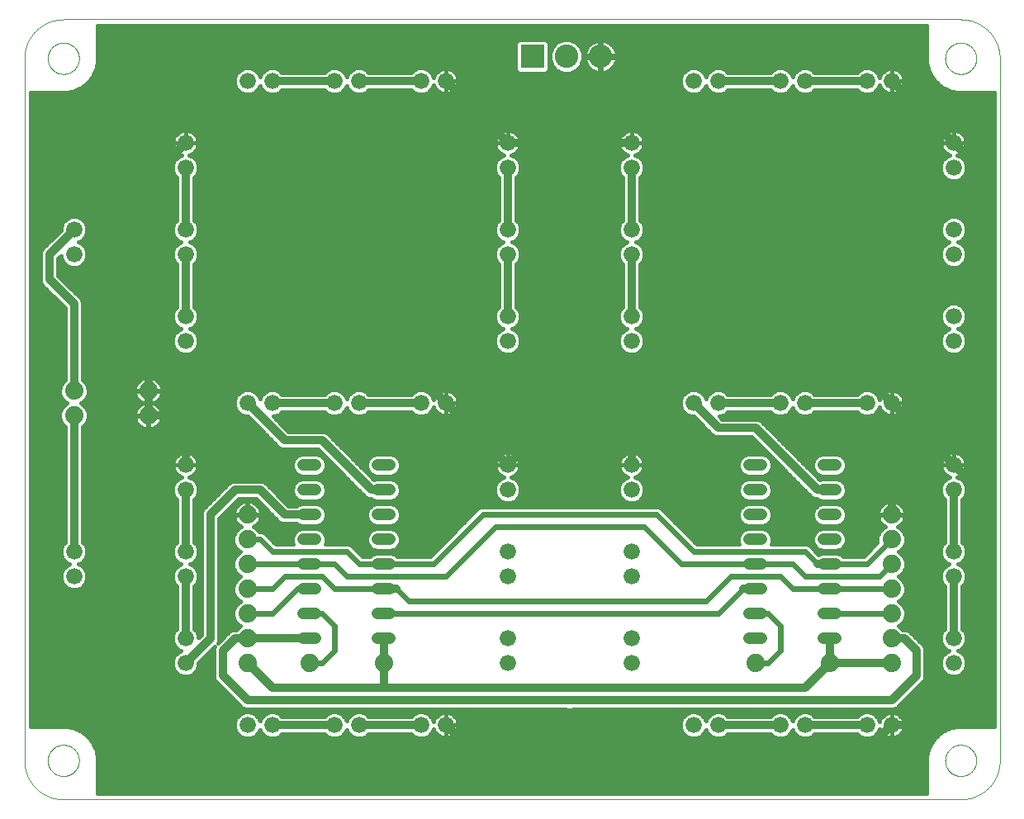
<source format=gtl>
G75*
%MOIN*%
%OFA0B0*%
%FSLAX25Y25*%
%IPPOS*%
%LPD*%
%AMOC8*
5,1,8,0,0,1.08239X$1,22.5*
%
%ADD10C,0.04800*%
%ADD11C,0.07400*%
%ADD12C,0.06600*%
%ADD13C,0.00000*%
%ADD14R,0.09500X0.09500*%
%ADD15C,0.09500*%
%ADD16C,0.03200*%
%ADD17C,0.03400*%
%ADD18C,0.03762*%
%ADD19C,0.02400*%
%ADD20C,0.01600*%
D10*
X0158907Y0099156D02*
X0163707Y0099156D01*
X0163707Y0109156D02*
X0158907Y0109156D01*
X0158907Y0119156D02*
X0163707Y0119156D01*
X0163707Y0129156D02*
X0158907Y0129156D01*
X0158907Y0139156D02*
X0163707Y0139156D01*
X0163707Y0149156D02*
X0158907Y0149156D01*
X0158907Y0159156D02*
X0163707Y0159156D01*
X0163707Y0169156D02*
X0158907Y0169156D01*
X0188907Y0169156D02*
X0193707Y0169156D01*
X0193707Y0159156D02*
X0188907Y0159156D01*
X0188907Y0149156D02*
X0193707Y0149156D01*
X0193707Y0139156D02*
X0188907Y0139156D01*
X0188907Y0129156D02*
X0193707Y0129156D01*
X0193707Y0119156D02*
X0188907Y0119156D01*
X0188907Y0109156D02*
X0193707Y0109156D01*
X0193707Y0099156D02*
X0188907Y0099156D01*
X0338907Y0099156D02*
X0343707Y0099156D01*
X0343707Y0109156D02*
X0338907Y0109156D01*
X0338907Y0119156D02*
X0343707Y0119156D01*
X0343707Y0129156D02*
X0338907Y0129156D01*
X0338907Y0139156D02*
X0343707Y0139156D01*
X0343707Y0149156D02*
X0338907Y0149156D01*
X0338907Y0159156D02*
X0343707Y0159156D01*
X0343707Y0169156D02*
X0338907Y0169156D01*
X0368907Y0169156D02*
X0373707Y0169156D01*
X0373707Y0159156D02*
X0368907Y0159156D01*
X0368907Y0149156D02*
X0373707Y0149156D01*
X0373707Y0139156D02*
X0368907Y0139156D01*
X0368907Y0129156D02*
X0373707Y0129156D01*
X0373707Y0119156D02*
X0368907Y0119156D01*
X0368907Y0109156D02*
X0373707Y0109156D01*
X0373707Y0099156D02*
X0368907Y0099156D01*
D11*
X0371307Y0089156D03*
X0396307Y0089156D03*
X0396307Y0099156D03*
X0396307Y0109156D03*
X0396307Y0119156D03*
X0396307Y0129156D03*
X0396307Y0139156D03*
X0396307Y0149156D03*
X0341307Y0089156D03*
X0191307Y0089156D03*
X0161307Y0089156D03*
X0136307Y0089156D03*
X0136307Y0099156D03*
X0136307Y0109156D03*
X0136307Y0119156D03*
X0136307Y0129156D03*
X0136307Y0139156D03*
X0136307Y0149156D03*
X0096307Y0189156D03*
X0096307Y0199156D03*
X0066307Y0199156D03*
X0066307Y0189156D03*
D12*
X0111307Y0169156D03*
X0111307Y0159156D03*
X0111307Y0134156D03*
X0111307Y0124156D03*
X0111307Y0099156D03*
X0111307Y0089156D03*
X0136307Y0064156D03*
X0146307Y0064156D03*
X0171307Y0064156D03*
X0181307Y0064156D03*
X0206307Y0064156D03*
X0216307Y0064156D03*
X0241307Y0089156D03*
X0241307Y0099156D03*
X0241307Y0124156D03*
X0241307Y0134156D03*
X0241307Y0159156D03*
X0241307Y0169156D03*
X0216307Y0194156D03*
X0206307Y0194156D03*
X0181307Y0194156D03*
X0171307Y0194156D03*
X0146307Y0194156D03*
X0136307Y0194156D03*
X0111307Y0219156D03*
X0111307Y0229156D03*
X0111307Y0254156D03*
X0111307Y0264156D03*
X0111307Y0289156D03*
X0111307Y0299156D03*
X0136307Y0324156D03*
X0146307Y0324156D03*
X0171307Y0324156D03*
X0181307Y0324156D03*
X0206307Y0324156D03*
X0216307Y0324156D03*
X0241307Y0299156D03*
X0241307Y0289156D03*
X0241307Y0264156D03*
X0241307Y0254156D03*
X0241307Y0229156D03*
X0241307Y0219156D03*
X0291307Y0219156D03*
X0291307Y0229156D03*
X0291307Y0254156D03*
X0291307Y0264156D03*
X0291307Y0289156D03*
X0291307Y0299156D03*
X0316307Y0324156D03*
X0326307Y0324156D03*
X0351307Y0324156D03*
X0361307Y0324156D03*
X0386307Y0324156D03*
X0396307Y0324156D03*
X0421307Y0299156D03*
X0421307Y0289156D03*
X0421307Y0264156D03*
X0421307Y0254156D03*
X0421307Y0229156D03*
X0421307Y0219156D03*
X0396307Y0194156D03*
X0386307Y0194156D03*
X0361307Y0194156D03*
X0351307Y0194156D03*
X0326307Y0194156D03*
X0316307Y0194156D03*
X0291307Y0169156D03*
X0291307Y0159156D03*
X0291307Y0134156D03*
X0291307Y0124156D03*
X0291307Y0099156D03*
X0291307Y0089156D03*
X0316307Y0064156D03*
X0326307Y0064156D03*
X0351307Y0064156D03*
X0361307Y0064156D03*
X0386307Y0064156D03*
X0396307Y0064156D03*
X0421307Y0089156D03*
X0421307Y0099156D03*
X0421307Y0124156D03*
X0421307Y0134156D03*
X0421307Y0159156D03*
X0421307Y0169156D03*
X0066307Y0134156D03*
X0066307Y0124156D03*
X0066307Y0254156D03*
X0066307Y0264156D03*
D13*
X0062055Y0034156D02*
X0424260Y0034156D01*
X0417961Y0049904D02*
X0417963Y0050062D01*
X0417969Y0050220D01*
X0417979Y0050378D01*
X0417993Y0050536D01*
X0418011Y0050693D01*
X0418032Y0050850D01*
X0418058Y0051006D01*
X0418088Y0051162D01*
X0418121Y0051317D01*
X0418159Y0051470D01*
X0418200Y0051623D01*
X0418245Y0051775D01*
X0418294Y0051926D01*
X0418347Y0052075D01*
X0418403Y0052223D01*
X0418463Y0052369D01*
X0418527Y0052514D01*
X0418595Y0052657D01*
X0418666Y0052799D01*
X0418740Y0052939D01*
X0418818Y0053076D01*
X0418900Y0053212D01*
X0418984Y0053346D01*
X0419073Y0053477D01*
X0419164Y0053606D01*
X0419259Y0053733D01*
X0419356Y0053858D01*
X0419457Y0053980D01*
X0419561Y0054099D01*
X0419668Y0054216D01*
X0419778Y0054330D01*
X0419891Y0054441D01*
X0420006Y0054550D01*
X0420124Y0054655D01*
X0420245Y0054757D01*
X0420368Y0054857D01*
X0420494Y0054953D01*
X0420622Y0055046D01*
X0420752Y0055136D01*
X0420885Y0055222D01*
X0421020Y0055306D01*
X0421156Y0055385D01*
X0421295Y0055462D01*
X0421436Y0055534D01*
X0421578Y0055604D01*
X0421722Y0055669D01*
X0421868Y0055731D01*
X0422015Y0055789D01*
X0422164Y0055844D01*
X0422314Y0055895D01*
X0422465Y0055942D01*
X0422617Y0055985D01*
X0422770Y0056024D01*
X0422925Y0056060D01*
X0423080Y0056091D01*
X0423236Y0056119D01*
X0423392Y0056143D01*
X0423549Y0056163D01*
X0423707Y0056179D01*
X0423864Y0056191D01*
X0424023Y0056199D01*
X0424181Y0056203D01*
X0424339Y0056203D01*
X0424497Y0056199D01*
X0424656Y0056191D01*
X0424813Y0056179D01*
X0424971Y0056163D01*
X0425128Y0056143D01*
X0425284Y0056119D01*
X0425440Y0056091D01*
X0425595Y0056060D01*
X0425750Y0056024D01*
X0425903Y0055985D01*
X0426055Y0055942D01*
X0426206Y0055895D01*
X0426356Y0055844D01*
X0426505Y0055789D01*
X0426652Y0055731D01*
X0426798Y0055669D01*
X0426942Y0055604D01*
X0427084Y0055534D01*
X0427225Y0055462D01*
X0427364Y0055385D01*
X0427500Y0055306D01*
X0427635Y0055222D01*
X0427768Y0055136D01*
X0427898Y0055046D01*
X0428026Y0054953D01*
X0428152Y0054857D01*
X0428275Y0054757D01*
X0428396Y0054655D01*
X0428514Y0054550D01*
X0428629Y0054441D01*
X0428742Y0054330D01*
X0428852Y0054216D01*
X0428959Y0054099D01*
X0429063Y0053980D01*
X0429164Y0053858D01*
X0429261Y0053733D01*
X0429356Y0053606D01*
X0429447Y0053477D01*
X0429536Y0053346D01*
X0429620Y0053212D01*
X0429702Y0053076D01*
X0429780Y0052939D01*
X0429854Y0052799D01*
X0429925Y0052657D01*
X0429993Y0052514D01*
X0430057Y0052369D01*
X0430117Y0052223D01*
X0430173Y0052075D01*
X0430226Y0051926D01*
X0430275Y0051775D01*
X0430320Y0051623D01*
X0430361Y0051470D01*
X0430399Y0051317D01*
X0430432Y0051162D01*
X0430462Y0051006D01*
X0430488Y0050850D01*
X0430509Y0050693D01*
X0430527Y0050536D01*
X0430541Y0050378D01*
X0430551Y0050220D01*
X0430557Y0050062D01*
X0430559Y0049904D01*
X0430557Y0049746D01*
X0430551Y0049588D01*
X0430541Y0049430D01*
X0430527Y0049272D01*
X0430509Y0049115D01*
X0430488Y0048958D01*
X0430462Y0048802D01*
X0430432Y0048646D01*
X0430399Y0048491D01*
X0430361Y0048338D01*
X0430320Y0048185D01*
X0430275Y0048033D01*
X0430226Y0047882D01*
X0430173Y0047733D01*
X0430117Y0047585D01*
X0430057Y0047439D01*
X0429993Y0047294D01*
X0429925Y0047151D01*
X0429854Y0047009D01*
X0429780Y0046869D01*
X0429702Y0046732D01*
X0429620Y0046596D01*
X0429536Y0046462D01*
X0429447Y0046331D01*
X0429356Y0046202D01*
X0429261Y0046075D01*
X0429164Y0045950D01*
X0429063Y0045828D01*
X0428959Y0045709D01*
X0428852Y0045592D01*
X0428742Y0045478D01*
X0428629Y0045367D01*
X0428514Y0045258D01*
X0428396Y0045153D01*
X0428275Y0045051D01*
X0428152Y0044951D01*
X0428026Y0044855D01*
X0427898Y0044762D01*
X0427768Y0044672D01*
X0427635Y0044586D01*
X0427500Y0044502D01*
X0427364Y0044423D01*
X0427225Y0044346D01*
X0427084Y0044274D01*
X0426942Y0044204D01*
X0426798Y0044139D01*
X0426652Y0044077D01*
X0426505Y0044019D01*
X0426356Y0043964D01*
X0426206Y0043913D01*
X0426055Y0043866D01*
X0425903Y0043823D01*
X0425750Y0043784D01*
X0425595Y0043748D01*
X0425440Y0043717D01*
X0425284Y0043689D01*
X0425128Y0043665D01*
X0424971Y0043645D01*
X0424813Y0043629D01*
X0424656Y0043617D01*
X0424497Y0043609D01*
X0424339Y0043605D01*
X0424181Y0043605D01*
X0424023Y0043609D01*
X0423864Y0043617D01*
X0423707Y0043629D01*
X0423549Y0043645D01*
X0423392Y0043665D01*
X0423236Y0043689D01*
X0423080Y0043717D01*
X0422925Y0043748D01*
X0422770Y0043784D01*
X0422617Y0043823D01*
X0422465Y0043866D01*
X0422314Y0043913D01*
X0422164Y0043964D01*
X0422015Y0044019D01*
X0421868Y0044077D01*
X0421722Y0044139D01*
X0421578Y0044204D01*
X0421436Y0044274D01*
X0421295Y0044346D01*
X0421156Y0044423D01*
X0421020Y0044502D01*
X0420885Y0044586D01*
X0420752Y0044672D01*
X0420622Y0044762D01*
X0420494Y0044855D01*
X0420368Y0044951D01*
X0420245Y0045051D01*
X0420124Y0045153D01*
X0420006Y0045258D01*
X0419891Y0045367D01*
X0419778Y0045478D01*
X0419668Y0045592D01*
X0419561Y0045709D01*
X0419457Y0045828D01*
X0419356Y0045950D01*
X0419259Y0046075D01*
X0419164Y0046202D01*
X0419073Y0046331D01*
X0418984Y0046462D01*
X0418900Y0046596D01*
X0418818Y0046732D01*
X0418740Y0046869D01*
X0418666Y0047009D01*
X0418595Y0047151D01*
X0418527Y0047294D01*
X0418463Y0047439D01*
X0418403Y0047585D01*
X0418347Y0047733D01*
X0418294Y0047882D01*
X0418245Y0048033D01*
X0418200Y0048185D01*
X0418159Y0048338D01*
X0418121Y0048491D01*
X0418088Y0048646D01*
X0418058Y0048802D01*
X0418032Y0048958D01*
X0418011Y0049115D01*
X0417993Y0049272D01*
X0417979Y0049430D01*
X0417969Y0049588D01*
X0417963Y0049746D01*
X0417961Y0049904D01*
X0424260Y0034156D02*
X0424641Y0034161D01*
X0425021Y0034174D01*
X0425401Y0034197D01*
X0425780Y0034230D01*
X0426158Y0034271D01*
X0426535Y0034321D01*
X0426911Y0034381D01*
X0427286Y0034449D01*
X0427658Y0034527D01*
X0428029Y0034614D01*
X0428397Y0034709D01*
X0428763Y0034814D01*
X0429126Y0034927D01*
X0429487Y0035049D01*
X0429844Y0035179D01*
X0430198Y0035319D01*
X0430549Y0035466D01*
X0430896Y0035623D01*
X0431239Y0035787D01*
X0431578Y0035960D01*
X0431913Y0036141D01*
X0432244Y0036330D01*
X0432569Y0036527D01*
X0432890Y0036731D01*
X0433206Y0036944D01*
X0433516Y0037164D01*
X0433822Y0037391D01*
X0434121Y0037626D01*
X0434415Y0037868D01*
X0434703Y0038116D01*
X0434985Y0038372D01*
X0435260Y0038635D01*
X0435529Y0038904D01*
X0435792Y0039179D01*
X0436048Y0039461D01*
X0436296Y0039749D01*
X0436538Y0040043D01*
X0436773Y0040342D01*
X0437000Y0040648D01*
X0437220Y0040958D01*
X0437433Y0041274D01*
X0437637Y0041595D01*
X0437834Y0041920D01*
X0438023Y0042251D01*
X0438204Y0042586D01*
X0438377Y0042925D01*
X0438541Y0043268D01*
X0438698Y0043615D01*
X0438845Y0043966D01*
X0438985Y0044320D01*
X0439115Y0044677D01*
X0439237Y0045038D01*
X0439350Y0045401D01*
X0439455Y0045767D01*
X0439550Y0046135D01*
X0439637Y0046506D01*
X0439715Y0046878D01*
X0439783Y0047253D01*
X0439843Y0047629D01*
X0439893Y0048006D01*
X0439934Y0048384D01*
X0439967Y0048763D01*
X0439990Y0049143D01*
X0440003Y0049523D01*
X0440008Y0049904D01*
X0440008Y0333369D01*
X0417961Y0333369D02*
X0417963Y0333527D01*
X0417969Y0333685D01*
X0417979Y0333843D01*
X0417993Y0334001D01*
X0418011Y0334158D01*
X0418032Y0334315D01*
X0418058Y0334471D01*
X0418088Y0334627D01*
X0418121Y0334782D01*
X0418159Y0334935D01*
X0418200Y0335088D01*
X0418245Y0335240D01*
X0418294Y0335391D01*
X0418347Y0335540D01*
X0418403Y0335688D01*
X0418463Y0335834D01*
X0418527Y0335979D01*
X0418595Y0336122D01*
X0418666Y0336264D01*
X0418740Y0336404D01*
X0418818Y0336541D01*
X0418900Y0336677D01*
X0418984Y0336811D01*
X0419073Y0336942D01*
X0419164Y0337071D01*
X0419259Y0337198D01*
X0419356Y0337323D01*
X0419457Y0337445D01*
X0419561Y0337564D01*
X0419668Y0337681D01*
X0419778Y0337795D01*
X0419891Y0337906D01*
X0420006Y0338015D01*
X0420124Y0338120D01*
X0420245Y0338222D01*
X0420368Y0338322D01*
X0420494Y0338418D01*
X0420622Y0338511D01*
X0420752Y0338601D01*
X0420885Y0338687D01*
X0421020Y0338771D01*
X0421156Y0338850D01*
X0421295Y0338927D01*
X0421436Y0338999D01*
X0421578Y0339069D01*
X0421722Y0339134D01*
X0421868Y0339196D01*
X0422015Y0339254D01*
X0422164Y0339309D01*
X0422314Y0339360D01*
X0422465Y0339407D01*
X0422617Y0339450D01*
X0422770Y0339489D01*
X0422925Y0339525D01*
X0423080Y0339556D01*
X0423236Y0339584D01*
X0423392Y0339608D01*
X0423549Y0339628D01*
X0423707Y0339644D01*
X0423864Y0339656D01*
X0424023Y0339664D01*
X0424181Y0339668D01*
X0424339Y0339668D01*
X0424497Y0339664D01*
X0424656Y0339656D01*
X0424813Y0339644D01*
X0424971Y0339628D01*
X0425128Y0339608D01*
X0425284Y0339584D01*
X0425440Y0339556D01*
X0425595Y0339525D01*
X0425750Y0339489D01*
X0425903Y0339450D01*
X0426055Y0339407D01*
X0426206Y0339360D01*
X0426356Y0339309D01*
X0426505Y0339254D01*
X0426652Y0339196D01*
X0426798Y0339134D01*
X0426942Y0339069D01*
X0427084Y0338999D01*
X0427225Y0338927D01*
X0427364Y0338850D01*
X0427500Y0338771D01*
X0427635Y0338687D01*
X0427768Y0338601D01*
X0427898Y0338511D01*
X0428026Y0338418D01*
X0428152Y0338322D01*
X0428275Y0338222D01*
X0428396Y0338120D01*
X0428514Y0338015D01*
X0428629Y0337906D01*
X0428742Y0337795D01*
X0428852Y0337681D01*
X0428959Y0337564D01*
X0429063Y0337445D01*
X0429164Y0337323D01*
X0429261Y0337198D01*
X0429356Y0337071D01*
X0429447Y0336942D01*
X0429536Y0336811D01*
X0429620Y0336677D01*
X0429702Y0336541D01*
X0429780Y0336404D01*
X0429854Y0336264D01*
X0429925Y0336122D01*
X0429993Y0335979D01*
X0430057Y0335834D01*
X0430117Y0335688D01*
X0430173Y0335540D01*
X0430226Y0335391D01*
X0430275Y0335240D01*
X0430320Y0335088D01*
X0430361Y0334935D01*
X0430399Y0334782D01*
X0430432Y0334627D01*
X0430462Y0334471D01*
X0430488Y0334315D01*
X0430509Y0334158D01*
X0430527Y0334001D01*
X0430541Y0333843D01*
X0430551Y0333685D01*
X0430557Y0333527D01*
X0430559Y0333369D01*
X0430557Y0333211D01*
X0430551Y0333053D01*
X0430541Y0332895D01*
X0430527Y0332737D01*
X0430509Y0332580D01*
X0430488Y0332423D01*
X0430462Y0332267D01*
X0430432Y0332111D01*
X0430399Y0331956D01*
X0430361Y0331803D01*
X0430320Y0331650D01*
X0430275Y0331498D01*
X0430226Y0331347D01*
X0430173Y0331198D01*
X0430117Y0331050D01*
X0430057Y0330904D01*
X0429993Y0330759D01*
X0429925Y0330616D01*
X0429854Y0330474D01*
X0429780Y0330334D01*
X0429702Y0330197D01*
X0429620Y0330061D01*
X0429536Y0329927D01*
X0429447Y0329796D01*
X0429356Y0329667D01*
X0429261Y0329540D01*
X0429164Y0329415D01*
X0429063Y0329293D01*
X0428959Y0329174D01*
X0428852Y0329057D01*
X0428742Y0328943D01*
X0428629Y0328832D01*
X0428514Y0328723D01*
X0428396Y0328618D01*
X0428275Y0328516D01*
X0428152Y0328416D01*
X0428026Y0328320D01*
X0427898Y0328227D01*
X0427768Y0328137D01*
X0427635Y0328051D01*
X0427500Y0327967D01*
X0427364Y0327888D01*
X0427225Y0327811D01*
X0427084Y0327739D01*
X0426942Y0327669D01*
X0426798Y0327604D01*
X0426652Y0327542D01*
X0426505Y0327484D01*
X0426356Y0327429D01*
X0426206Y0327378D01*
X0426055Y0327331D01*
X0425903Y0327288D01*
X0425750Y0327249D01*
X0425595Y0327213D01*
X0425440Y0327182D01*
X0425284Y0327154D01*
X0425128Y0327130D01*
X0424971Y0327110D01*
X0424813Y0327094D01*
X0424656Y0327082D01*
X0424497Y0327074D01*
X0424339Y0327070D01*
X0424181Y0327070D01*
X0424023Y0327074D01*
X0423864Y0327082D01*
X0423707Y0327094D01*
X0423549Y0327110D01*
X0423392Y0327130D01*
X0423236Y0327154D01*
X0423080Y0327182D01*
X0422925Y0327213D01*
X0422770Y0327249D01*
X0422617Y0327288D01*
X0422465Y0327331D01*
X0422314Y0327378D01*
X0422164Y0327429D01*
X0422015Y0327484D01*
X0421868Y0327542D01*
X0421722Y0327604D01*
X0421578Y0327669D01*
X0421436Y0327739D01*
X0421295Y0327811D01*
X0421156Y0327888D01*
X0421020Y0327967D01*
X0420885Y0328051D01*
X0420752Y0328137D01*
X0420622Y0328227D01*
X0420494Y0328320D01*
X0420368Y0328416D01*
X0420245Y0328516D01*
X0420124Y0328618D01*
X0420006Y0328723D01*
X0419891Y0328832D01*
X0419778Y0328943D01*
X0419668Y0329057D01*
X0419561Y0329174D01*
X0419457Y0329293D01*
X0419356Y0329415D01*
X0419259Y0329540D01*
X0419164Y0329667D01*
X0419073Y0329796D01*
X0418984Y0329927D01*
X0418900Y0330061D01*
X0418818Y0330197D01*
X0418740Y0330334D01*
X0418666Y0330474D01*
X0418595Y0330616D01*
X0418527Y0330759D01*
X0418463Y0330904D01*
X0418403Y0331050D01*
X0418347Y0331198D01*
X0418294Y0331347D01*
X0418245Y0331498D01*
X0418200Y0331650D01*
X0418159Y0331803D01*
X0418121Y0331956D01*
X0418088Y0332111D01*
X0418058Y0332267D01*
X0418032Y0332423D01*
X0418011Y0332580D01*
X0417993Y0332737D01*
X0417979Y0332895D01*
X0417969Y0333053D01*
X0417963Y0333211D01*
X0417961Y0333369D01*
X0424260Y0349117D02*
X0424641Y0349112D01*
X0425021Y0349099D01*
X0425401Y0349076D01*
X0425780Y0349043D01*
X0426158Y0349002D01*
X0426535Y0348952D01*
X0426911Y0348892D01*
X0427286Y0348824D01*
X0427658Y0348746D01*
X0428029Y0348659D01*
X0428397Y0348564D01*
X0428763Y0348459D01*
X0429126Y0348346D01*
X0429487Y0348224D01*
X0429844Y0348094D01*
X0430198Y0347954D01*
X0430549Y0347807D01*
X0430896Y0347650D01*
X0431239Y0347486D01*
X0431578Y0347313D01*
X0431913Y0347132D01*
X0432244Y0346943D01*
X0432569Y0346746D01*
X0432890Y0346542D01*
X0433206Y0346329D01*
X0433516Y0346109D01*
X0433822Y0345882D01*
X0434121Y0345647D01*
X0434415Y0345405D01*
X0434703Y0345157D01*
X0434985Y0344901D01*
X0435260Y0344638D01*
X0435529Y0344369D01*
X0435792Y0344094D01*
X0436048Y0343812D01*
X0436296Y0343524D01*
X0436538Y0343230D01*
X0436773Y0342931D01*
X0437000Y0342625D01*
X0437220Y0342315D01*
X0437433Y0341999D01*
X0437637Y0341678D01*
X0437834Y0341353D01*
X0438023Y0341022D01*
X0438204Y0340687D01*
X0438377Y0340348D01*
X0438541Y0340005D01*
X0438698Y0339658D01*
X0438845Y0339307D01*
X0438985Y0338953D01*
X0439115Y0338596D01*
X0439237Y0338235D01*
X0439350Y0337872D01*
X0439455Y0337506D01*
X0439550Y0337138D01*
X0439637Y0336767D01*
X0439715Y0336395D01*
X0439783Y0336020D01*
X0439843Y0335644D01*
X0439893Y0335267D01*
X0439934Y0334889D01*
X0439967Y0334510D01*
X0439990Y0334130D01*
X0440003Y0333750D01*
X0440008Y0333369D01*
X0424260Y0349117D02*
X0062055Y0349117D01*
X0055756Y0333369D02*
X0055758Y0333527D01*
X0055764Y0333685D01*
X0055774Y0333843D01*
X0055788Y0334001D01*
X0055806Y0334158D01*
X0055827Y0334315D01*
X0055853Y0334471D01*
X0055883Y0334627D01*
X0055916Y0334782D01*
X0055954Y0334935D01*
X0055995Y0335088D01*
X0056040Y0335240D01*
X0056089Y0335391D01*
X0056142Y0335540D01*
X0056198Y0335688D01*
X0056258Y0335834D01*
X0056322Y0335979D01*
X0056390Y0336122D01*
X0056461Y0336264D01*
X0056535Y0336404D01*
X0056613Y0336541D01*
X0056695Y0336677D01*
X0056779Y0336811D01*
X0056868Y0336942D01*
X0056959Y0337071D01*
X0057054Y0337198D01*
X0057151Y0337323D01*
X0057252Y0337445D01*
X0057356Y0337564D01*
X0057463Y0337681D01*
X0057573Y0337795D01*
X0057686Y0337906D01*
X0057801Y0338015D01*
X0057919Y0338120D01*
X0058040Y0338222D01*
X0058163Y0338322D01*
X0058289Y0338418D01*
X0058417Y0338511D01*
X0058547Y0338601D01*
X0058680Y0338687D01*
X0058815Y0338771D01*
X0058951Y0338850D01*
X0059090Y0338927D01*
X0059231Y0338999D01*
X0059373Y0339069D01*
X0059517Y0339134D01*
X0059663Y0339196D01*
X0059810Y0339254D01*
X0059959Y0339309D01*
X0060109Y0339360D01*
X0060260Y0339407D01*
X0060412Y0339450D01*
X0060565Y0339489D01*
X0060720Y0339525D01*
X0060875Y0339556D01*
X0061031Y0339584D01*
X0061187Y0339608D01*
X0061344Y0339628D01*
X0061502Y0339644D01*
X0061659Y0339656D01*
X0061818Y0339664D01*
X0061976Y0339668D01*
X0062134Y0339668D01*
X0062292Y0339664D01*
X0062451Y0339656D01*
X0062608Y0339644D01*
X0062766Y0339628D01*
X0062923Y0339608D01*
X0063079Y0339584D01*
X0063235Y0339556D01*
X0063390Y0339525D01*
X0063545Y0339489D01*
X0063698Y0339450D01*
X0063850Y0339407D01*
X0064001Y0339360D01*
X0064151Y0339309D01*
X0064300Y0339254D01*
X0064447Y0339196D01*
X0064593Y0339134D01*
X0064737Y0339069D01*
X0064879Y0338999D01*
X0065020Y0338927D01*
X0065159Y0338850D01*
X0065295Y0338771D01*
X0065430Y0338687D01*
X0065563Y0338601D01*
X0065693Y0338511D01*
X0065821Y0338418D01*
X0065947Y0338322D01*
X0066070Y0338222D01*
X0066191Y0338120D01*
X0066309Y0338015D01*
X0066424Y0337906D01*
X0066537Y0337795D01*
X0066647Y0337681D01*
X0066754Y0337564D01*
X0066858Y0337445D01*
X0066959Y0337323D01*
X0067056Y0337198D01*
X0067151Y0337071D01*
X0067242Y0336942D01*
X0067331Y0336811D01*
X0067415Y0336677D01*
X0067497Y0336541D01*
X0067575Y0336404D01*
X0067649Y0336264D01*
X0067720Y0336122D01*
X0067788Y0335979D01*
X0067852Y0335834D01*
X0067912Y0335688D01*
X0067968Y0335540D01*
X0068021Y0335391D01*
X0068070Y0335240D01*
X0068115Y0335088D01*
X0068156Y0334935D01*
X0068194Y0334782D01*
X0068227Y0334627D01*
X0068257Y0334471D01*
X0068283Y0334315D01*
X0068304Y0334158D01*
X0068322Y0334001D01*
X0068336Y0333843D01*
X0068346Y0333685D01*
X0068352Y0333527D01*
X0068354Y0333369D01*
X0068352Y0333211D01*
X0068346Y0333053D01*
X0068336Y0332895D01*
X0068322Y0332737D01*
X0068304Y0332580D01*
X0068283Y0332423D01*
X0068257Y0332267D01*
X0068227Y0332111D01*
X0068194Y0331956D01*
X0068156Y0331803D01*
X0068115Y0331650D01*
X0068070Y0331498D01*
X0068021Y0331347D01*
X0067968Y0331198D01*
X0067912Y0331050D01*
X0067852Y0330904D01*
X0067788Y0330759D01*
X0067720Y0330616D01*
X0067649Y0330474D01*
X0067575Y0330334D01*
X0067497Y0330197D01*
X0067415Y0330061D01*
X0067331Y0329927D01*
X0067242Y0329796D01*
X0067151Y0329667D01*
X0067056Y0329540D01*
X0066959Y0329415D01*
X0066858Y0329293D01*
X0066754Y0329174D01*
X0066647Y0329057D01*
X0066537Y0328943D01*
X0066424Y0328832D01*
X0066309Y0328723D01*
X0066191Y0328618D01*
X0066070Y0328516D01*
X0065947Y0328416D01*
X0065821Y0328320D01*
X0065693Y0328227D01*
X0065563Y0328137D01*
X0065430Y0328051D01*
X0065295Y0327967D01*
X0065159Y0327888D01*
X0065020Y0327811D01*
X0064879Y0327739D01*
X0064737Y0327669D01*
X0064593Y0327604D01*
X0064447Y0327542D01*
X0064300Y0327484D01*
X0064151Y0327429D01*
X0064001Y0327378D01*
X0063850Y0327331D01*
X0063698Y0327288D01*
X0063545Y0327249D01*
X0063390Y0327213D01*
X0063235Y0327182D01*
X0063079Y0327154D01*
X0062923Y0327130D01*
X0062766Y0327110D01*
X0062608Y0327094D01*
X0062451Y0327082D01*
X0062292Y0327074D01*
X0062134Y0327070D01*
X0061976Y0327070D01*
X0061818Y0327074D01*
X0061659Y0327082D01*
X0061502Y0327094D01*
X0061344Y0327110D01*
X0061187Y0327130D01*
X0061031Y0327154D01*
X0060875Y0327182D01*
X0060720Y0327213D01*
X0060565Y0327249D01*
X0060412Y0327288D01*
X0060260Y0327331D01*
X0060109Y0327378D01*
X0059959Y0327429D01*
X0059810Y0327484D01*
X0059663Y0327542D01*
X0059517Y0327604D01*
X0059373Y0327669D01*
X0059231Y0327739D01*
X0059090Y0327811D01*
X0058951Y0327888D01*
X0058815Y0327967D01*
X0058680Y0328051D01*
X0058547Y0328137D01*
X0058417Y0328227D01*
X0058289Y0328320D01*
X0058163Y0328416D01*
X0058040Y0328516D01*
X0057919Y0328618D01*
X0057801Y0328723D01*
X0057686Y0328832D01*
X0057573Y0328943D01*
X0057463Y0329057D01*
X0057356Y0329174D01*
X0057252Y0329293D01*
X0057151Y0329415D01*
X0057054Y0329540D01*
X0056959Y0329667D01*
X0056868Y0329796D01*
X0056779Y0329927D01*
X0056695Y0330061D01*
X0056613Y0330197D01*
X0056535Y0330334D01*
X0056461Y0330474D01*
X0056390Y0330616D01*
X0056322Y0330759D01*
X0056258Y0330904D01*
X0056198Y0331050D01*
X0056142Y0331198D01*
X0056089Y0331347D01*
X0056040Y0331498D01*
X0055995Y0331650D01*
X0055954Y0331803D01*
X0055916Y0331956D01*
X0055883Y0332111D01*
X0055853Y0332267D01*
X0055827Y0332423D01*
X0055806Y0332580D01*
X0055788Y0332737D01*
X0055774Y0332895D01*
X0055764Y0333053D01*
X0055758Y0333211D01*
X0055756Y0333369D01*
X0046307Y0333369D02*
X0046312Y0333750D01*
X0046325Y0334130D01*
X0046348Y0334510D01*
X0046381Y0334889D01*
X0046422Y0335267D01*
X0046472Y0335644D01*
X0046532Y0336020D01*
X0046600Y0336395D01*
X0046678Y0336767D01*
X0046765Y0337138D01*
X0046860Y0337506D01*
X0046965Y0337872D01*
X0047078Y0338235D01*
X0047200Y0338596D01*
X0047330Y0338953D01*
X0047470Y0339307D01*
X0047617Y0339658D01*
X0047774Y0340005D01*
X0047938Y0340348D01*
X0048111Y0340687D01*
X0048292Y0341022D01*
X0048481Y0341353D01*
X0048678Y0341678D01*
X0048882Y0341999D01*
X0049095Y0342315D01*
X0049315Y0342625D01*
X0049542Y0342931D01*
X0049777Y0343230D01*
X0050019Y0343524D01*
X0050267Y0343812D01*
X0050523Y0344094D01*
X0050786Y0344369D01*
X0051055Y0344638D01*
X0051330Y0344901D01*
X0051612Y0345157D01*
X0051900Y0345405D01*
X0052194Y0345647D01*
X0052493Y0345882D01*
X0052799Y0346109D01*
X0053109Y0346329D01*
X0053425Y0346542D01*
X0053746Y0346746D01*
X0054071Y0346943D01*
X0054402Y0347132D01*
X0054737Y0347313D01*
X0055076Y0347486D01*
X0055419Y0347650D01*
X0055766Y0347807D01*
X0056117Y0347954D01*
X0056471Y0348094D01*
X0056828Y0348224D01*
X0057189Y0348346D01*
X0057552Y0348459D01*
X0057918Y0348564D01*
X0058286Y0348659D01*
X0058657Y0348746D01*
X0059029Y0348824D01*
X0059404Y0348892D01*
X0059780Y0348952D01*
X0060157Y0349002D01*
X0060535Y0349043D01*
X0060914Y0349076D01*
X0061294Y0349099D01*
X0061674Y0349112D01*
X0062055Y0349117D01*
X0046307Y0333369D02*
X0046307Y0049904D01*
X0055756Y0049904D02*
X0055758Y0050062D01*
X0055764Y0050220D01*
X0055774Y0050378D01*
X0055788Y0050536D01*
X0055806Y0050693D01*
X0055827Y0050850D01*
X0055853Y0051006D01*
X0055883Y0051162D01*
X0055916Y0051317D01*
X0055954Y0051470D01*
X0055995Y0051623D01*
X0056040Y0051775D01*
X0056089Y0051926D01*
X0056142Y0052075D01*
X0056198Y0052223D01*
X0056258Y0052369D01*
X0056322Y0052514D01*
X0056390Y0052657D01*
X0056461Y0052799D01*
X0056535Y0052939D01*
X0056613Y0053076D01*
X0056695Y0053212D01*
X0056779Y0053346D01*
X0056868Y0053477D01*
X0056959Y0053606D01*
X0057054Y0053733D01*
X0057151Y0053858D01*
X0057252Y0053980D01*
X0057356Y0054099D01*
X0057463Y0054216D01*
X0057573Y0054330D01*
X0057686Y0054441D01*
X0057801Y0054550D01*
X0057919Y0054655D01*
X0058040Y0054757D01*
X0058163Y0054857D01*
X0058289Y0054953D01*
X0058417Y0055046D01*
X0058547Y0055136D01*
X0058680Y0055222D01*
X0058815Y0055306D01*
X0058951Y0055385D01*
X0059090Y0055462D01*
X0059231Y0055534D01*
X0059373Y0055604D01*
X0059517Y0055669D01*
X0059663Y0055731D01*
X0059810Y0055789D01*
X0059959Y0055844D01*
X0060109Y0055895D01*
X0060260Y0055942D01*
X0060412Y0055985D01*
X0060565Y0056024D01*
X0060720Y0056060D01*
X0060875Y0056091D01*
X0061031Y0056119D01*
X0061187Y0056143D01*
X0061344Y0056163D01*
X0061502Y0056179D01*
X0061659Y0056191D01*
X0061818Y0056199D01*
X0061976Y0056203D01*
X0062134Y0056203D01*
X0062292Y0056199D01*
X0062451Y0056191D01*
X0062608Y0056179D01*
X0062766Y0056163D01*
X0062923Y0056143D01*
X0063079Y0056119D01*
X0063235Y0056091D01*
X0063390Y0056060D01*
X0063545Y0056024D01*
X0063698Y0055985D01*
X0063850Y0055942D01*
X0064001Y0055895D01*
X0064151Y0055844D01*
X0064300Y0055789D01*
X0064447Y0055731D01*
X0064593Y0055669D01*
X0064737Y0055604D01*
X0064879Y0055534D01*
X0065020Y0055462D01*
X0065159Y0055385D01*
X0065295Y0055306D01*
X0065430Y0055222D01*
X0065563Y0055136D01*
X0065693Y0055046D01*
X0065821Y0054953D01*
X0065947Y0054857D01*
X0066070Y0054757D01*
X0066191Y0054655D01*
X0066309Y0054550D01*
X0066424Y0054441D01*
X0066537Y0054330D01*
X0066647Y0054216D01*
X0066754Y0054099D01*
X0066858Y0053980D01*
X0066959Y0053858D01*
X0067056Y0053733D01*
X0067151Y0053606D01*
X0067242Y0053477D01*
X0067331Y0053346D01*
X0067415Y0053212D01*
X0067497Y0053076D01*
X0067575Y0052939D01*
X0067649Y0052799D01*
X0067720Y0052657D01*
X0067788Y0052514D01*
X0067852Y0052369D01*
X0067912Y0052223D01*
X0067968Y0052075D01*
X0068021Y0051926D01*
X0068070Y0051775D01*
X0068115Y0051623D01*
X0068156Y0051470D01*
X0068194Y0051317D01*
X0068227Y0051162D01*
X0068257Y0051006D01*
X0068283Y0050850D01*
X0068304Y0050693D01*
X0068322Y0050536D01*
X0068336Y0050378D01*
X0068346Y0050220D01*
X0068352Y0050062D01*
X0068354Y0049904D01*
X0068352Y0049746D01*
X0068346Y0049588D01*
X0068336Y0049430D01*
X0068322Y0049272D01*
X0068304Y0049115D01*
X0068283Y0048958D01*
X0068257Y0048802D01*
X0068227Y0048646D01*
X0068194Y0048491D01*
X0068156Y0048338D01*
X0068115Y0048185D01*
X0068070Y0048033D01*
X0068021Y0047882D01*
X0067968Y0047733D01*
X0067912Y0047585D01*
X0067852Y0047439D01*
X0067788Y0047294D01*
X0067720Y0047151D01*
X0067649Y0047009D01*
X0067575Y0046869D01*
X0067497Y0046732D01*
X0067415Y0046596D01*
X0067331Y0046462D01*
X0067242Y0046331D01*
X0067151Y0046202D01*
X0067056Y0046075D01*
X0066959Y0045950D01*
X0066858Y0045828D01*
X0066754Y0045709D01*
X0066647Y0045592D01*
X0066537Y0045478D01*
X0066424Y0045367D01*
X0066309Y0045258D01*
X0066191Y0045153D01*
X0066070Y0045051D01*
X0065947Y0044951D01*
X0065821Y0044855D01*
X0065693Y0044762D01*
X0065563Y0044672D01*
X0065430Y0044586D01*
X0065295Y0044502D01*
X0065159Y0044423D01*
X0065020Y0044346D01*
X0064879Y0044274D01*
X0064737Y0044204D01*
X0064593Y0044139D01*
X0064447Y0044077D01*
X0064300Y0044019D01*
X0064151Y0043964D01*
X0064001Y0043913D01*
X0063850Y0043866D01*
X0063698Y0043823D01*
X0063545Y0043784D01*
X0063390Y0043748D01*
X0063235Y0043717D01*
X0063079Y0043689D01*
X0062923Y0043665D01*
X0062766Y0043645D01*
X0062608Y0043629D01*
X0062451Y0043617D01*
X0062292Y0043609D01*
X0062134Y0043605D01*
X0061976Y0043605D01*
X0061818Y0043609D01*
X0061659Y0043617D01*
X0061502Y0043629D01*
X0061344Y0043645D01*
X0061187Y0043665D01*
X0061031Y0043689D01*
X0060875Y0043717D01*
X0060720Y0043748D01*
X0060565Y0043784D01*
X0060412Y0043823D01*
X0060260Y0043866D01*
X0060109Y0043913D01*
X0059959Y0043964D01*
X0059810Y0044019D01*
X0059663Y0044077D01*
X0059517Y0044139D01*
X0059373Y0044204D01*
X0059231Y0044274D01*
X0059090Y0044346D01*
X0058951Y0044423D01*
X0058815Y0044502D01*
X0058680Y0044586D01*
X0058547Y0044672D01*
X0058417Y0044762D01*
X0058289Y0044855D01*
X0058163Y0044951D01*
X0058040Y0045051D01*
X0057919Y0045153D01*
X0057801Y0045258D01*
X0057686Y0045367D01*
X0057573Y0045478D01*
X0057463Y0045592D01*
X0057356Y0045709D01*
X0057252Y0045828D01*
X0057151Y0045950D01*
X0057054Y0046075D01*
X0056959Y0046202D01*
X0056868Y0046331D01*
X0056779Y0046462D01*
X0056695Y0046596D01*
X0056613Y0046732D01*
X0056535Y0046869D01*
X0056461Y0047009D01*
X0056390Y0047151D01*
X0056322Y0047294D01*
X0056258Y0047439D01*
X0056198Y0047585D01*
X0056142Y0047733D01*
X0056089Y0047882D01*
X0056040Y0048033D01*
X0055995Y0048185D01*
X0055954Y0048338D01*
X0055916Y0048491D01*
X0055883Y0048646D01*
X0055853Y0048802D01*
X0055827Y0048958D01*
X0055806Y0049115D01*
X0055788Y0049272D01*
X0055774Y0049430D01*
X0055764Y0049588D01*
X0055758Y0049746D01*
X0055756Y0049904D01*
X0046307Y0049904D02*
X0046312Y0049523D01*
X0046325Y0049143D01*
X0046348Y0048763D01*
X0046381Y0048384D01*
X0046422Y0048006D01*
X0046472Y0047629D01*
X0046532Y0047253D01*
X0046600Y0046878D01*
X0046678Y0046506D01*
X0046765Y0046135D01*
X0046860Y0045767D01*
X0046965Y0045401D01*
X0047078Y0045038D01*
X0047200Y0044677D01*
X0047330Y0044320D01*
X0047470Y0043966D01*
X0047617Y0043615D01*
X0047774Y0043268D01*
X0047938Y0042925D01*
X0048111Y0042586D01*
X0048292Y0042251D01*
X0048481Y0041920D01*
X0048678Y0041595D01*
X0048882Y0041274D01*
X0049095Y0040958D01*
X0049315Y0040648D01*
X0049542Y0040342D01*
X0049777Y0040043D01*
X0050019Y0039749D01*
X0050267Y0039461D01*
X0050523Y0039179D01*
X0050786Y0038904D01*
X0051055Y0038635D01*
X0051330Y0038372D01*
X0051612Y0038116D01*
X0051900Y0037868D01*
X0052194Y0037626D01*
X0052493Y0037391D01*
X0052799Y0037164D01*
X0053109Y0036944D01*
X0053425Y0036731D01*
X0053746Y0036527D01*
X0054071Y0036330D01*
X0054402Y0036141D01*
X0054737Y0035960D01*
X0055076Y0035787D01*
X0055419Y0035623D01*
X0055766Y0035466D01*
X0056117Y0035319D01*
X0056471Y0035179D01*
X0056828Y0035049D01*
X0057189Y0034927D01*
X0057552Y0034814D01*
X0057918Y0034709D01*
X0058286Y0034614D01*
X0058657Y0034527D01*
X0059029Y0034449D01*
X0059404Y0034381D01*
X0059780Y0034321D01*
X0060157Y0034271D01*
X0060535Y0034230D01*
X0060914Y0034197D01*
X0061294Y0034174D01*
X0061674Y0034161D01*
X0062055Y0034156D01*
D14*
X0251307Y0334156D03*
D15*
X0265087Y0334156D03*
X0278866Y0334156D03*
D16*
X0326307Y0324156D02*
X0351307Y0324156D01*
X0361307Y0324156D02*
X0386307Y0324156D01*
X0396307Y0324156D02*
X0421307Y0299156D01*
X0431307Y0289156D01*
X0431307Y0199156D01*
X0411307Y0179156D01*
X0396307Y0164156D01*
X0396307Y0149156D01*
X0371307Y0159156D02*
X0366307Y0159156D01*
X0341307Y0184156D01*
X0326307Y0184156D01*
X0316307Y0194156D01*
X0326307Y0194156D02*
X0351307Y0194156D01*
X0361307Y0194156D02*
X0386307Y0194156D01*
X0386307Y0204156D02*
X0396307Y0194156D01*
X0411307Y0179156D01*
X0421307Y0169156D01*
X0431307Y0159156D01*
X0431307Y0089156D01*
X0406307Y0064156D01*
X0396307Y0064156D01*
X0386307Y0054156D01*
X0226307Y0054156D01*
X0216307Y0064156D01*
X0206307Y0064156D02*
X0181307Y0064156D01*
X0171307Y0064156D02*
X0146307Y0064156D01*
X0136307Y0074156D02*
X0266307Y0074156D01*
X0331307Y0074156D01*
X0396307Y0074156D01*
X0406307Y0084156D01*
X0406307Y0094156D01*
X0401307Y0099156D01*
X0396307Y0099156D01*
X0396307Y0089156D02*
X0371307Y0089156D01*
X0361307Y0079156D01*
X0191307Y0079156D01*
X0191307Y0089156D01*
X0191307Y0099156D01*
X0191307Y0079156D02*
X0146307Y0079156D01*
X0136307Y0089156D01*
X0126307Y0094156D02*
X0126307Y0084156D01*
X0136307Y0074156D01*
X0121307Y0099156D02*
X0111307Y0089156D01*
X0111307Y0099156D02*
X0111307Y0124156D01*
X0111307Y0134156D02*
X0111307Y0159156D01*
X0111307Y0169156D02*
X0111307Y0189156D01*
X0096307Y0189156D01*
X0096307Y0199156D01*
X0096307Y0284156D01*
X0111307Y0299156D01*
X0111307Y0289156D02*
X0111307Y0264156D01*
X0111307Y0254156D02*
X0111307Y0229156D01*
X0126307Y0204156D02*
X0206307Y0204156D01*
X0216307Y0194156D01*
X0241307Y0169156D01*
X0266307Y0194156D01*
X0291307Y0194156D01*
X0291307Y0169156D01*
X0291307Y0194156D02*
X0301307Y0194156D01*
X0311307Y0204156D01*
X0386307Y0204156D01*
X0421307Y0159156D02*
X0421307Y0134156D01*
X0421307Y0124156D02*
X0421307Y0099156D01*
X0386307Y0064156D02*
X0361307Y0064156D01*
X0351307Y0064156D02*
X0326307Y0064156D01*
X0371307Y0089156D02*
X0371307Y0099156D01*
X0341307Y0119156D02*
X0336307Y0119156D01*
X0366307Y0129156D02*
X0371307Y0129156D01*
X0266307Y0194156D02*
X0266307Y0284156D01*
X0281307Y0299156D01*
X0291307Y0299156D01*
X0291307Y0289156D02*
X0291307Y0264156D01*
X0291307Y0254156D02*
X0291307Y0229156D01*
X0241307Y0229156D02*
X0241307Y0254156D01*
X0241307Y0264156D02*
X0241307Y0289156D01*
X0241307Y0299156D02*
X0251307Y0299156D01*
X0266307Y0284156D01*
X0241307Y0299156D02*
X0216307Y0324156D01*
X0206307Y0324156D02*
X0181307Y0324156D01*
X0171307Y0324156D02*
X0146307Y0324156D01*
X0066307Y0264156D02*
X0056307Y0254156D01*
X0056307Y0244156D01*
X0066307Y0234156D01*
X0066307Y0199156D01*
X0066307Y0189156D02*
X0066307Y0134156D01*
X0121307Y0149156D02*
X0121307Y0099156D01*
X0126307Y0094156D02*
X0131307Y0099156D01*
X0136307Y0099156D01*
X0161307Y0099156D01*
X0191307Y0119156D02*
X0196307Y0119156D01*
X0161307Y0149156D02*
X0151307Y0149156D01*
X0141307Y0159156D01*
X0131307Y0159156D01*
X0121307Y0149156D01*
X0151307Y0179156D02*
X0136307Y0194156D01*
X0146307Y0194156D02*
X0171307Y0194156D01*
X0181307Y0194156D02*
X0206307Y0194156D01*
X0186307Y0159156D02*
X0166307Y0179156D01*
X0151307Y0179156D01*
X0126307Y0204156D02*
X0111307Y0189156D01*
X0186307Y0159156D02*
X0191307Y0159156D01*
D17*
X0331307Y0074156D03*
D18*
X0266307Y0074156D03*
D19*
X0321307Y0114156D02*
X0201307Y0114156D01*
X0196307Y0119156D01*
X0191307Y0119156D02*
X0171307Y0119156D01*
X0166307Y0124156D01*
X0151307Y0124156D01*
X0146307Y0119156D01*
X0136307Y0119156D01*
X0136307Y0109156D02*
X0146307Y0109156D01*
X0156307Y0119156D01*
X0161307Y0119156D01*
X0161307Y0109156D02*
X0166307Y0109156D01*
X0171307Y0104156D01*
X0171307Y0094156D01*
X0166307Y0089156D01*
X0161307Y0089156D01*
X0191307Y0109156D02*
X0326307Y0109156D01*
X0336307Y0119156D01*
X0331307Y0124156D02*
X0321307Y0114156D01*
X0331307Y0124156D02*
X0351307Y0124156D01*
X0356307Y0119156D01*
X0371307Y0119156D01*
X0396307Y0119156D01*
X0391307Y0124156D02*
X0361307Y0124156D01*
X0356307Y0129156D01*
X0341307Y0129156D01*
X0311307Y0129156D01*
X0296307Y0144156D01*
X0236307Y0144156D01*
X0216307Y0124156D01*
X0176307Y0124156D01*
X0171307Y0129156D01*
X0161307Y0129156D01*
X0136307Y0129156D01*
X0136307Y0139156D02*
X0141307Y0139156D01*
X0146307Y0134156D01*
X0176307Y0134156D01*
X0181307Y0129156D01*
X0191307Y0129156D01*
X0211307Y0129156D01*
X0231307Y0149156D01*
X0301307Y0149156D01*
X0316307Y0134156D01*
X0361307Y0134156D01*
X0366307Y0129156D01*
X0371307Y0129156D02*
X0386307Y0129156D01*
X0396307Y0139156D01*
X0396307Y0129156D02*
X0391307Y0124156D01*
X0396307Y0109156D02*
X0371307Y0109156D01*
X0351307Y0104156D02*
X0351307Y0094156D01*
X0346307Y0089156D01*
X0341307Y0089156D01*
X0351307Y0104156D02*
X0346307Y0109156D01*
X0341307Y0109156D01*
D20*
X0366725Y0133264D02*
X0367326Y0133264D01*
X0366901Y0133088D02*
X0364020Y0135969D01*
X0363120Y0136869D01*
X0361944Y0137356D01*
X0347724Y0137356D01*
X0348107Y0138281D01*
X0348107Y0140031D01*
X0347437Y0141649D01*
X0346199Y0142886D01*
X0344582Y0143556D01*
X0338032Y0143556D01*
X0336415Y0142886D01*
X0335177Y0141649D01*
X0334507Y0140031D01*
X0334507Y0138281D01*
X0334890Y0137356D01*
X0317633Y0137356D01*
X0304020Y0150969D01*
X0303120Y0151869D01*
X0301944Y0152356D01*
X0230671Y0152356D01*
X0229494Y0151869D01*
X0209982Y0132356D01*
X0196730Y0132356D01*
X0196199Y0132886D01*
X0194582Y0133556D01*
X0188032Y0133556D01*
X0186415Y0132886D01*
X0185885Y0132356D01*
X0182633Y0132356D01*
X0179020Y0135969D01*
X0178120Y0136869D01*
X0176944Y0137356D01*
X0167724Y0137356D01*
X0168107Y0138281D01*
X0168107Y0140031D01*
X0167437Y0141649D01*
X0166199Y0142886D01*
X0164582Y0143556D01*
X0158032Y0143556D01*
X0156415Y0142886D01*
X0155177Y0141649D01*
X0154507Y0140031D01*
X0154507Y0138281D01*
X0154890Y0137356D01*
X0147633Y0137356D01*
X0144020Y0140969D01*
X0143120Y0141869D01*
X0141944Y0142356D01*
X0141151Y0142356D01*
X0141139Y0142385D01*
X0139536Y0143988D01*
X0138843Y0144275D01*
X0139190Y0144452D01*
X0139890Y0144961D01*
X0140502Y0145573D01*
X0141011Y0146274D01*
X0141404Y0147045D01*
X0141672Y0147868D01*
X0141807Y0148723D01*
X0141807Y0148956D01*
X0136507Y0148956D01*
X0136507Y0149356D01*
X0141807Y0149356D01*
X0141807Y0149589D01*
X0141672Y0150444D01*
X0141404Y0151267D01*
X0141011Y0152039D01*
X0140502Y0152739D01*
X0139890Y0153351D01*
X0139190Y0153860D01*
X0138418Y0154253D01*
X0137595Y0154521D01*
X0136740Y0154656D01*
X0136507Y0154656D01*
X0136507Y0149356D01*
X0136107Y0149356D01*
X0136107Y0148956D01*
X0130807Y0148956D01*
X0130807Y0148723D01*
X0130943Y0147868D01*
X0131210Y0147045D01*
X0131603Y0146274D01*
X0132112Y0145573D01*
X0132724Y0144961D01*
X0133424Y0144452D01*
X0133771Y0144275D01*
X0133078Y0143988D01*
X0131475Y0142385D01*
X0130607Y0140290D01*
X0130607Y0138022D01*
X0131475Y0135927D01*
X0133078Y0134324D01*
X0133483Y0134156D01*
X0133078Y0133988D01*
X0131475Y0132385D01*
X0130607Y0130290D01*
X0130607Y0128022D01*
X0131475Y0125927D01*
X0133078Y0124324D01*
X0133483Y0124156D01*
X0133078Y0123988D01*
X0131475Y0122385D01*
X0130607Y0120290D01*
X0130607Y0118022D01*
X0131475Y0115927D01*
X0133078Y0114324D01*
X0133483Y0114156D01*
X0133078Y0113988D01*
X0131475Y0112385D01*
X0130607Y0110290D01*
X0130607Y0108022D01*
X0131475Y0105927D01*
X0133078Y0104324D01*
X0133483Y0104156D01*
X0133078Y0103988D01*
X0131846Y0102756D01*
X0130591Y0102756D01*
X0129268Y0102208D01*
X0124488Y0097428D01*
X0124907Y0098440D01*
X0124907Y0147665D01*
X0132798Y0155556D01*
X0139816Y0155556D01*
X0149268Y0146104D01*
X0150591Y0145556D01*
X0156285Y0145556D01*
X0156415Y0145426D01*
X0158032Y0144756D01*
X0164582Y0144756D01*
X0166199Y0145426D01*
X0167437Y0146664D01*
X0168107Y0148281D01*
X0168107Y0150031D01*
X0167437Y0151649D01*
X0166199Y0152886D01*
X0164582Y0153556D01*
X0158032Y0153556D01*
X0156415Y0152886D01*
X0156285Y0152756D01*
X0152798Y0152756D01*
X0144359Y0161195D01*
X0143346Y0162208D01*
X0142023Y0162756D01*
X0130591Y0162756D01*
X0129268Y0162208D01*
X0119268Y0152208D01*
X0118255Y0151195D01*
X0117707Y0149872D01*
X0117707Y0100647D01*
X0116607Y0099547D01*
X0116607Y0100210D01*
X0115800Y0102158D01*
X0114907Y0103051D01*
X0114907Y0120261D01*
X0115800Y0121154D01*
X0116607Y0123102D01*
X0116607Y0125210D01*
X0115800Y0127158D01*
X0114309Y0128649D01*
X0113086Y0129156D01*
X0114309Y0129663D01*
X0115800Y0131154D01*
X0116607Y0133102D01*
X0116607Y0135210D01*
X0115800Y0137158D01*
X0114907Y0138051D01*
X0114907Y0155261D01*
X0115800Y0156154D01*
X0116607Y0158102D01*
X0116607Y0160210D01*
X0115800Y0162158D01*
X0114309Y0163649D01*
X0112794Y0164277D01*
X0113265Y0164430D01*
X0113980Y0164794D01*
X0114630Y0165266D01*
X0115197Y0165834D01*
X0115669Y0166483D01*
X0116033Y0167198D01*
X0116281Y0167962D01*
X0116407Y0168755D01*
X0116407Y0169156D01*
X0111307Y0169156D01*
X0106207Y0169156D01*
X0106207Y0168755D01*
X0106333Y0167962D01*
X0106581Y0167198D01*
X0106945Y0166483D01*
X0107417Y0165834D01*
X0107985Y0165266D01*
X0108634Y0164794D01*
X0109349Y0164430D01*
X0109820Y0164277D01*
X0108305Y0163649D01*
X0106814Y0162158D01*
X0106007Y0160210D01*
X0106007Y0158102D01*
X0106814Y0156154D01*
X0107707Y0155261D01*
X0107707Y0138051D01*
X0106814Y0137158D01*
X0106007Y0135210D01*
X0106007Y0133102D01*
X0106814Y0131154D01*
X0108305Y0129663D01*
X0109529Y0129156D01*
X0108305Y0128649D01*
X0106814Y0127158D01*
X0106007Y0125210D01*
X0106007Y0123102D01*
X0106814Y0121154D01*
X0107707Y0120261D01*
X0107707Y0103051D01*
X0106814Y0102158D01*
X0106007Y0100210D01*
X0106007Y0098102D01*
X0106814Y0096154D01*
X0108305Y0094663D01*
X0109529Y0094156D01*
X0108305Y0093649D01*
X0106814Y0092158D01*
X0106007Y0090210D01*
X0106007Y0088102D01*
X0106814Y0086154D01*
X0108305Y0084663D01*
X0110253Y0083856D01*
X0112361Y0083856D01*
X0114309Y0084663D01*
X0115800Y0086154D01*
X0116607Y0088102D01*
X0116607Y0089365D01*
X0123126Y0095884D01*
X0122707Y0094872D01*
X0122707Y0083440D01*
X0123255Y0082117D01*
X0133255Y0072117D01*
X0134268Y0071104D01*
X0135591Y0070556D01*
X0264856Y0070556D01*
X0265535Y0070275D01*
X0267079Y0070275D01*
X0267758Y0070556D01*
X0330330Y0070556D01*
X0330571Y0070456D01*
X0332043Y0070456D01*
X0332284Y0070556D01*
X0397023Y0070556D01*
X0398346Y0071104D01*
X0399359Y0072117D01*
X0409359Y0082117D01*
X0409907Y0083440D01*
X0409907Y0094872D01*
X0409359Y0096195D01*
X0408346Y0097208D01*
X0403346Y0102208D01*
X0402023Y0102756D01*
X0400768Y0102756D01*
X0399536Y0103988D01*
X0399131Y0104156D01*
X0399536Y0104324D01*
X0401139Y0105927D01*
X0402007Y0108022D01*
X0402007Y0110290D01*
X0401139Y0112385D01*
X0399536Y0113988D01*
X0399131Y0114156D01*
X0399536Y0114324D01*
X0401139Y0115927D01*
X0402007Y0118022D01*
X0402007Y0120290D01*
X0401139Y0122385D01*
X0399536Y0123988D01*
X0399131Y0124156D01*
X0399536Y0124324D01*
X0401139Y0125927D01*
X0402007Y0128022D01*
X0402007Y0130290D01*
X0401139Y0132385D01*
X0399536Y0133988D01*
X0399131Y0134156D01*
X0399536Y0134324D01*
X0401139Y0135927D01*
X0402007Y0138022D01*
X0402007Y0140290D01*
X0401139Y0142385D01*
X0399536Y0143988D01*
X0398843Y0144275D01*
X0399190Y0144452D01*
X0399890Y0144961D01*
X0400502Y0145573D01*
X0401011Y0146274D01*
X0401404Y0147045D01*
X0401672Y0147868D01*
X0401807Y0148723D01*
X0401807Y0148956D01*
X0396507Y0148956D01*
X0396507Y0149356D01*
X0401807Y0149356D01*
X0401807Y0149589D01*
X0401672Y0150444D01*
X0401404Y0151267D01*
X0401011Y0152039D01*
X0400502Y0152739D01*
X0399890Y0153351D01*
X0399190Y0153860D01*
X0398418Y0154253D01*
X0397595Y0154521D01*
X0396740Y0154656D01*
X0396507Y0154656D01*
X0396507Y0149356D01*
X0396107Y0149356D01*
X0396107Y0148956D01*
X0390807Y0148956D01*
X0390807Y0148723D01*
X0390943Y0147868D01*
X0391210Y0147045D01*
X0391603Y0146274D01*
X0392112Y0145573D01*
X0392724Y0144961D01*
X0393424Y0144452D01*
X0393771Y0144275D01*
X0393078Y0143988D01*
X0391475Y0142385D01*
X0390607Y0140290D01*
X0390607Y0138022D01*
X0390619Y0137994D01*
X0384982Y0132356D01*
X0376730Y0132356D01*
X0376199Y0132886D01*
X0374582Y0133556D01*
X0368032Y0133556D01*
X0366901Y0133088D01*
X0367775Y0134862D02*
X0365126Y0134862D01*
X0366415Y0135426D02*
X0365177Y0136664D01*
X0364507Y0138281D01*
X0364507Y0140031D01*
X0365177Y0141649D01*
X0366415Y0142886D01*
X0368032Y0143556D01*
X0374582Y0143556D01*
X0376199Y0142886D01*
X0377437Y0141649D01*
X0378107Y0140031D01*
X0378107Y0138281D01*
X0377437Y0136664D01*
X0376199Y0135426D01*
X0374582Y0134756D01*
X0368032Y0134756D01*
X0366415Y0135426D01*
X0365380Y0136461D02*
X0363528Y0136461D01*
X0364599Y0138059D02*
X0348015Y0138059D01*
X0348107Y0139658D02*
X0364507Y0139658D01*
X0365015Y0141256D02*
X0347600Y0141256D01*
X0346231Y0142855D02*
X0366383Y0142855D01*
X0368032Y0144756D02*
X0366415Y0145426D01*
X0365177Y0146664D01*
X0364507Y0148281D01*
X0364507Y0150031D01*
X0365177Y0151649D01*
X0366415Y0152886D01*
X0368032Y0153556D01*
X0374582Y0153556D01*
X0376199Y0152886D01*
X0377437Y0151649D01*
X0378107Y0150031D01*
X0378107Y0148281D01*
X0377437Y0146664D01*
X0376199Y0145426D01*
X0374582Y0144756D01*
X0368032Y0144756D01*
X0365789Y0146052D02*
X0346825Y0146052D01*
X0347437Y0146664D02*
X0348107Y0148281D01*
X0348107Y0150031D01*
X0347437Y0151649D01*
X0346199Y0152886D01*
X0344582Y0153556D01*
X0338032Y0153556D01*
X0336415Y0152886D01*
X0335177Y0151649D01*
X0334507Y0150031D01*
X0334507Y0148281D01*
X0335177Y0146664D01*
X0336415Y0145426D01*
X0338032Y0144756D01*
X0344582Y0144756D01*
X0346199Y0145426D01*
X0347437Y0146664D01*
X0347846Y0147650D02*
X0364768Y0147650D01*
X0364507Y0149249D02*
X0348107Y0149249D01*
X0347769Y0150847D02*
X0364845Y0150847D01*
X0365974Y0152446D02*
X0346640Y0152446D01*
X0346199Y0155426D02*
X0347437Y0156664D01*
X0348107Y0158281D01*
X0348107Y0160031D01*
X0347437Y0161649D01*
X0346199Y0162886D01*
X0344582Y0163556D01*
X0338032Y0163556D01*
X0336415Y0162886D01*
X0335177Y0161649D01*
X0334507Y0160031D01*
X0334507Y0158281D01*
X0335177Y0156664D01*
X0336415Y0155426D01*
X0338032Y0154756D01*
X0344582Y0154756D01*
X0346199Y0155426D01*
X0346416Y0155643D02*
X0365381Y0155643D01*
X0365591Y0155556D02*
X0366285Y0155556D01*
X0366415Y0155426D01*
X0368032Y0154756D01*
X0374582Y0154756D01*
X0376199Y0155426D01*
X0377437Y0156664D01*
X0378107Y0158281D01*
X0378107Y0160031D01*
X0377437Y0161649D01*
X0376199Y0162886D01*
X0374582Y0163556D01*
X0368032Y0163556D01*
X0367301Y0163253D01*
X0344359Y0186195D01*
X0343346Y0187208D01*
X0342023Y0187756D01*
X0327798Y0187756D01*
X0326698Y0188856D01*
X0327361Y0188856D01*
X0329309Y0189663D01*
X0330202Y0190556D01*
X0347412Y0190556D01*
X0348305Y0189663D01*
X0350253Y0188856D01*
X0352361Y0188856D01*
X0354309Y0189663D01*
X0355800Y0191154D01*
X0356307Y0192378D01*
X0356814Y0191154D01*
X0358305Y0189663D01*
X0360253Y0188856D01*
X0362361Y0188856D01*
X0364309Y0189663D01*
X0365202Y0190556D01*
X0382412Y0190556D01*
X0383305Y0189663D01*
X0385253Y0188856D01*
X0387361Y0188856D01*
X0389309Y0189663D01*
X0390800Y0191154D01*
X0391428Y0192669D01*
X0391581Y0192198D01*
X0391945Y0191483D01*
X0392417Y0190834D01*
X0392985Y0190266D01*
X0393634Y0189794D01*
X0394349Y0189430D01*
X0395113Y0189182D01*
X0395906Y0189056D01*
X0396307Y0189056D01*
X0396307Y0194156D01*
X0396307Y0194156D01*
X0396307Y0189056D01*
X0396708Y0189056D01*
X0397501Y0189182D01*
X0398265Y0189430D01*
X0398980Y0189794D01*
X0399630Y0190266D01*
X0400197Y0190834D01*
X0400669Y0191483D01*
X0401033Y0192198D01*
X0401281Y0192962D01*
X0401407Y0193755D01*
X0401407Y0194156D01*
X0396307Y0194156D01*
X0396307Y0194156D01*
X0396307Y0199256D01*
X0395906Y0199256D01*
X0395113Y0199131D01*
X0394349Y0198883D01*
X0393634Y0198518D01*
X0392985Y0198046D01*
X0392417Y0197479D01*
X0391945Y0196829D01*
X0391581Y0196114D01*
X0391428Y0195643D01*
X0390800Y0197158D01*
X0389309Y0198649D01*
X0387361Y0199456D01*
X0385253Y0199456D01*
X0383305Y0198649D01*
X0382412Y0197756D01*
X0365202Y0197756D01*
X0364309Y0198649D01*
X0362361Y0199456D01*
X0360253Y0199456D01*
X0358305Y0198649D01*
X0356814Y0197158D01*
X0356307Y0195935D01*
X0355800Y0197158D01*
X0354309Y0198649D01*
X0352361Y0199456D01*
X0350253Y0199456D01*
X0348305Y0198649D01*
X0347412Y0197756D01*
X0330202Y0197756D01*
X0329309Y0198649D01*
X0327361Y0199456D01*
X0325253Y0199456D01*
X0323305Y0198649D01*
X0321814Y0197158D01*
X0321307Y0195935D01*
X0320800Y0197158D01*
X0319309Y0198649D01*
X0317361Y0199456D01*
X0315253Y0199456D01*
X0313305Y0198649D01*
X0311814Y0197158D01*
X0311007Y0195210D01*
X0311007Y0193102D01*
X0311814Y0191154D01*
X0313305Y0189663D01*
X0315253Y0188856D01*
X0316516Y0188856D01*
X0324268Y0181104D01*
X0325591Y0180556D01*
X0339816Y0180556D01*
X0364268Y0156104D01*
X0365591Y0155556D01*
X0363131Y0157242D02*
X0347677Y0157242D01*
X0348107Y0158840D02*
X0361532Y0158840D01*
X0359934Y0160439D02*
X0347938Y0160439D01*
X0347049Y0162037D02*
X0358335Y0162037D01*
X0356736Y0163636D02*
X0294323Y0163636D01*
X0294309Y0163649D02*
X0292794Y0164277D01*
X0293265Y0164430D01*
X0293980Y0164794D01*
X0294630Y0165266D01*
X0295197Y0165834D01*
X0295669Y0166483D01*
X0296033Y0167198D01*
X0296281Y0167962D01*
X0296407Y0168755D01*
X0296407Y0169156D01*
X0291307Y0169156D01*
X0286207Y0169156D01*
X0286207Y0168755D01*
X0286333Y0167962D01*
X0286581Y0167198D01*
X0286945Y0166483D01*
X0287417Y0165834D01*
X0287985Y0165266D01*
X0288634Y0164794D01*
X0289349Y0164430D01*
X0289820Y0164277D01*
X0288305Y0163649D01*
X0286814Y0162158D01*
X0286007Y0160210D01*
X0286007Y0158102D01*
X0286814Y0156154D01*
X0288305Y0154663D01*
X0290253Y0153856D01*
X0292361Y0153856D01*
X0294309Y0154663D01*
X0295800Y0156154D01*
X0296607Y0158102D01*
X0296607Y0160210D01*
X0295800Y0162158D01*
X0294309Y0163649D01*
X0294585Y0165234D02*
X0336878Y0165234D01*
X0336415Y0165426D02*
X0338032Y0164756D01*
X0344582Y0164756D01*
X0346199Y0165426D01*
X0347437Y0166664D01*
X0348107Y0168281D01*
X0348107Y0170031D01*
X0347437Y0171649D01*
X0346199Y0172886D01*
X0344582Y0173556D01*
X0338032Y0173556D01*
X0336415Y0172886D01*
X0335177Y0171649D01*
X0334507Y0170031D01*
X0334507Y0168281D01*
X0335177Y0166664D01*
X0336415Y0165426D01*
X0335107Y0166833D02*
X0295847Y0166833D01*
X0296356Y0168431D02*
X0334507Y0168431D01*
X0334507Y0170030D02*
X0296332Y0170030D01*
X0296281Y0170350D02*
X0296033Y0171114D01*
X0295669Y0171829D01*
X0295197Y0172479D01*
X0294630Y0173046D01*
X0293980Y0173518D01*
X0293265Y0173883D01*
X0292501Y0174131D01*
X0291708Y0174256D01*
X0291307Y0174256D01*
X0290906Y0174256D01*
X0290113Y0174131D01*
X0289349Y0173883D01*
X0288634Y0173518D01*
X0287985Y0173046D01*
X0287417Y0172479D01*
X0286945Y0171829D01*
X0286581Y0171114D01*
X0286333Y0170350D01*
X0286207Y0169558D01*
X0286207Y0169156D01*
X0291307Y0169156D01*
X0291307Y0169156D01*
X0291307Y0169156D01*
X0291307Y0174256D01*
X0291307Y0169156D01*
X0291307Y0169156D01*
X0296407Y0169156D01*
X0296407Y0169558D01*
X0296281Y0170350D01*
X0295771Y0171628D02*
X0335168Y0171628D01*
X0337236Y0173227D02*
X0294381Y0173227D01*
X0291307Y0173227D02*
X0291307Y0173227D01*
X0291307Y0171628D02*
X0291307Y0171628D01*
X0291307Y0170030D02*
X0291307Y0170030D01*
X0288233Y0173227D02*
X0244381Y0173227D01*
X0244630Y0173046D02*
X0243980Y0173518D01*
X0243265Y0173883D01*
X0242501Y0174131D01*
X0241708Y0174256D01*
X0241307Y0174256D01*
X0240906Y0174256D01*
X0240113Y0174131D01*
X0239349Y0173883D01*
X0238634Y0173518D01*
X0237985Y0173046D01*
X0237417Y0172479D01*
X0236945Y0171829D01*
X0236581Y0171114D01*
X0236333Y0170350D01*
X0236207Y0169558D01*
X0236207Y0169156D01*
X0236207Y0168755D01*
X0236333Y0167962D01*
X0236581Y0167198D01*
X0236945Y0166483D01*
X0237417Y0165834D01*
X0237985Y0165266D01*
X0238634Y0164794D01*
X0239349Y0164430D01*
X0239820Y0164277D01*
X0238305Y0163649D01*
X0236814Y0162158D01*
X0236007Y0160210D01*
X0236007Y0158102D01*
X0236814Y0156154D01*
X0238305Y0154663D01*
X0240253Y0153856D01*
X0242361Y0153856D01*
X0244309Y0154663D01*
X0245800Y0156154D01*
X0246607Y0158102D01*
X0246607Y0160210D01*
X0245800Y0162158D01*
X0244309Y0163649D01*
X0242794Y0164277D01*
X0243265Y0164430D01*
X0243980Y0164794D01*
X0244630Y0165266D01*
X0245197Y0165834D01*
X0245669Y0166483D01*
X0246033Y0167198D01*
X0246281Y0167962D01*
X0246407Y0168755D01*
X0246407Y0169156D01*
X0241307Y0169156D01*
X0236207Y0169156D01*
X0241307Y0169156D01*
X0241307Y0169156D01*
X0241307Y0169156D01*
X0241307Y0174256D01*
X0241307Y0169156D01*
X0241307Y0169156D01*
X0246407Y0169156D01*
X0246407Y0169558D01*
X0246281Y0170350D01*
X0246033Y0171114D01*
X0245669Y0171829D01*
X0245197Y0172479D01*
X0244630Y0173046D01*
X0245771Y0171628D02*
X0286843Y0171628D01*
X0286282Y0170030D02*
X0246332Y0170030D01*
X0246356Y0168431D02*
X0286258Y0168431D01*
X0286767Y0166833D02*
X0245847Y0166833D01*
X0244585Y0165234D02*
X0288029Y0165234D01*
X0288291Y0163636D02*
X0244323Y0163636D01*
X0245850Y0162037D02*
X0286764Y0162037D01*
X0286102Y0160439D02*
X0246513Y0160439D01*
X0246607Y0158840D02*
X0286007Y0158840D01*
X0286363Y0157242D02*
X0246251Y0157242D01*
X0245289Y0155643D02*
X0287325Y0155643D01*
X0289798Y0154045D02*
X0242816Y0154045D01*
X0239798Y0154045D02*
X0151510Y0154045D01*
X0149911Y0155643D02*
X0156198Y0155643D01*
X0156415Y0155426D02*
X0158032Y0154756D01*
X0164582Y0154756D01*
X0166199Y0155426D01*
X0167437Y0156664D01*
X0168107Y0158281D01*
X0168107Y0160031D01*
X0167437Y0161649D01*
X0166199Y0162886D01*
X0164582Y0163556D01*
X0158032Y0163556D01*
X0156415Y0162886D01*
X0155177Y0161649D01*
X0154507Y0160031D01*
X0154507Y0158281D01*
X0155177Y0156664D01*
X0156415Y0155426D01*
X0154938Y0157242D02*
X0148313Y0157242D01*
X0146714Y0158840D02*
X0154507Y0158840D01*
X0154676Y0160439D02*
X0145116Y0160439D01*
X0143517Y0162037D02*
X0155565Y0162037D01*
X0156878Y0165234D02*
X0114585Y0165234D01*
X0114323Y0163636D02*
X0176736Y0163636D01*
X0175138Y0165234D02*
X0165736Y0165234D01*
X0166199Y0165426D02*
X0164582Y0164756D01*
X0158032Y0164756D01*
X0156415Y0165426D01*
X0155177Y0166664D01*
X0154507Y0168281D01*
X0154507Y0170031D01*
X0155177Y0171649D01*
X0156415Y0172886D01*
X0158032Y0173556D01*
X0164582Y0173556D01*
X0166199Y0172886D01*
X0167437Y0171649D01*
X0168107Y0170031D01*
X0168107Y0168281D01*
X0167437Y0166664D01*
X0166199Y0165426D01*
X0167507Y0166833D02*
X0173539Y0166833D01*
X0171941Y0168431D02*
X0168107Y0168431D01*
X0168107Y0170030D02*
X0170342Y0170030D01*
X0168744Y0171628D02*
X0167446Y0171628D01*
X0167145Y0173227D02*
X0165378Y0173227D01*
X0165547Y0174825D02*
X0069907Y0174825D01*
X0069907Y0173227D02*
X0108233Y0173227D01*
X0107985Y0173046D02*
X0107417Y0172479D01*
X0106945Y0171829D01*
X0106581Y0171114D01*
X0106333Y0170350D01*
X0106207Y0169558D01*
X0106207Y0169156D01*
X0111307Y0169156D01*
X0111307Y0169156D01*
X0111307Y0169156D01*
X0111307Y0174256D01*
X0110906Y0174256D01*
X0110113Y0174131D01*
X0109349Y0173883D01*
X0108634Y0173518D01*
X0107985Y0173046D01*
X0106843Y0171628D02*
X0069907Y0171628D01*
X0069907Y0170030D02*
X0106282Y0170030D01*
X0106258Y0168431D02*
X0069907Y0168431D01*
X0069907Y0166833D02*
X0106767Y0166833D01*
X0108029Y0165234D02*
X0069907Y0165234D01*
X0069907Y0163636D02*
X0108291Y0163636D01*
X0106764Y0162037D02*
X0069907Y0162037D01*
X0069907Y0160439D02*
X0106102Y0160439D01*
X0106007Y0158840D02*
X0069907Y0158840D01*
X0069907Y0157242D02*
X0106363Y0157242D01*
X0107325Y0155643D02*
X0069907Y0155643D01*
X0069907Y0154045D02*
X0107707Y0154045D01*
X0107707Y0152446D02*
X0069907Y0152446D01*
X0069907Y0150847D02*
X0107707Y0150847D01*
X0107707Y0149249D02*
X0069907Y0149249D01*
X0069907Y0147650D02*
X0107707Y0147650D01*
X0107707Y0146052D02*
X0069907Y0146052D01*
X0069907Y0144453D02*
X0107707Y0144453D01*
X0107707Y0142855D02*
X0069907Y0142855D01*
X0069907Y0141256D02*
X0107707Y0141256D01*
X0107707Y0139658D02*
X0069907Y0139658D01*
X0069907Y0138059D02*
X0107707Y0138059D01*
X0106525Y0136461D02*
X0071089Y0136461D01*
X0070800Y0137158D02*
X0069907Y0138051D01*
X0069907Y0184695D01*
X0071139Y0185927D01*
X0072007Y0188022D01*
X0072007Y0190290D01*
X0071139Y0192385D01*
X0069536Y0193988D01*
X0069131Y0194156D01*
X0069536Y0194324D01*
X0071139Y0195927D01*
X0072007Y0198022D01*
X0072007Y0200290D01*
X0071139Y0202385D01*
X0069907Y0203617D01*
X0069907Y0234872D01*
X0069359Y0236195D01*
X0059907Y0245647D01*
X0059907Y0252665D01*
X0061007Y0253765D01*
X0061007Y0253102D01*
X0061814Y0251154D01*
X0063305Y0249663D01*
X0065253Y0248856D01*
X0067361Y0248856D01*
X0069309Y0249663D01*
X0070800Y0251154D01*
X0071607Y0253102D01*
X0071607Y0255210D01*
X0070800Y0257158D01*
X0069309Y0258649D01*
X0068086Y0259156D01*
X0069309Y0259663D01*
X0070800Y0261154D01*
X0071607Y0263102D01*
X0071607Y0265210D01*
X0070800Y0267158D01*
X0069309Y0268649D01*
X0067361Y0269456D01*
X0065253Y0269456D01*
X0063305Y0268649D01*
X0061814Y0267158D01*
X0061007Y0265210D01*
X0061007Y0263947D01*
X0053255Y0256195D01*
X0052707Y0254872D01*
X0052707Y0243440D01*
X0053255Y0242117D01*
X0054268Y0241104D01*
X0062707Y0232665D01*
X0062707Y0203617D01*
X0061475Y0202385D01*
X0060607Y0200290D01*
X0060607Y0198022D01*
X0061475Y0195927D01*
X0063078Y0194324D01*
X0063483Y0194156D01*
X0063078Y0193988D01*
X0061475Y0192385D01*
X0060607Y0190290D01*
X0060607Y0188022D01*
X0061475Y0185927D01*
X0062707Y0184695D01*
X0062707Y0138051D01*
X0061814Y0137158D01*
X0061007Y0135210D01*
X0061007Y0133102D01*
X0061814Y0131154D01*
X0063305Y0129663D01*
X0064529Y0129156D01*
X0063305Y0128649D01*
X0061814Y0127158D01*
X0061007Y0125210D01*
X0061007Y0123102D01*
X0061814Y0121154D01*
X0063305Y0119663D01*
X0065253Y0118856D01*
X0067361Y0118856D01*
X0069309Y0119663D01*
X0070800Y0121154D01*
X0071607Y0123102D01*
X0071607Y0125210D01*
X0070800Y0127158D01*
X0069309Y0128649D01*
X0068086Y0129156D01*
X0069309Y0129663D01*
X0070800Y0131154D01*
X0071607Y0133102D01*
X0071607Y0135210D01*
X0070800Y0137158D01*
X0071607Y0134862D02*
X0106007Y0134862D01*
X0106007Y0133264D02*
X0071607Y0133264D01*
X0071012Y0131665D02*
X0106602Y0131665D01*
X0107901Y0130067D02*
X0069713Y0130067D01*
X0069490Y0128468D02*
X0108124Y0128468D01*
X0106694Y0126870D02*
X0070920Y0126870D01*
X0071582Y0125271D02*
X0106032Y0125271D01*
X0106007Y0123673D02*
X0071607Y0123673D01*
X0071181Y0122074D02*
X0106433Y0122074D01*
X0107492Y0120476D02*
X0070122Y0120476D01*
X0067412Y0118877D02*
X0107707Y0118877D01*
X0107707Y0117279D02*
X0048807Y0117279D01*
X0048807Y0118877D02*
X0065202Y0118877D01*
X0062492Y0120476D02*
X0048807Y0120476D01*
X0048807Y0122074D02*
X0061433Y0122074D01*
X0061007Y0123673D02*
X0048807Y0123673D01*
X0048807Y0125271D02*
X0061032Y0125271D01*
X0061694Y0126870D02*
X0048807Y0126870D01*
X0048807Y0128468D02*
X0063124Y0128468D01*
X0062901Y0130067D02*
X0048807Y0130067D01*
X0048807Y0131665D02*
X0061602Y0131665D01*
X0061007Y0133264D02*
X0048807Y0133264D01*
X0048807Y0134862D02*
X0061007Y0134862D01*
X0061525Y0136461D02*
X0048807Y0136461D01*
X0048807Y0138059D02*
X0062707Y0138059D01*
X0062707Y0139658D02*
X0048807Y0139658D01*
X0048807Y0141256D02*
X0062707Y0141256D01*
X0062707Y0142855D02*
X0048807Y0142855D01*
X0048807Y0144453D02*
X0062707Y0144453D01*
X0062707Y0146052D02*
X0048807Y0146052D01*
X0048807Y0147650D02*
X0062707Y0147650D01*
X0062707Y0149249D02*
X0048807Y0149249D01*
X0048807Y0150847D02*
X0062707Y0150847D01*
X0062707Y0152446D02*
X0048807Y0152446D01*
X0048807Y0154045D02*
X0062707Y0154045D01*
X0062707Y0155643D02*
X0048807Y0155643D01*
X0048807Y0157242D02*
X0062707Y0157242D01*
X0062707Y0158840D02*
X0048807Y0158840D01*
X0048807Y0160439D02*
X0062707Y0160439D01*
X0062707Y0162037D02*
X0048807Y0162037D01*
X0048807Y0163636D02*
X0062707Y0163636D01*
X0062707Y0165234D02*
X0048807Y0165234D01*
X0048807Y0166833D02*
X0062707Y0166833D01*
X0062707Y0168431D02*
X0048807Y0168431D01*
X0048807Y0170030D02*
X0062707Y0170030D01*
X0062707Y0171628D02*
X0048807Y0171628D01*
X0048807Y0173227D02*
X0062707Y0173227D01*
X0062707Y0174825D02*
X0048807Y0174825D01*
X0048807Y0176424D02*
X0062707Y0176424D01*
X0062707Y0178022D02*
X0048807Y0178022D01*
X0048807Y0179621D02*
X0062707Y0179621D01*
X0062707Y0181219D02*
X0048807Y0181219D01*
X0048807Y0182818D02*
X0062707Y0182818D01*
X0062707Y0184416D02*
X0048807Y0184416D01*
X0048807Y0186015D02*
X0061439Y0186015D01*
X0060777Y0187613D02*
X0048807Y0187613D01*
X0048807Y0189212D02*
X0060607Y0189212D01*
X0060823Y0190810D02*
X0048807Y0190810D01*
X0048807Y0192409D02*
X0061499Y0192409D01*
X0063124Y0194007D02*
X0048807Y0194007D01*
X0048807Y0195606D02*
X0061796Y0195606D01*
X0060946Y0197204D02*
X0048807Y0197204D01*
X0048807Y0198803D02*
X0060607Y0198803D01*
X0060653Y0200401D02*
X0048807Y0200401D01*
X0048807Y0202000D02*
X0061315Y0202000D01*
X0062688Y0203598D02*
X0048807Y0203598D01*
X0048807Y0205197D02*
X0062707Y0205197D01*
X0062707Y0206795D02*
X0048807Y0206795D01*
X0048807Y0208394D02*
X0062707Y0208394D01*
X0062707Y0209992D02*
X0048807Y0209992D01*
X0048807Y0211591D02*
X0062707Y0211591D01*
X0062707Y0213189D02*
X0048807Y0213189D01*
X0048807Y0214788D02*
X0062707Y0214788D01*
X0062707Y0216386D02*
X0048807Y0216386D01*
X0048807Y0217985D02*
X0062707Y0217985D01*
X0062707Y0219583D02*
X0048807Y0219583D01*
X0048807Y0221182D02*
X0062707Y0221182D01*
X0062707Y0222780D02*
X0048807Y0222780D01*
X0048807Y0224379D02*
X0062707Y0224379D01*
X0062707Y0225978D02*
X0048807Y0225978D01*
X0048807Y0227576D02*
X0062707Y0227576D01*
X0062707Y0229175D02*
X0048807Y0229175D01*
X0048807Y0230773D02*
X0062707Y0230773D01*
X0062707Y0232372D02*
X0048807Y0232372D01*
X0048807Y0233970D02*
X0061402Y0233970D01*
X0059803Y0235569D02*
X0048807Y0235569D01*
X0048807Y0237167D02*
X0058205Y0237167D01*
X0056606Y0238766D02*
X0048807Y0238766D01*
X0048807Y0240364D02*
X0055008Y0240364D01*
X0053409Y0241963D02*
X0048807Y0241963D01*
X0048807Y0243561D02*
X0052707Y0243561D01*
X0052707Y0245160D02*
X0048807Y0245160D01*
X0048807Y0246758D02*
X0052707Y0246758D01*
X0052707Y0248357D02*
X0048807Y0248357D01*
X0048807Y0249955D02*
X0052707Y0249955D01*
X0052707Y0251554D02*
X0048807Y0251554D01*
X0048807Y0253152D02*
X0052707Y0253152D01*
X0052707Y0254751D02*
X0048807Y0254751D01*
X0048807Y0256349D02*
X0053409Y0256349D01*
X0055008Y0257948D02*
X0048807Y0257948D01*
X0048807Y0259546D02*
X0056606Y0259546D01*
X0058205Y0261145D02*
X0048807Y0261145D01*
X0048807Y0262743D02*
X0059803Y0262743D01*
X0061007Y0264342D02*
X0048807Y0264342D01*
X0048807Y0265940D02*
X0061309Y0265940D01*
X0062194Y0267539D02*
X0048807Y0267539D01*
X0048807Y0269137D02*
X0064483Y0269137D01*
X0068131Y0269137D02*
X0107707Y0269137D01*
X0107707Y0268051D02*
X0106814Y0267158D01*
X0106007Y0265210D01*
X0106007Y0263102D01*
X0106814Y0261154D01*
X0108305Y0259663D01*
X0109529Y0259156D01*
X0108305Y0258649D01*
X0106814Y0257158D01*
X0106007Y0255210D01*
X0106007Y0253102D01*
X0106814Y0251154D01*
X0107707Y0250261D01*
X0107707Y0233051D01*
X0106814Y0232158D01*
X0106007Y0230210D01*
X0106007Y0228102D01*
X0106814Y0226154D01*
X0108305Y0224663D01*
X0109529Y0224156D01*
X0108305Y0223649D01*
X0106814Y0222158D01*
X0106007Y0220210D01*
X0106007Y0218102D01*
X0106814Y0216154D01*
X0108305Y0214663D01*
X0110253Y0213856D01*
X0112361Y0213856D01*
X0114309Y0214663D01*
X0115800Y0216154D01*
X0116607Y0218102D01*
X0116607Y0220210D01*
X0115800Y0222158D01*
X0114309Y0223649D01*
X0113086Y0224156D01*
X0114309Y0224663D01*
X0115800Y0226154D01*
X0116607Y0228102D01*
X0116607Y0230210D01*
X0115800Y0232158D01*
X0114907Y0233051D01*
X0114907Y0250261D01*
X0115800Y0251154D01*
X0116607Y0253102D01*
X0116607Y0255210D01*
X0115800Y0257158D01*
X0114309Y0258649D01*
X0113086Y0259156D01*
X0114309Y0259663D01*
X0115800Y0261154D01*
X0116607Y0263102D01*
X0116607Y0265210D01*
X0115800Y0267158D01*
X0114907Y0268051D01*
X0114907Y0285261D01*
X0115800Y0286154D01*
X0116607Y0288102D01*
X0116607Y0290210D01*
X0115800Y0292158D01*
X0114309Y0293649D01*
X0112794Y0294277D01*
X0113265Y0294430D01*
X0113980Y0294794D01*
X0114630Y0295266D01*
X0115197Y0295834D01*
X0115669Y0296483D01*
X0116033Y0297198D01*
X0116281Y0297962D01*
X0116407Y0298755D01*
X0116407Y0299156D01*
X0111307Y0299156D01*
X0106207Y0299156D01*
X0106207Y0298755D01*
X0106333Y0297962D01*
X0106581Y0297198D01*
X0106945Y0296483D01*
X0107417Y0295834D01*
X0107985Y0295266D01*
X0108634Y0294794D01*
X0109349Y0294430D01*
X0109820Y0294277D01*
X0108305Y0293649D01*
X0106814Y0292158D01*
X0106007Y0290210D01*
X0106007Y0288102D01*
X0106814Y0286154D01*
X0107707Y0285261D01*
X0107707Y0268051D01*
X0107194Y0267539D02*
X0070420Y0267539D01*
X0071305Y0265940D02*
X0106309Y0265940D01*
X0106007Y0264342D02*
X0071607Y0264342D01*
X0071459Y0262743D02*
X0106156Y0262743D01*
X0106823Y0261145D02*
X0070791Y0261145D01*
X0069027Y0259546D02*
X0108587Y0259546D01*
X0107603Y0257948D02*
X0070011Y0257948D01*
X0071135Y0256349D02*
X0106479Y0256349D01*
X0106007Y0254751D02*
X0071607Y0254751D01*
X0071607Y0253152D02*
X0106007Y0253152D01*
X0106648Y0251554D02*
X0070966Y0251554D01*
X0069601Y0249955D02*
X0107707Y0249955D01*
X0107707Y0248357D02*
X0059907Y0248357D01*
X0059907Y0249955D02*
X0063013Y0249955D01*
X0061648Y0251554D02*
X0059907Y0251554D01*
X0060394Y0253152D02*
X0061007Y0253152D01*
X0059907Y0246758D02*
X0107707Y0246758D01*
X0107707Y0245160D02*
X0060395Y0245160D01*
X0061993Y0243561D02*
X0107707Y0243561D01*
X0107707Y0241963D02*
X0063592Y0241963D01*
X0065190Y0240364D02*
X0107707Y0240364D01*
X0107707Y0238766D02*
X0066789Y0238766D01*
X0068387Y0237167D02*
X0107707Y0237167D01*
X0107707Y0235569D02*
X0069619Y0235569D01*
X0069907Y0233970D02*
X0107707Y0233970D01*
X0107027Y0232372D02*
X0069907Y0232372D01*
X0069907Y0230773D02*
X0106240Y0230773D01*
X0106007Y0229175D02*
X0069907Y0229175D01*
X0069907Y0227576D02*
X0106225Y0227576D01*
X0106990Y0225978D02*
X0069907Y0225978D01*
X0069907Y0224379D02*
X0108991Y0224379D01*
X0107436Y0222780D02*
X0069907Y0222780D01*
X0069907Y0221182D02*
X0106410Y0221182D01*
X0106007Y0219583D02*
X0069907Y0219583D01*
X0069907Y0217985D02*
X0106056Y0217985D01*
X0106718Y0216386D02*
X0069907Y0216386D01*
X0069907Y0214788D02*
X0108180Y0214788D01*
X0114434Y0214788D02*
X0238180Y0214788D01*
X0238305Y0214663D02*
X0240253Y0213856D01*
X0242361Y0213856D01*
X0244309Y0214663D01*
X0245800Y0216154D01*
X0246607Y0218102D01*
X0246607Y0220210D01*
X0245800Y0222158D01*
X0244309Y0223649D01*
X0243086Y0224156D01*
X0244309Y0224663D01*
X0245800Y0226154D01*
X0246607Y0228102D01*
X0246607Y0230210D01*
X0245800Y0232158D01*
X0244907Y0233051D01*
X0244907Y0250261D01*
X0245800Y0251154D01*
X0246607Y0253102D01*
X0246607Y0255210D01*
X0245800Y0257158D01*
X0244309Y0258649D01*
X0243086Y0259156D01*
X0244309Y0259663D01*
X0245800Y0261154D01*
X0246607Y0263102D01*
X0246607Y0265210D01*
X0245800Y0267158D01*
X0244907Y0268051D01*
X0244907Y0285261D01*
X0245800Y0286154D01*
X0246607Y0288102D01*
X0246607Y0290210D01*
X0245800Y0292158D01*
X0244309Y0293649D01*
X0242794Y0294277D01*
X0243265Y0294430D01*
X0243980Y0294794D01*
X0244630Y0295266D01*
X0245197Y0295834D01*
X0245669Y0296483D01*
X0246033Y0297198D01*
X0246281Y0297962D01*
X0246407Y0298755D01*
X0246407Y0299156D01*
X0241307Y0299156D01*
X0236207Y0299156D01*
X0236207Y0298755D01*
X0236333Y0297962D01*
X0236581Y0297198D01*
X0236945Y0296483D01*
X0237417Y0295834D01*
X0237985Y0295266D01*
X0238634Y0294794D01*
X0239349Y0294430D01*
X0239820Y0294277D01*
X0238305Y0293649D01*
X0236814Y0292158D01*
X0236007Y0290210D01*
X0236007Y0288102D01*
X0236814Y0286154D01*
X0237707Y0285261D01*
X0237707Y0268051D01*
X0236814Y0267158D01*
X0236007Y0265210D01*
X0236007Y0263102D01*
X0236814Y0261154D01*
X0238305Y0259663D01*
X0239529Y0259156D01*
X0238305Y0258649D01*
X0236814Y0257158D01*
X0236007Y0255210D01*
X0236007Y0253102D01*
X0236814Y0251154D01*
X0237707Y0250261D01*
X0237707Y0233051D01*
X0236814Y0232158D01*
X0236007Y0230210D01*
X0236007Y0228102D01*
X0236814Y0226154D01*
X0238305Y0224663D01*
X0239529Y0224156D01*
X0238305Y0223649D01*
X0236814Y0222158D01*
X0236007Y0220210D01*
X0236007Y0218102D01*
X0236814Y0216154D01*
X0238305Y0214663D01*
X0236718Y0216386D02*
X0115896Y0216386D01*
X0116559Y0217985D02*
X0236056Y0217985D01*
X0236007Y0219583D02*
X0116607Y0219583D01*
X0116205Y0221182D02*
X0236410Y0221182D01*
X0237436Y0222780D02*
X0115178Y0222780D01*
X0113624Y0224379D02*
X0238991Y0224379D01*
X0236990Y0225978D02*
X0115624Y0225978D01*
X0116389Y0227576D02*
X0236225Y0227576D01*
X0236007Y0229175D02*
X0116607Y0229175D01*
X0116374Y0230773D02*
X0236240Y0230773D01*
X0237027Y0232372D02*
X0115587Y0232372D01*
X0114907Y0233970D02*
X0237707Y0233970D01*
X0237707Y0235569D02*
X0114907Y0235569D01*
X0114907Y0237167D02*
X0237707Y0237167D01*
X0237707Y0238766D02*
X0114907Y0238766D01*
X0114907Y0240364D02*
X0237707Y0240364D01*
X0237707Y0241963D02*
X0114907Y0241963D01*
X0114907Y0243561D02*
X0237707Y0243561D01*
X0237707Y0245160D02*
X0114907Y0245160D01*
X0114907Y0246758D02*
X0237707Y0246758D01*
X0237707Y0248357D02*
X0114907Y0248357D01*
X0114907Y0249955D02*
X0237707Y0249955D01*
X0236648Y0251554D02*
X0115966Y0251554D01*
X0116607Y0253152D02*
X0236007Y0253152D01*
X0236007Y0254751D02*
X0116607Y0254751D01*
X0116135Y0256349D02*
X0236479Y0256349D01*
X0237603Y0257948D02*
X0115011Y0257948D01*
X0114027Y0259546D02*
X0238587Y0259546D01*
X0236823Y0261145D02*
X0115791Y0261145D01*
X0116459Y0262743D02*
X0236156Y0262743D01*
X0236007Y0264342D02*
X0116607Y0264342D01*
X0116305Y0265940D02*
X0236309Y0265940D01*
X0237194Y0267539D02*
X0115420Y0267539D01*
X0114907Y0269137D02*
X0237707Y0269137D01*
X0237707Y0270736D02*
X0114907Y0270736D01*
X0114907Y0272334D02*
X0237707Y0272334D01*
X0237707Y0273933D02*
X0114907Y0273933D01*
X0114907Y0275531D02*
X0237707Y0275531D01*
X0237707Y0277130D02*
X0114907Y0277130D01*
X0114907Y0278728D02*
X0237707Y0278728D01*
X0237707Y0280327D02*
X0114907Y0280327D01*
X0114907Y0281925D02*
X0237707Y0281925D01*
X0237707Y0283524D02*
X0114907Y0283524D01*
X0114907Y0285122D02*
X0237707Y0285122D01*
X0236579Y0286721D02*
X0116035Y0286721D01*
X0116607Y0288319D02*
X0236007Y0288319D01*
X0236007Y0289918D02*
X0116607Y0289918D01*
X0116066Y0291516D02*
X0236548Y0291516D01*
X0237771Y0293115D02*
X0114844Y0293115D01*
X0113822Y0294714D02*
X0238793Y0294714D01*
X0237070Y0296312D02*
X0115545Y0296312D01*
X0116265Y0297911D02*
X0236349Y0297911D01*
X0236207Y0299156D02*
X0241307Y0299156D01*
X0241307Y0299156D01*
X0241307Y0299156D01*
X0241307Y0304256D01*
X0240906Y0304256D01*
X0240113Y0304131D01*
X0239349Y0303883D01*
X0238634Y0303518D01*
X0237985Y0303046D01*
X0237417Y0302479D01*
X0236945Y0301829D01*
X0236581Y0301114D01*
X0236333Y0300350D01*
X0236207Y0299558D01*
X0236207Y0299156D01*
X0236207Y0299509D02*
X0116407Y0299509D01*
X0116407Y0299558D02*
X0116281Y0300350D01*
X0116033Y0301114D01*
X0115669Y0301829D01*
X0115197Y0302479D01*
X0114630Y0303046D01*
X0113980Y0303518D01*
X0113265Y0303883D01*
X0112501Y0304131D01*
X0111708Y0304256D01*
X0111307Y0304256D01*
X0110906Y0304256D01*
X0110113Y0304131D01*
X0109349Y0303883D01*
X0108634Y0303518D01*
X0107985Y0303046D01*
X0107417Y0302479D01*
X0106945Y0301829D01*
X0106581Y0301114D01*
X0106333Y0300350D01*
X0106207Y0299558D01*
X0106207Y0299156D01*
X0111307Y0299156D01*
X0111307Y0299156D01*
X0111307Y0299156D01*
X0111307Y0304256D01*
X0111307Y0299156D01*
X0111307Y0299156D01*
X0116407Y0299156D01*
X0116407Y0299558D01*
X0116035Y0301108D02*
X0236579Y0301108D01*
X0237645Y0302706D02*
X0114970Y0302706D01*
X0111307Y0302706D02*
X0111307Y0302706D01*
X0111307Y0301108D02*
X0111307Y0301108D01*
X0111307Y0299509D02*
X0111307Y0299509D01*
X0107645Y0302706D02*
X0048807Y0302706D01*
X0048807Y0301108D02*
X0106579Y0301108D01*
X0106207Y0299509D02*
X0048807Y0299509D01*
X0048807Y0297911D02*
X0106349Y0297911D01*
X0107070Y0296312D02*
X0048807Y0296312D01*
X0048807Y0294714D02*
X0108793Y0294714D01*
X0107771Y0293115D02*
X0048807Y0293115D01*
X0048807Y0291516D02*
X0106548Y0291516D01*
X0106007Y0289918D02*
X0048807Y0289918D01*
X0048807Y0288319D02*
X0106007Y0288319D01*
X0106579Y0286721D02*
X0048807Y0286721D01*
X0048807Y0285122D02*
X0107707Y0285122D01*
X0107707Y0283524D02*
X0048807Y0283524D01*
X0048807Y0281925D02*
X0107707Y0281925D01*
X0107707Y0280327D02*
X0048807Y0280327D01*
X0048807Y0278728D02*
X0107707Y0278728D01*
X0107707Y0277130D02*
X0048807Y0277130D01*
X0048807Y0275531D02*
X0107707Y0275531D01*
X0107707Y0273933D02*
X0048807Y0273933D01*
X0048807Y0272334D02*
X0107707Y0272334D01*
X0107707Y0270736D02*
X0048807Y0270736D01*
X0048807Y0304305D02*
X0437708Y0304305D01*
X0437708Y0305903D02*
X0048807Y0305903D01*
X0048807Y0307502D02*
X0437708Y0307502D01*
X0437708Y0309100D02*
X0048807Y0309100D01*
X0048807Y0310699D02*
X0437708Y0310699D01*
X0437708Y0312297D02*
X0048807Y0312297D01*
X0048807Y0313896D02*
X0437708Y0313896D01*
X0437708Y0315494D02*
X0048807Y0315494D01*
X0048807Y0317093D02*
X0437708Y0317093D01*
X0437708Y0318691D02*
X0048807Y0318691D01*
X0048807Y0319558D02*
X0061309Y0319558D01*
X0061371Y0319504D01*
X0062126Y0319558D01*
X0062884Y0319558D01*
X0062942Y0319616D01*
X0063215Y0319636D01*
X0063352Y0319548D01*
X0064021Y0319693D01*
X0064705Y0319742D01*
X0064812Y0319865D01*
X0065157Y0319940D01*
X0065305Y0319873D01*
X0065948Y0320112D01*
X0066617Y0320258D01*
X0066705Y0320395D01*
X0067037Y0320519D01*
X0067193Y0320473D01*
X0067795Y0320801D01*
X0068437Y0321041D01*
X0068504Y0321189D01*
X0068815Y0321358D01*
X0068976Y0321335D01*
X0069525Y0321746D01*
X0070126Y0322074D01*
X0070172Y0322231D01*
X0070455Y0322443D01*
X0070618Y0322443D01*
X0071103Y0322927D01*
X0071651Y0323338D01*
X0071675Y0323499D01*
X0071925Y0323749D01*
X0072086Y0323772D01*
X0072497Y0324321D01*
X0072981Y0324806D01*
X0072981Y0324969D01*
X0073193Y0325252D01*
X0073349Y0325298D01*
X0073678Y0325899D01*
X0074089Y0326448D01*
X0074066Y0326609D01*
X0074235Y0326920D01*
X0074383Y0326987D01*
X0074623Y0327629D01*
X0074951Y0328231D01*
X0074905Y0328387D01*
X0075029Y0328719D01*
X0075166Y0328807D01*
X0075312Y0329476D01*
X0075551Y0330118D01*
X0075483Y0330267D01*
X0075559Y0330612D01*
X0075682Y0330719D01*
X0075731Y0331402D01*
X0075876Y0332072D01*
X0075788Y0332209D01*
X0075808Y0332482D01*
X0075866Y0332540D01*
X0075866Y0333297D01*
X0075920Y0334052D01*
X0075866Y0334115D01*
X0075866Y0346656D01*
X0410449Y0346656D01*
X0410449Y0334115D01*
X0410395Y0334052D01*
X0410449Y0333297D01*
X0410449Y0332540D01*
X0410507Y0332482D01*
X0410527Y0332209D01*
X0410439Y0332072D01*
X0410584Y0331402D01*
X0410633Y0330719D01*
X0410756Y0330612D01*
X0410831Y0330267D01*
X0410764Y0330118D01*
X0411003Y0329476D01*
X0411149Y0328807D01*
X0411286Y0328719D01*
X0411410Y0328387D01*
X0411364Y0328231D01*
X0411692Y0327629D01*
X0411932Y0326987D01*
X0412080Y0326920D01*
X0412249Y0326609D01*
X0412226Y0326448D01*
X0412637Y0325899D01*
X0412965Y0325298D01*
X0413122Y0325252D01*
X0413334Y0324969D01*
X0413334Y0324806D01*
X0413818Y0324321D01*
X0414229Y0323772D01*
X0414390Y0323749D01*
X0414640Y0323499D01*
X0414664Y0323338D01*
X0415212Y0322927D01*
X0415697Y0322443D01*
X0415860Y0322443D01*
X0416143Y0322231D01*
X0416189Y0322074D01*
X0416790Y0321746D01*
X0417339Y0321335D01*
X0417500Y0321358D01*
X0417811Y0321189D01*
X0417878Y0321041D01*
X0418520Y0320801D01*
X0419122Y0320473D01*
X0419278Y0320519D01*
X0419610Y0320395D01*
X0419698Y0320258D01*
X0420367Y0320112D01*
X0421010Y0319873D01*
X0421158Y0319940D01*
X0421503Y0319865D01*
X0421610Y0319742D01*
X0422294Y0319693D01*
X0422963Y0319548D01*
X0423100Y0319636D01*
X0423373Y0319616D01*
X0423431Y0319558D01*
X0424188Y0319558D01*
X0424943Y0319504D01*
X0425006Y0319558D01*
X0437708Y0319558D01*
X0437708Y0063715D01*
X0425006Y0063715D01*
X0424943Y0063769D01*
X0424188Y0063715D01*
X0423431Y0063715D01*
X0423373Y0063657D01*
X0423100Y0063637D01*
X0422963Y0063725D01*
X0422294Y0063580D01*
X0421610Y0063531D01*
X0421503Y0063408D01*
X0421158Y0063333D01*
X0421010Y0063400D01*
X0420367Y0063161D01*
X0419698Y0063015D01*
X0419610Y0062878D01*
X0419278Y0062754D01*
X0419122Y0062800D01*
X0418520Y0062472D01*
X0417878Y0062232D01*
X0417811Y0062084D01*
X0417500Y0061915D01*
X0417339Y0061938D01*
X0416790Y0061527D01*
X0416189Y0061199D01*
X0416143Y0061042D01*
X0415860Y0060830D01*
X0415697Y0060830D01*
X0415212Y0060346D01*
X0414664Y0059935D01*
X0414640Y0059774D01*
X0414390Y0059524D01*
X0414229Y0059500D01*
X0413818Y0058952D01*
X0413334Y0058467D01*
X0413334Y0058304D01*
X0413122Y0058021D01*
X0412965Y0057975D01*
X0412637Y0057374D01*
X0412226Y0056825D01*
X0412249Y0056664D01*
X0412080Y0056353D01*
X0411932Y0056286D01*
X0411692Y0055644D01*
X0411364Y0055042D01*
X0411410Y0054886D01*
X0411286Y0054554D01*
X0411149Y0054466D01*
X0411003Y0053797D01*
X0410764Y0053154D01*
X0410831Y0053006D01*
X0410756Y0052661D01*
X0410633Y0052554D01*
X0410584Y0051870D01*
X0410439Y0051201D01*
X0410527Y0051064D01*
X0410507Y0050791D01*
X0410449Y0050733D01*
X0410449Y0049976D01*
X0410395Y0049221D01*
X0410449Y0049158D01*
X0410449Y0036656D01*
X0075866Y0036656D01*
X0075866Y0049158D01*
X0075920Y0049221D01*
X0075866Y0049976D01*
X0075866Y0050733D01*
X0075808Y0050791D01*
X0075788Y0051064D01*
X0075876Y0051201D01*
X0075731Y0051870D01*
X0075682Y0052554D01*
X0075559Y0052661D01*
X0075483Y0053006D01*
X0075551Y0053154D01*
X0075312Y0053797D01*
X0075166Y0054466D01*
X0075029Y0054554D01*
X0074905Y0054886D01*
X0074951Y0055042D01*
X0074623Y0055644D01*
X0074383Y0056286D01*
X0074235Y0056353D01*
X0074066Y0056664D01*
X0074089Y0056825D01*
X0073678Y0057374D01*
X0073349Y0057975D01*
X0073193Y0058021D01*
X0072981Y0058304D01*
X0072981Y0058467D01*
X0072497Y0058952D01*
X0072086Y0059500D01*
X0071925Y0059524D01*
X0071675Y0059774D01*
X0071651Y0059935D01*
X0071103Y0060346D01*
X0070618Y0060830D01*
X0070455Y0060830D01*
X0070172Y0061042D01*
X0070126Y0061199D01*
X0069525Y0061527D01*
X0068976Y0061938D01*
X0068815Y0061915D01*
X0068504Y0062084D01*
X0068437Y0062232D01*
X0067795Y0062472D01*
X0067193Y0062800D01*
X0067037Y0062754D01*
X0066705Y0062878D01*
X0066617Y0063015D01*
X0065948Y0063161D01*
X0065305Y0063400D01*
X0065157Y0063333D01*
X0064812Y0063408D01*
X0064705Y0063531D01*
X0064021Y0063580D01*
X0063352Y0063725D01*
X0063215Y0063637D01*
X0062942Y0063657D01*
X0062884Y0063715D01*
X0062127Y0063715D01*
X0061371Y0063769D01*
X0061309Y0063715D01*
X0048807Y0063715D01*
X0048807Y0319558D01*
X0066638Y0320290D02*
X0132678Y0320290D01*
X0133305Y0319663D02*
X0135253Y0318856D01*
X0137361Y0318856D01*
X0139309Y0319663D01*
X0140800Y0321154D01*
X0141307Y0322378D01*
X0141814Y0321154D01*
X0143305Y0319663D01*
X0145253Y0318856D01*
X0147361Y0318856D01*
X0149309Y0319663D01*
X0150202Y0320556D01*
X0167412Y0320556D01*
X0168305Y0319663D01*
X0170253Y0318856D01*
X0172361Y0318856D01*
X0174309Y0319663D01*
X0175800Y0321154D01*
X0176307Y0322378D01*
X0176814Y0321154D01*
X0178305Y0319663D01*
X0180253Y0318856D01*
X0182361Y0318856D01*
X0184309Y0319663D01*
X0185202Y0320556D01*
X0202412Y0320556D01*
X0203305Y0319663D01*
X0205253Y0318856D01*
X0207361Y0318856D01*
X0209309Y0319663D01*
X0210800Y0321154D01*
X0211428Y0322669D01*
X0211581Y0322198D01*
X0211945Y0321483D01*
X0212417Y0320834D01*
X0212985Y0320266D01*
X0213634Y0319794D01*
X0214349Y0319430D01*
X0215113Y0319182D01*
X0215906Y0319056D01*
X0216307Y0319056D01*
X0216307Y0324156D01*
X0216307Y0324156D01*
X0216307Y0319056D01*
X0216708Y0319056D01*
X0217501Y0319182D01*
X0218265Y0319430D01*
X0218980Y0319794D01*
X0219630Y0320266D01*
X0220197Y0320834D01*
X0220669Y0321483D01*
X0221033Y0322198D01*
X0221281Y0322962D01*
X0221407Y0323755D01*
X0221407Y0324156D01*
X0216307Y0324156D01*
X0216307Y0324156D01*
X0216307Y0329256D01*
X0215906Y0329256D01*
X0215113Y0329131D01*
X0214349Y0328883D01*
X0213634Y0328518D01*
X0212985Y0328046D01*
X0212417Y0327479D01*
X0211945Y0326829D01*
X0211581Y0326114D01*
X0211428Y0325643D01*
X0210800Y0327158D01*
X0209309Y0328649D01*
X0207361Y0329456D01*
X0205253Y0329456D01*
X0203305Y0328649D01*
X0202412Y0327756D01*
X0185202Y0327756D01*
X0184309Y0328649D01*
X0182361Y0329456D01*
X0180253Y0329456D01*
X0178305Y0328649D01*
X0176814Y0327158D01*
X0176307Y0325935D01*
X0175800Y0327158D01*
X0174309Y0328649D01*
X0172361Y0329456D01*
X0170253Y0329456D01*
X0168305Y0328649D01*
X0167412Y0327756D01*
X0150202Y0327756D01*
X0149309Y0328649D01*
X0147361Y0329456D01*
X0145253Y0329456D01*
X0143305Y0328649D01*
X0141814Y0327158D01*
X0141307Y0325935D01*
X0140800Y0327158D01*
X0139309Y0328649D01*
X0137361Y0329456D01*
X0135253Y0329456D01*
X0133305Y0328649D01*
X0131814Y0327158D01*
X0131007Y0325210D01*
X0131007Y0323102D01*
X0131814Y0321154D01*
X0133305Y0319663D01*
X0131510Y0321888D02*
X0069785Y0321888D01*
X0071673Y0323487D02*
X0131007Y0323487D01*
X0131007Y0325085D02*
X0073069Y0325085D01*
X0074106Y0326684D02*
X0131617Y0326684D01*
X0132938Y0328282D02*
X0074936Y0328282D01*
X0075462Y0329881D02*
X0244557Y0329881D01*
X0244557Y0328578D02*
X0245729Y0327406D01*
X0256886Y0327406D01*
X0258057Y0328578D01*
X0258057Y0339735D01*
X0256886Y0340906D01*
X0245729Y0340906D01*
X0244557Y0339735D01*
X0244557Y0328578D01*
X0244853Y0328282D02*
X0219305Y0328282D01*
X0219630Y0328046D02*
X0218980Y0328518D01*
X0218265Y0328883D01*
X0217501Y0329131D01*
X0216708Y0329256D01*
X0216307Y0329256D01*
X0216307Y0324156D01*
X0216307Y0324156D01*
X0221407Y0324156D01*
X0221407Y0324558D01*
X0221281Y0325350D01*
X0221033Y0326114D01*
X0220669Y0326829D01*
X0220197Y0327479D01*
X0219630Y0328046D01*
X0220743Y0326684D02*
X0311617Y0326684D01*
X0311814Y0327158D02*
X0311007Y0325210D01*
X0311007Y0323102D01*
X0311814Y0321154D01*
X0313305Y0319663D01*
X0315253Y0318856D01*
X0317361Y0318856D01*
X0319309Y0319663D01*
X0320800Y0321154D01*
X0321307Y0322378D01*
X0321814Y0321154D01*
X0323305Y0319663D01*
X0325253Y0318856D01*
X0327361Y0318856D01*
X0329309Y0319663D01*
X0330202Y0320556D01*
X0347412Y0320556D01*
X0348305Y0319663D01*
X0350253Y0318856D01*
X0352361Y0318856D01*
X0354309Y0319663D01*
X0355800Y0321154D01*
X0356307Y0322378D01*
X0356814Y0321154D01*
X0358305Y0319663D01*
X0360253Y0318856D01*
X0362361Y0318856D01*
X0364309Y0319663D01*
X0365202Y0320556D01*
X0382412Y0320556D01*
X0383305Y0319663D01*
X0385253Y0318856D01*
X0387361Y0318856D01*
X0389309Y0319663D01*
X0390800Y0321154D01*
X0391428Y0322669D01*
X0391581Y0322198D01*
X0391945Y0321483D01*
X0392417Y0320834D01*
X0392985Y0320266D01*
X0393634Y0319794D01*
X0394349Y0319430D01*
X0395113Y0319182D01*
X0395906Y0319056D01*
X0396307Y0319056D01*
X0396307Y0324156D01*
X0396307Y0324156D01*
X0396307Y0319056D01*
X0396708Y0319056D01*
X0397501Y0319182D01*
X0398265Y0319430D01*
X0398980Y0319794D01*
X0399630Y0320266D01*
X0400197Y0320834D01*
X0400669Y0321483D01*
X0401033Y0322198D01*
X0401281Y0322962D01*
X0401407Y0323755D01*
X0401407Y0324156D01*
X0396307Y0324156D01*
X0396307Y0324156D01*
X0396307Y0329256D01*
X0395906Y0329256D01*
X0395113Y0329131D01*
X0394349Y0328883D01*
X0393634Y0328518D01*
X0392985Y0328046D01*
X0392417Y0327479D01*
X0391945Y0326829D01*
X0391581Y0326114D01*
X0391428Y0325643D01*
X0390800Y0327158D01*
X0389309Y0328649D01*
X0387361Y0329456D01*
X0385253Y0329456D01*
X0383305Y0328649D01*
X0382412Y0327756D01*
X0365202Y0327756D01*
X0364309Y0328649D01*
X0362361Y0329456D01*
X0360253Y0329456D01*
X0358305Y0328649D01*
X0356814Y0327158D01*
X0356307Y0325935D01*
X0355800Y0327158D01*
X0354309Y0328649D01*
X0352361Y0329456D01*
X0350253Y0329456D01*
X0348305Y0328649D01*
X0347412Y0327756D01*
X0330202Y0327756D01*
X0329309Y0328649D01*
X0327361Y0329456D01*
X0325253Y0329456D01*
X0323305Y0328649D01*
X0321814Y0327158D01*
X0321307Y0325935D01*
X0320800Y0327158D01*
X0319309Y0328649D01*
X0317361Y0329456D01*
X0315253Y0329456D01*
X0313305Y0328649D01*
X0311814Y0327158D01*
X0312938Y0328282D02*
X0281792Y0328282D01*
X0281769Y0328269D02*
X0282513Y0328698D01*
X0283194Y0329221D01*
X0283801Y0329828D01*
X0284324Y0330509D01*
X0284753Y0331253D01*
X0285082Y0332046D01*
X0285304Y0332876D01*
X0285416Y0333727D01*
X0285416Y0333775D01*
X0279247Y0333775D01*
X0279247Y0327606D01*
X0279295Y0327606D01*
X0280147Y0327718D01*
X0280976Y0327940D01*
X0281769Y0328269D01*
X0279247Y0328282D02*
X0278485Y0328282D01*
X0278485Y0327606D02*
X0278485Y0333775D01*
X0279247Y0333775D01*
X0279247Y0334537D01*
X0285416Y0334537D01*
X0285416Y0334585D01*
X0285304Y0335437D01*
X0285082Y0336266D01*
X0284753Y0337059D01*
X0284324Y0337803D01*
X0283801Y0338484D01*
X0283194Y0339091D01*
X0282513Y0339614D01*
X0281769Y0340043D01*
X0280976Y0340372D01*
X0280147Y0340594D01*
X0279295Y0340706D01*
X0279247Y0340706D01*
X0279247Y0334537D01*
X0278485Y0334537D01*
X0278485Y0333775D01*
X0272316Y0333775D01*
X0272316Y0333727D01*
X0272428Y0332876D01*
X0272650Y0332046D01*
X0272979Y0331253D01*
X0273408Y0330509D01*
X0273931Y0329828D01*
X0274538Y0329221D01*
X0275219Y0328698D01*
X0275963Y0328269D01*
X0276756Y0327940D01*
X0277586Y0327718D01*
X0278437Y0327606D01*
X0278485Y0327606D01*
X0278485Y0329881D02*
X0279247Y0329881D01*
X0279247Y0331479D02*
X0278485Y0331479D01*
X0278485Y0333078D02*
X0279247Y0333078D01*
X0279247Y0334676D02*
X0278485Y0334676D01*
X0278485Y0334537D02*
X0278485Y0340706D01*
X0278437Y0340706D01*
X0277586Y0340594D01*
X0276756Y0340372D01*
X0275963Y0340043D01*
X0275219Y0339614D01*
X0274538Y0339091D01*
X0273931Y0338484D01*
X0273408Y0337803D01*
X0272979Y0337059D01*
X0272650Y0336266D01*
X0272428Y0335437D01*
X0272316Y0334585D01*
X0272316Y0334537D01*
X0278485Y0334537D01*
X0278485Y0336275D02*
X0279247Y0336275D01*
X0279247Y0337873D02*
X0278485Y0337873D01*
X0278485Y0339472D02*
X0279247Y0339472D01*
X0282698Y0339472D02*
X0410449Y0339472D01*
X0410449Y0341070D02*
X0075866Y0341070D01*
X0075866Y0339472D02*
X0244557Y0339472D01*
X0244557Y0337873D02*
X0075866Y0337873D01*
X0075866Y0336275D02*
X0244557Y0336275D01*
X0244557Y0334676D02*
X0075866Y0334676D01*
X0075866Y0333078D02*
X0244557Y0333078D01*
X0244557Y0331479D02*
X0075747Y0331479D01*
X0075866Y0342669D02*
X0410449Y0342669D01*
X0410449Y0344267D02*
X0075866Y0344267D01*
X0075866Y0345866D02*
X0410449Y0345866D01*
X0410449Y0337873D02*
X0284270Y0337873D01*
X0285078Y0336275D02*
X0410449Y0336275D01*
X0410449Y0334676D02*
X0285404Y0334676D01*
X0285331Y0333078D02*
X0410449Y0333078D01*
X0410568Y0331479D02*
X0284847Y0331479D01*
X0283842Y0329881D02*
X0410853Y0329881D01*
X0411379Y0328282D02*
X0399305Y0328282D01*
X0399630Y0328046D02*
X0398980Y0328518D01*
X0398265Y0328883D01*
X0397501Y0329131D01*
X0396708Y0329256D01*
X0396307Y0329256D01*
X0396307Y0324156D01*
X0396307Y0324156D01*
X0401407Y0324156D01*
X0401407Y0324558D01*
X0401281Y0325350D01*
X0401033Y0326114D01*
X0400669Y0326829D01*
X0400197Y0327479D01*
X0399630Y0328046D01*
X0400743Y0326684D02*
X0412209Y0326684D01*
X0413246Y0325085D02*
X0401323Y0325085D01*
X0401365Y0323487D02*
X0414642Y0323487D01*
X0416530Y0321888D02*
X0400875Y0321888D01*
X0399653Y0320290D02*
X0419677Y0320290D01*
X0420906Y0304256D02*
X0420113Y0304131D01*
X0419349Y0303883D01*
X0418634Y0303518D01*
X0417985Y0303046D01*
X0417417Y0302479D01*
X0416945Y0301829D01*
X0416581Y0301114D01*
X0416333Y0300350D01*
X0416207Y0299558D01*
X0416207Y0299156D01*
X0416207Y0298755D01*
X0416333Y0297962D01*
X0416581Y0297198D01*
X0416945Y0296483D01*
X0417417Y0295834D01*
X0417985Y0295266D01*
X0418634Y0294794D01*
X0419349Y0294430D01*
X0419820Y0294277D01*
X0418305Y0293649D01*
X0416814Y0292158D01*
X0416007Y0290210D01*
X0416007Y0288102D01*
X0416814Y0286154D01*
X0418305Y0284663D01*
X0420253Y0283856D01*
X0422361Y0283856D01*
X0424309Y0284663D01*
X0425800Y0286154D01*
X0426607Y0288102D01*
X0426607Y0290210D01*
X0425800Y0292158D01*
X0424309Y0293649D01*
X0422794Y0294277D01*
X0423265Y0294430D01*
X0423980Y0294794D01*
X0424630Y0295266D01*
X0425197Y0295834D01*
X0425669Y0296483D01*
X0426033Y0297198D01*
X0426281Y0297962D01*
X0426407Y0298755D01*
X0426407Y0299156D01*
X0421307Y0299156D01*
X0416207Y0299156D01*
X0421307Y0299156D01*
X0421307Y0299156D01*
X0421307Y0299156D01*
X0421307Y0304256D01*
X0420906Y0304256D01*
X0421307Y0304256D02*
X0421307Y0299156D01*
X0421307Y0299156D01*
X0426407Y0299156D01*
X0426407Y0299558D01*
X0426281Y0300350D01*
X0426033Y0301114D01*
X0425669Y0301829D01*
X0425197Y0302479D01*
X0424630Y0303046D01*
X0423980Y0303518D01*
X0423265Y0303883D01*
X0422501Y0304131D01*
X0421708Y0304256D01*
X0421307Y0304256D01*
X0421307Y0302706D02*
X0421307Y0302706D01*
X0421307Y0301108D02*
X0421307Y0301108D01*
X0421307Y0299509D02*
X0421307Y0299509D01*
X0417645Y0302706D02*
X0294970Y0302706D01*
X0295197Y0302479D02*
X0294630Y0303046D01*
X0293980Y0303518D01*
X0293265Y0303883D01*
X0292501Y0304131D01*
X0291708Y0304256D01*
X0291307Y0304256D01*
X0290906Y0304256D01*
X0290113Y0304131D01*
X0289349Y0303883D01*
X0288634Y0303518D01*
X0287985Y0303046D01*
X0287417Y0302479D01*
X0286945Y0301829D01*
X0286581Y0301114D01*
X0286333Y0300350D01*
X0286207Y0299558D01*
X0286207Y0299156D01*
X0286207Y0298755D01*
X0286333Y0297962D01*
X0286581Y0297198D01*
X0286945Y0296483D01*
X0287417Y0295834D01*
X0287985Y0295266D01*
X0288634Y0294794D01*
X0289349Y0294430D01*
X0289820Y0294277D01*
X0288305Y0293649D01*
X0286814Y0292158D01*
X0286007Y0290210D01*
X0286007Y0288102D01*
X0286814Y0286154D01*
X0287707Y0285261D01*
X0287707Y0268051D01*
X0286814Y0267158D01*
X0286007Y0265210D01*
X0286007Y0263102D01*
X0286814Y0261154D01*
X0288305Y0259663D01*
X0289529Y0259156D01*
X0288305Y0258649D01*
X0286814Y0257158D01*
X0286007Y0255210D01*
X0286007Y0253102D01*
X0286814Y0251154D01*
X0287707Y0250261D01*
X0287707Y0233051D01*
X0286814Y0232158D01*
X0286007Y0230210D01*
X0286007Y0228102D01*
X0286814Y0226154D01*
X0288305Y0224663D01*
X0289529Y0224156D01*
X0288305Y0223649D01*
X0286814Y0222158D01*
X0286007Y0220210D01*
X0286007Y0218102D01*
X0286814Y0216154D01*
X0288305Y0214663D01*
X0290253Y0213856D01*
X0292361Y0213856D01*
X0294309Y0214663D01*
X0295800Y0216154D01*
X0296607Y0218102D01*
X0296607Y0220210D01*
X0295800Y0222158D01*
X0294309Y0223649D01*
X0293086Y0224156D01*
X0294309Y0224663D01*
X0295800Y0226154D01*
X0296607Y0228102D01*
X0296607Y0230210D01*
X0295800Y0232158D01*
X0294907Y0233051D01*
X0294907Y0250261D01*
X0295800Y0251154D01*
X0296607Y0253102D01*
X0296607Y0255210D01*
X0295800Y0257158D01*
X0294309Y0258649D01*
X0293086Y0259156D01*
X0294309Y0259663D01*
X0295800Y0261154D01*
X0296607Y0263102D01*
X0296607Y0265210D01*
X0295800Y0267158D01*
X0294907Y0268051D01*
X0294907Y0285261D01*
X0295800Y0286154D01*
X0296607Y0288102D01*
X0296607Y0290210D01*
X0295800Y0292158D01*
X0294309Y0293649D01*
X0292794Y0294277D01*
X0293265Y0294430D01*
X0293980Y0294794D01*
X0294630Y0295266D01*
X0295197Y0295834D01*
X0295669Y0296483D01*
X0296033Y0297198D01*
X0296281Y0297962D01*
X0296407Y0298755D01*
X0296407Y0299156D01*
X0291307Y0299156D01*
X0286207Y0299156D01*
X0291307Y0299156D01*
X0291307Y0299156D01*
X0291307Y0299156D01*
X0291307Y0304256D01*
X0291307Y0299156D01*
X0291307Y0299156D01*
X0296407Y0299156D01*
X0296407Y0299558D01*
X0296281Y0300350D01*
X0296033Y0301114D01*
X0295669Y0301829D01*
X0295197Y0302479D01*
X0296035Y0301108D02*
X0416579Y0301108D01*
X0416207Y0299509D02*
X0296407Y0299509D01*
X0296265Y0297911D02*
X0416349Y0297911D01*
X0417070Y0296312D02*
X0295545Y0296312D01*
X0293822Y0294714D02*
X0418793Y0294714D01*
X0417771Y0293115D02*
X0294844Y0293115D01*
X0296066Y0291516D02*
X0416548Y0291516D01*
X0416007Y0289918D02*
X0296607Y0289918D01*
X0296607Y0288319D02*
X0416007Y0288319D01*
X0416579Y0286721D02*
X0296035Y0286721D01*
X0294907Y0285122D02*
X0417845Y0285122D01*
X0424769Y0285122D02*
X0437708Y0285122D01*
X0437708Y0283524D02*
X0294907Y0283524D01*
X0294907Y0281925D02*
X0437708Y0281925D01*
X0437708Y0280327D02*
X0294907Y0280327D01*
X0294907Y0278728D02*
X0437708Y0278728D01*
X0437708Y0277130D02*
X0294907Y0277130D01*
X0294907Y0275531D02*
X0437708Y0275531D01*
X0437708Y0273933D02*
X0294907Y0273933D01*
X0294907Y0272334D02*
X0437708Y0272334D01*
X0437708Y0270736D02*
X0294907Y0270736D01*
X0294907Y0269137D02*
X0419483Y0269137D01*
X0420253Y0269456D02*
X0418305Y0268649D01*
X0416814Y0267158D01*
X0416007Y0265210D01*
X0416007Y0263102D01*
X0416814Y0261154D01*
X0418305Y0259663D01*
X0419529Y0259156D01*
X0418305Y0258649D01*
X0416814Y0257158D01*
X0416007Y0255210D01*
X0416007Y0253102D01*
X0416814Y0251154D01*
X0418305Y0249663D01*
X0420253Y0248856D01*
X0422361Y0248856D01*
X0424309Y0249663D01*
X0425800Y0251154D01*
X0426607Y0253102D01*
X0426607Y0255210D01*
X0425800Y0257158D01*
X0424309Y0258649D01*
X0423086Y0259156D01*
X0424309Y0259663D01*
X0425800Y0261154D01*
X0426607Y0263102D01*
X0426607Y0265210D01*
X0425800Y0267158D01*
X0424309Y0268649D01*
X0422361Y0269456D01*
X0420253Y0269456D01*
X0423131Y0269137D02*
X0437708Y0269137D01*
X0437708Y0267539D02*
X0425420Y0267539D01*
X0426305Y0265940D02*
X0437708Y0265940D01*
X0437708Y0264342D02*
X0426607Y0264342D01*
X0426459Y0262743D02*
X0437708Y0262743D01*
X0437708Y0261145D02*
X0425791Y0261145D01*
X0424027Y0259546D02*
X0437708Y0259546D01*
X0437708Y0257948D02*
X0425011Y0257948D01*
X0426135Y0256349D02*
X0437708Y0256349D01*
X0437708Y0254751D02*
X0426607Y0254751D01*
X0426607Y0253152D02*
X0437708Y0253152D01*
X0437708Y0251554D02*
X0425966Y0251554D01*
X0424601Y0249955D02*
X0437708Y0249955D01*
X0437708Y0248357D02*
X0294907Y0248357D01*
X0294907Y0249955D02*
X0418013Y0249955D01*
X0416648Y0251554D02*
X0295966Y0251554D01*
X0296607Y0253152D02*
X0416007Y0253152D01*
X0416007Y0254751D02*
X0296607Y0254751D01*
X0296135Y0256349D02*
X0416479Y0256349D01*
X0417603Y0257948D02*
X0295011Y0257948D01*
X0294027Y0259546D02*
X0418587Y0259546D01*
X0416823Y0261145D02*
X0295791Y0261145D01*
X0296459Y0262743D02*
X0416156Y0262743D01*
X0416007Y0264342D02*
X0296607Y0264342D01*
X0296305Y0265940D02*
X0416309Y0265940D01*
X0417194Y0267539D02*
X0295420Y0267539D01*
X0287707Y0269137D02*
X0244907Y0269137D01*
X0244907Y0270736D02*
X0287707Y0270736D01*
X0287707Y0272334D02*
X0244907Y0272334D01*
X0244907Y0273933D02*
X0287707Y0273933D01*
X0287707Y0275531D02*
X0244907Y0275531D01*
X0244907Y0277130D02*
X0287707Y0277130D01*
X0287707Y0278728D02*
X0244907Y0278728D01*
X0244907Y0280327D02*
X0287707Y0280327D01*
X0287707Y0281925D02*
X0244907Y0281925D01*
X0244907Y0283524D02*
X0287707Y0283524D01*
X0287707Y0285122D02*
X0244907Y0285122D01*
X0246035Y0286721D02*
X0286579Y0286721D01*
X0286007Y0288319D02*
X0246607Y0288319D01*
X0246607Y0289918D02*
X0286007Y0289918D01*
X0286548Y0291516D02*
X0246066Y0291516D01*
X0244844Y0293115D02*
X0287771Y0293115D01*
X0288793Y0294714D02*
X0243822Y0294714D01*
X0245545Y0296312D02*
X0287070Y0296312D01*
X0286349Y0297911D02*
X0246265Y0297911D01*
X0246407Y0299156D02*
X0246407Y0299558D01*
X0246281Y0300350D01*
X0246033Y0301114D01*
X0245669Y0301829D01*
X0245197Y0302479D01*
X0244630Y0303046D01*
X0243980Y0303518D01*
X0243265Y0303883D01*
X0242501Y0304131D01*
X0241708Y0304256D01*
X0241307Y0304256D01*
X0241307Y0299156D01*
X0241307Y0299156D01*
X0246407Y0299156D01*
X0246407Y0299509D02*
X0286207Y0299509D01*
X0286579Y0301108D02*
X0246035Y0301108D01*
X0244970Y0302706D02*
X0287645Y0302706D01*
X0291307Y0302706D02*
X0291307Y0302706D01*
X0291307Y0301108D02*
X0291307Y0301108D01*
X0291307Y0299509D02*
X0291307Y0299509D01*
X0312678Y0320290D02*
X0219653Y0320290D01*
X0220875Y0321888D02*
X0311510Y0321888D01*
X0311007Y0323487D02*
X0221365Y0323487D01*
X0221323Y0325085D02*
X0311007Y0325085D01*
X0319676Y0328282D02*
X0322938Y0328282D01*
X0321617Y0326684D02*
X0320997Y0326684D01*
X0321104Y0321888D02*
X0321510Y0321888D01*
X0322678Y0320290D02*
X0319936Y0320290D01*
X0329936Y0320290D02*
X0347678Y0320290D01*
X0354936Y0320290D02*
X0357678Y0320290D01*
X0356510Y0321888D02*
X0356104Y0321888D01*
X0364936Y0320290D02*
X0382678Y0320290D01*
X0389936Y0320290D02*
X0392961Y0320290D01*
X0391739Y0321888D02*
X0391104Y0321888D01*
X0396307Y0321888D02*
X0396307Y0321888D01*
X0396307Y0320290D02*
X0396307Y0320290D01*
X0396307Y0323487D02*
X0396307Y0323487D01*
X0396307Y0325085D02*
X0396307Y0325085D01*
X0396307Y0326684D02*
X0396307Y0326684D01*
X0396307Y0328282D02*
X0396307Y0328282D01*
X0393310Y0328282D02*
X0389676Y0328282D01*
X0390997Y0326684D02*
X0391871Y0326684D01*
X0382938Y0328282D02*
X0364676Y0328282D01*
X0357938Y0328282D02*
X0354676Y0328282D01*
X0355997Y0326684D02*
X0356617Y0326684D01*
X0347938Y0328282D02*
X0329676Y0328282D01*
X0275940Y0328282D02*
X0268544Y0328282D01*
X0268910Y0328434D02*
X0270809Y0330333D01*
X0271837Y0332813D01*
X0271837Y0335499D01*
X0270809Y0337980D01*
X0268910Y0339879D01*
X0266429Y0340906D01*
X0263744Y0340906D01*
X0261263Y0339879D01*
X0259364Y0337980D01*
X0258337Y0335499D01*
X0258337Y0332813D01*
X0259364Y0330333D01*
X0261263Y0328434D01*
X0263744Y0327406D01*
X0266429Y0327406D01*
X0268910Y0328434D01*
X0270357Y0329881D02*
X0273891Y0329881D01*
X0272885Y0331479D02*
X0271284Y0331479D01*
X0271837Y0333078D02*
X0272402Y0333078D01*
X0272328Y0334676D02*
X0271837Y0334676D01*
X0271515Y0336275D02*
X0272654Y0336275D01*
X0273462Y0337873D02*
X0270853Y0337873D01*
X0269317Y0339472D02*
X0275034Y0339472D01*
X0260856Y0339472D02*
X0258057Y0339472D01*
X0258057Y0337873D02*
X0259320Y0337873D01*
X0258658Y0336275D02*
X0258057Y0336275D01*
X0258057Y0334676D02*
X0258337Y0334676D01*
X0258337Y0333078D02*
X0258057Y0333078D01*
X0258057Y0331479D02*
X0258889Y0331479D01*
X0258057Y0329881D02*
X0259816Y0329881D01*
X0261629Y0328282D02*
X0257762Y0328282D01*
X0241307Y0302706D02*
X0241307Y0302706D01*
X0241307Y0301108D02*
X0241307Y0301108D01*
X0241307Y0299509D02*
X0241307Y0299509D01*
X0216307Y0320290D02*
X0216307Y0320290D01*
X0216307Y0321888D02*
X0216307Y0321888D01*
X0216307Y0323487D02*
X0216307Y0323487D01*
X0216307Y0325085D02*
X0216307Y0325085D01*
X0216307Y0326684D02*
X0216307Y0326684D01*
X0216307Y0328282D02*
X0216307Y0328282D01*
X0213310Y0328282D02*
X0209676Y0328282D01*
X0210997Y0326684D02*
X0211871Y0326684D01*
X0211739Y0321888D02*
X0211104Y0321888D01*
X0209936Y0320290D02*
X0212961Y0320290D01*
X0202678Y0320290D02*
X0184936Y0320290D01*
X0177678Y0320290D02*
X0174936Y0320290D01*
X0176104Y0321888D02*
X0176510Y0321888D01*
X0176617Y0326684D02*
X0175997Y0326684D01*
X0174676Y0328282D02*
X0177938Y0328282D01*
X0184676Y0328282D02*
X0202938Y0328282D01*
X0167938Y0328282D02*
X0149676Y0328282D01*
X0142938Y0328282D02*
X0139676Y0328282D01*
X0140997Y0326684D02*
X0141617Y0326684D01*
X0141510Y0321888D02*
X0141104Y0321888D01*
X0139936Y0320290D02*
X0142678Y0320290D01*
X0149936Y0320290D02*
X0167678Y0320290D01*
X0245420Y0267539D02*
X0287194Y0267539D01*
X0286309Y0265940D02*
X0246305Y0265940D01*
X0246607Y0264342D02*
X0286007Y0264342D01*
X0286156Y0262743D02*
X0246459Y0262743D01*
X0245791Y0261145D02*
X0286823Y0261145D01*
X0288587Y0259546D02*
X0244027Y0259546D01*
X0245011Y0257948D02*
X0287603Y0257948D01*
X0286479Y0256349D02*
X0246135Y0256349D01*
X0246607Y0254751D02*
X0286007Y0254751D01*
X0286007Y0253152D02*
X0246607Y0253152D01*
X0245966Y0251554D02*
X0286648Y0251554D01*
X0287707Y0249955D02*
X0244907Y0249955D01*
X0244907Y0248357D02*
X0287707Y0248357D01*
X0287707Y0246758D02*
X0244907Y0246758D01*
X0244907Y0245160D02*
X0287707Y0245160D01*
X0287707Y0243561D02*
X0244907Y0243561D01*
X0244907Y0241963D02*
X0287707Y0241963D01*
X0287707Y0240364D02*
X0244907Y0240364D01*
X0244907Y0238766D02*
X0287707Y0238766D01*
X0287707Y0237167D02*
X0244907Y0237167D01*
X0244907Y0235569D02*
X0287707Y0235569D01*
X0287707Y0233970D02*
X0244907Y0233970D01*
X0245587Y0232372D02*
X0287027Y0232372D01*
X0286240Y0230773D02*
X0246374Y0230773D01*
X0246607Y0229175D02*
X0286007Y0229175D01*
X0286225Y0227576D02*
X0246389Y0227576D01*
X0245624Y0225978D02*
X0286990Y0225978D01*
X0288991Y0224379D02*
X0243624Y0224379D01*
X0245178Y0222780D02*
X0287436Y0222780D01*
X0286410Y0221182D02*
X0246205Y0221182D01*
X0246607Y0219583D02*
X0286007Y0219583D01*
X0286056Y0217985D02*
X0246559Y0217985D01*
X0245896Y0216386D02*
X0286718Y0216386D01*
X0288180Y0214788D02*
X0244434Y0214788D01*
X0220396Y0197204D02*
X0311860Y0197204D01*
X0311171Y0195606D02*
X0221199Y0195606D01*
X0221281Y0195350D02*
X0221033Y0196114D01*
X0220669Y0196829D01*
X0220197Y0197479D01*
X0219630Y0198046D01*
X0218980Y0198518D01*
X0218265Y0198883D01*
X0217501Y0199131D01*
X0216708Y0199256D01*
X0216307Y0199256D01*
X0215906Y0199256D01*
X0215113Y0199131D01*
X0214349Y0198883D01*
X0213634Y0198518D01*
X0212985Y0198046D01*
X0212417Y0197479D01*
X0211945Y0196829D01*
X0211581Y0196114D01*
X0211428Y0195643D01*
X0210800Y0197158D01*
X0209309Y0198649D01*
X0207361Y0199456D01*
X0205253Y0199456D01*
X0203305Y0198649D01*
X0202412Y0197756D01*
X0185202Y0197756D01*
X0184309Y0198649D01*
X0182361Y0199456D01*
X0180253Y0199456D01*
X0178305Y0198649D01*
X0176814Y0197158D01*
X0176307Y0195935D01*
X0175800Y0197158D01*
X0174309Y0198649D01*
X0172361Y0199456D01*
X0170253Y0199456D01*
X0168305Y0198649D01*
X0167412Y0197756D01*
X0150202Y0197756D01*
X0149309Y0198649D01*
X0147361Y0199456D01*
X0145253Y0199456D01*
X0143305Y0198649D01*
X0141814Y0197158D01*
X0141307Y0195935D01*
X0140800Y0197158D01*
X0139309Y0198649D01*
X0137361Y0199456D01*
X0135253Y0199456D01*
X0133305Y0198649D01*
X0131814Y0197158D01*
X0131007Y0195210D01*
X0131007Y0193102D01*
X0131814Y0191154D01*
X0133305Y0189663D01*
X0135253Y0188856D01*
X0136516Y0188856D01*
X0149268Y0176104D01*
X0150591Y0175556D01*
X0164816Y0175556D01*
X0184268Y0156104D01*
X0185591Y0155556D01*
X0186285Y0155556D01*
X0186415Y0155426D01*
X0188032Y0154756D01*
X0194582Y0154756D01*
X0196199Y0155426D01*
X0197437Y0156664D01*
X0198107Y0158281D01*
X0198107Y0160031D01*
X0197437Y0161649D01*
X0196199Y0162886D01*
X0194582Y0163556D01*
X0188032Y0163556D01*
X0187301Y0163253D01*
X0169359Y0181195D01*
X0168346Y0182208D01*
X0167023Y0182756D01*
X0152798Y0182756D01*
X0146698Y0188856D01*
X0147361Y0188856D01*
X0149309Y0189663D01*
X0150202Y0190556D01*
X0167412Y0190556D01*
X0168305Y0189663D01*
X0170253Y0188856D01*
X0172361Y0188856D01*
X0174309Y0189663D01*
X0175800Y0191154D01*
X0176307Y0192378D01*
X0176814Y0191154D01*
X0178305Y0189663D01*
X0180253Y0188856D01*
X0182361Y0188856D01*
X0184309Y0189663D01*
X0185202Y0190556D01*
X0202412Y0190556D01*
X0203305Y0189663D01*
X0205253Y0188856D01*
X0207361Y0188856D01*
X0209309Y0189663D01*
X0210800Y0191154D01*
X0211428Y0192669D01*
X0211581Y0192198D01*
X0211945Y0191483D01*
X0212417Y0190834D01*
X0212985Y0190266D01*
X0213634Y0189794D01*
X0214349Y0189430D01*
X0215113Y0189182D01*
X0215906Y0189056D01*
X0216307Y0189056D01*
X0216307Y0194156D01*
X0216307Y0194156D01*
X0216307Y0189056D01*
X0216708Y0189056D01*
X0217501Y0189182D01*
X0218265Y0189430D01*
X0218980Y0189794D01*
X0219630Y0190266D01*
X0220197Y0190834D01*
X0220669Y0191483D01*
X0221033Y0192198D01*
X0221281Y0192962D01*
X0221407Y0193755D01*
X0221407Y0194156D01*
X0216307Y0194156D01*
X0216307Y0194156D01*
X0216307Y0199256D01*
X0216307Y0194156D01*
X0216307Y0194156D01*
X0221407Y0194156D01*
X0221407Y0194558D01*
X0221281Y0195350D01*
X0221407Y0194007D02*
X0311007Y0194007D01*
X0311294Y0192409D02*
X0221102Y0192409D01*
X0220174Y0190810D02*
X0312158Y0190810D01*
X0314394Y0189212D02*
X0217594Y0189212D01*
X0216307Y0189212D02*
X0216307Y0189212D01*
X0215020Y0189212D02*
X0208220Y0189212D01*
X0210457Y0190810D02*
X0212440Y0190810D01*
X0211512Y0192409D02*
X0211320Y0192409D01*
X0210754Y0197204D02*
X0212218Y0197204D01*
X0214193Y0198803D02*
X0208939Y0198803D01*
X0203676Y0198803D02*
X0183939Y0198803D01*
X0178676Y0198803D02*
X0173939Y0198803D01*
X0175754Y0197204D02*
X0176860Y0197204D01*
X0177158Y0190810D02*
X0175457Y0190810D01*
X0173220Y0189212D02*
X0179394Y0189212D01*
X0183220Y0189212D02*
X0204394Y0189212D01*
X0216307Y0190810D02*
X0216307Y0190810D01*
X0216307Y0192409D02*
X0216307Y0192409D01*
X0216307Y0194007D02*
X0216307Y0194007D01*
X0216307Y0195606D02*
X0216307Y0195606D01*
X0216307Y0197204D02*
X0216307Y0197204D01*
X0216307Y0198803D02*
X0216307Y0198803D01*
X0218421Y0198803D02*
X0313676Y0198803D01*
X0318939Y0198803D02*
X0323676Y0198803D01*
X0321860Y0197204D02*
X0320754Y0197204D01*
X0328939Y0198803D02*
X0348676Y0198803D01*
X0353939Y0198803D02*
X0358676Y0198803D01*
X0356860Y0197204D02*
X0355754Y0197204D01*
X0355457Y0190810D02*
X0357158Y0190810D01*
X0359394Y0189212D02*
X0353220Y0189212D01*
X0349394Y0189212D02*
X0328220Y0189212D01*
X0322554Y0182818D02*
X0152737Y0182818D01*
X0151138Y0184416D02*
X0320956Y0184416D01*
X0319357Y0186015D02*
X0149540Y0186015D01*
X0147941Y0187613D02*
X0317759Y0187613D01*
X0324153Y0181219D02*
X0169335Y0181219D01*
X0170934Y0179621D02*
X0340751Y0179621D01*
X0342350Y0178022D02*
X0172532Y0178022D01*
X0174131Y0176424D02*
X0343948Y0176424D01*
X0345547Y0174825D02*
X0175729Y0174825D01*
X0177328Y0173227D02*
X0187236Y0173227D01*
X0188032Y0173556D02*
X0186415Y0172886D01*
X0185177Y0171649D01*
X0184507Y0170031D01*
X0184507Y0168281D01*
X0185177Y0166664D01*
X0186415Y0165426D01*
X0188032Y0164756D01*
X0194582Y0164756D01*
X0196199Y0165426D01*
X0197437Y0166664D01*
X0198107Y0168281D01*
X0198107Y0170031D01*
X0197437Y0171649D01*
X0196199Y0172886D01*
X0194582Y0173556D01*
X0188032Y0173556D01*
X0185168Y0171628D02*
X0178926Y0171628D01*
X0180525Y0170030D02*
X0184507Y0170030D01*
X0184507Y0168431D02*
X0182123Y0168431D01*
X0183722Y0166833D02*
X0185107Y0166833D01*
X0185320Y0165234D02*
X0186878Y0165234D01*
X0186919Y0163636D02*
X0238291Y0163636D01*
X0238029Y0165234D02*
X0195736Y0165234D01*
X0197507Y0166833D02*
X0236767Y0166833D01*
X0236258Y0168431D02*
X0198107Y0168431D01*
X0198107Y0170030D02*
X0236282Y0170030D01*
X0236843Y0171628D02*
X0197446Y0171628D01*
X0195378Y0173227D02*
X0238233Y0173227D01*
X0241307Y0173227D02*
X0241307Y0173227D01*
X0241307Y0171628D02*
X0241307Y0171628D01*
X0241307Y0170030D02*
X0241307Y0170030D01*
X0236764Y0162037D02*
X0197049Y0162037D01*
X0197938Y0160439D02*
X0236102Y0160439D01*
X0236007Y0158840D02*
X0198107Y0158840D01*
X0197677Y0157242D02*
X0236363Y0157242D01*
X0237325Y0155643D02*
X0196416Y0155643D01*
X0196199Y0152886D02*
X0194582Y0153556D01*
X0188032Y0153556D01*
X0186415Y0152886D01*
X0185177Y0151649D01*
X0184507Y0150031D01*
X0184507Y0148281D01*
X0185177Y0146664D01*
X0186415Y0145426D01*
X0188032Y0144756D01*
X0194582Y0144756D01*
X0196199Y0145426D01*
X0197437Y0146664D01*
X0198107Y0148281D01*
X0198107Y0150031D01*
X0197437Y0151649D01*
X0196199Y0152886D01*
X0196640Y0152446D02*
X0335974Y0152446D01*
X0334845Y0150847D02*
X0304141Y0150847D01*
X0305740Y0149249D02*
X0334507Y0149249D01*
X0334768Y0147650D02*
X0307338Y0147650D01*
X0308937Y0146052D02*
X0335789Y0146052D01*
X0336383Y0142855D02*
X0312134Y0142855D01*
X0313732Y0141256D02*
X0335015Y0141256D01*
X0334507Y0139658D02*
X0315331Y0139658D01*
X0316929Y0138059D02*
X0334599Y0138059D01*
X0336198Y0155643D02*
X0295289Y0155643D01*
X0296251Y0157242D02*
X0334938Y0157242D01*
X0334507Y0158840D02*
X0296607Y0158840D01*
X0296513Y0160439D02*
X0334676Y0160439D01*
X0335565Y0162037D02*
X0295850Y0162037D01*
X0292816Y0154045D02*
X0393786Y0154045D01*
X0393424Y0153860D02*
X0392724Y0153351D01*
X0392112Y0152739D01*
X0391603Y0152039D01*
X0391210Y0151267D01*
X0390943Y0150444D01*
X0390807Y0149589D01*
X0390807Y0149356D01*
X0396107Y0149356D01*
X0396107Y0154656D01*
X0395874Y0154656D01*
X0395019Y0154521D01*
X0394196Y0154253D01*
X0393424Y0153860D01*
X0391899Y0152446D02*
X0376640Y0152446D01*
X0377769Y0150847D02*
X0391074Y0150847D01*
X0391013Y0147650D02*
X0377846Y0147650D01*
X0378107Y0149249D02*
X0396107Y0149249D01*
X0396507Y0149249D02*
X0417707Y0149249D01*
X0417707Y0150847D02*
X0401541Y0150847D01*
X0400715Y0152446D02*
X0417707Y0152446D01*
X0417707Y0154045D02*
X0398828Y0154045D01*
X0396507Y0154045D02*
X0396107Y0154045D01*
X0396107Y0152446D02*
X0396507Y0152446D01*
X0396507Y0150847D02*
X0396107Y0150847D01*
X0401601Y0147650D02*
X0417707Y0147650D01*
X0417707Y0146052D02*
X0400850Y0146052D01*
X0399191Y0144453D02*
X0417707Y0144453D01*
X0417707Y0142855D02*
X0400669Y0142855D01*
X0401607Y0141256D02*
X0417707Y0141256D01*
X0417707Y0139658D02*
X0402007Y0139658D01*
X0402007Y0138059D02*
X0417707Y0138059D01*
X0417707Y0138051D02*
X0416814Y0137158D01*
X0416007Y0135210D01*
X0416007Y0133102D01*
X0416814Y0131154D01*
X0418305Y0129663D01*
X0419529Y0129156D01*
X0418305Y0128649D01*
X0416814Y0127158D01*
X0416007Y0125210D01*
X0416007Y0123102D01*
X0416814Y0121154D01*
X0417707Y0120261D01*
X0417707Y0103051D01*
X0416814Y0102158D01*
X0416007Y0100210D01*
X0416007Y0098102D01*
X0416814Y0096154D01*
X0418305Y0094663D01*
X0419529Y0094156D01*
X0418305Y0093649D01*
X0416814Y0092158D01*
X0416007Y0090210D01*
X0416007Y0088102D01*
X0416814Y0086154D01*
X0418305Y0084663D01*
X0420253Y0083856D01*
X0422361Y0083856D01*
X0424309Y0084663D01*
X0425800Y0086154D01*
X0426607Y0088102D01*
X0426607Y0090210D01*
X0425800Y0092158D01*
X0424309Y0093649D01*
X0423086Y0094156D01*
X0424309Y0094663D01*
X0425800Y0096154D01*
X0426607Y0098102D01*
X0426607Y0100210D01*
X0425800Y0102158D01*
X0424907Y0103051D01*
X0424907Y0120261D01*
X0425800Y0121154D01*
X0426607Y0123102D01*
X0426607Y0125210D01*
X0425800Y0127158D01*
X0424309Y0128649D01*
X0423086Y0129156D01*
X0424309Y0129663D01*
X0425800Y0131154D01*
X0426607Y0133102D01*
X0426607Y0135210D01*
X0425800Y0137158D01*
X0424907Y0138051D01*
X0424907Y0155261D01*
X0425800Y0156154D01*
X0426607Y0158102D01*
X0426607Y0160210D01*
X0425800Y0162158D01*
X0424309Y0163649D01*
X0422794Y0164277D01*
X0423265Y0164430D01*
X0423980Y0164794D01*
X0424630Y0165266D01*
X0425197Y0165834D01*
X0425669Y0166483D01*
X0426033Y0167198D01*
X0426281Y0167962D01*
X0426407Y0168755D01*
X0426407Y0169156D01*
X0421307Y0169156D01*
X0416207Y0169156D01*
X0416207Y0168755D01*
X0416333Y0167962D01*
X0416581Y0167198D01*
X0416945Y0166483D01*
X0417417Y0165834D01*
X0417985Y0165266D01*
X0418634Y0164794D01*
X0419349Y0164430D01*
X0419820Y0164277D01*
X0418305Y0163649D01*
X0416814Y0162158D01*
X0416007Y0160210D01*
X0416007Y0158102D01*
X0416814Y0156154D01*
X0417707Y0155261D01*
X0417707Y0138051D01*
X0416525Y0136461D02*
X0401360Y0136461D01*
X0400074Y0134862D02*
X0416007Y0134862D01*
X0416007Y0133264D02*
X0400260Y0133264D01*
X0401437Y0131665D02*
X0416602Y0131665D01*
X0417901Y0130067D02*
X0402007Y0130067D01*
X0402007Y0128468D02*
X0418124Y0128468D01*
X0416694Y0126870D02*
X0401530Y0126870D01*
X0400483Y0125271D02*
X0416032Y0125271D01*
X0416007Y0123673D02*
X0399851Y0123673D01*
X0401268Y0122074D02*
X0416433Y0122074D01*
X0417492Y0120476D02*
X0401930Y0120476D01*
X0402007Y0118877D02*
X0417707Y0118877D01*
X0417707Y0117279D02*
X0401699Y0117279D01*
X0400892Y0115680D02*
X0417707Y0115680D01*
X0417707Y0114082D02*
X0399311Y0114082D01*
X0401041Y0112483D02*
X0417707Y0112483D01*
X0417707Y0110885D02*
X0401761Y0110885D01*
X0402007Y0109286D02*
X0417707Y0109286D01*
X0417707Y0107688D02*
X0401868Y0107688D01*
X0401206Y0106089D02*
X0417707Y0106089D01*
X0417707Y0104491D02*
X0399703Y0104491D01*
X0400632Y0102892D02*
X0417548Y0102892D01*
X0416456Y0101294D02*
X0404261Y0101294D01*
X0405859Y0099695D02*
X0416007Y0099695D01*
X0416009Y0098097D02*
X0407458Y0098097D01*
X0409056Y0096498D02*
X0416671Y0096498D01*
X0418068Y0094900D02*
X0409896Y0094900D01*
X0409907Y0093301D02*
X0417957Y0093301D01*
X0416625Y0091703D02*
X0409907Y0091703D01*
X0409907Y0090104D02*
X0416007Y0090104D01*
X0416007Y0088506D02*
X0409907Y0088506D01*
X0409907Y0086907D02*
X0416502Y0086907D01*
X0417659Y0085309D02*
X0409907Y0085309D01*
X0409907Y0083710D02*
X0437708Y0083710D01*
X0437708Y0082112D02*
X0409354Y0082112D01*
X0407755Y0080513D02*
X0437708Y0080513D01*
X0437708Y0078914D02*
X0406157Y0078914D01*
X0404558Y0077316D02*
X0437708Y0077316D01*
X0437708Y0075717D02*
X0402960Y0075717D01*
X0401361Y0074119D02*
X0437708Y0074119D01*
X0437708Y0072520D02*
X0399763Y0072520D01*
X0397906Y0070922D02*
X0437708Y0070922D01*
X0437708Y0069323D02*
X0387682Y0069323D01*
X0387361Y0069456D02*
X0385253Y0069456D01*
X0383305Y0068649D01*
X0382412Y0067756D01*
X0365202Y0067756D01*
X0364309Y0068649D01*
X0362361Y0069456D01*
X0360253Y0069456D01*
X0358305Y0068649D01*
X0356814Y0067158D01*
X0356307Y0065935D01*
X0355800Y0067158D01*
X0354309Y0068649D01*
X0352361Y0069456D01*
X0350253Y0069456D01*
X0348305Y0068649D01*
X0347412Y0067756D01*
X0330202Y0067756D01*
X0329309Y0068649D01*
X0327361Y0069456D01*
X0325253Y0069456D01*
X0323305Y0068649D01*
X0321814Y0067158D01*
X0321307Y0065935D01*
X0320800Y0067158D01*
X0319309Y0068649D01*
X0317361Y0069456D01*
X0315253Y0069456D01*
X0313305Y0068649D01*
X0311814Y0067158D01*
X0311007Y0065210D01*
X0311007Y0063102D01*
X0311814Y0061154D01*
X0313305Y0059663D01*
X0315253Y0058856D01*
X0317361Y0058856D01*
X0319309Y0059663D01*
X0320800Y0061154D01*
X0321307Y0062378D01*
X0321814Y0061154D01*
X0323305Y0059663D01*
X0325253Y0058856D01*
X0327361Y0058856D01*
X0329309Y0059663D01*
X0330202Y0060556D01*
X0347412Y0060556D01*
X0348305Y0059663D01*
X0350253Y0058856D01*
X0352361Y0058856D01*
X0354309Y0059663D01*
X0355800Y0061154D01*
X0356307Y0062378D01*
X0356814Y0061154D01*
X0358305Y0059663D01*
X0360253Y0058856D01*
X0362361Y0058856D01*
X0364309Y0059663D01*
X0365202Y0060556D01*
X0382412Y0060556D01*
X0383305Y0059663D01*
X0385253Y0058856D01*
X0387361Y0058856D01*
X0389309Y0059663D01*
X0390800Y0061154D01*
X0391428Y0062669D01*
X0391581Y0062198D01*
X0391945Y0061483D01*
X0392417Y0060834D01*
X0392985Y0060266D01*
X0393634Y0059794D01*
X0394349Y0059430D01*
X0395113Y0059182D01*
X0395906Y0059056D01*
X0396307Y0059056D01*
X0396307Y0064156D01*
X0396307Y0064156D01*
X0396307Y0059056D01*
X0396708Y0059056D01*
X0397501Y0059182D01*
X0398265Y0059430D01*
X0398980Y0059794D01*
X0399630Y0060266D01*
X0400197Y0060834D01*
X0400669Y0061483D01*
X0401033Y0062198D01*
X0401281Y0062962D01*
X0401407Y0063755D01*
X0401407Y0064156D01*
X0396307Y0064156D01*
X0396307Y0064156D01*
X0396307Y0069256D01*
X0395906Y0069256D01*
X0395113Y0069131D01*
X0394349Y0068883D01*
X0393634Y0068518D01*
X0392985Y0068046D01*
X0392417Y0067479D01*
X0391945Y0066829D01*
X0391581Y0066114D01*
X0391428Y0065643D01*
X0390800Y0067158D01*
X0389309Y0068649D01*
X0387361Y0069456D01*
X0384932Y0069323D02*
X0362682Y0069323D01*
X0359932Y0069323D02*
X0352682Y0069323D01*
X0349932Y0069323D02*
X0327682Y0069323D01*
X0324932Y0069323D02*
X0317682Y0069323D01*
X0314932Y0069323D02*
X0207682Y0069323D01*
X0207361Y0069456D02*
X0205253Y0069456D01*
X0203305Y0068649D01*
X0202412Y0067756D01*
X0185202Y0067756D01*
X0184309Y0068649D01*
X0182361Y0069456D01*
X0180253Y0069456D01*
X0178305Y0068649D01*
X0176814Y0067158D01*
X0176307Y0065935D01*
X0175800Y0067158D01*
X0174309Y0068649D01*
X0172361Y0069456D01*
X0170253Y0069456D01*
X0168305Y0068649D01*
X0167412Y0067756D01*
X0150202Y0067756D01*
X0149309Y0068649D01*
X0147361Y0069456D01*
X0145253Y0069456D01*
X0143305Y0068649D01*
X0141814Y0067158D01*
X0141307Y0065935D01*
X0140800Y0067158D01*
X0139309Y0068649D01*
X0137361Y0069456D01*
X0135253Y0069456D01*
X0133305Y0068649D01*
X0131814Y0067158D01*
X0131007Y0065210D01*
X0131007Y0063102D01*
X0131814Y0061154D01*
X0133305Y0059663D01*
X0135253Y0058856D01*
X0137361Y0058856D01*
X0139309Y0059663D01*
X0140800Y0061154D01*
X0141307Y0062378D01*
X0141814Y0061154D01*
X0143305Y0059663D01*
X0145253Y0058856D01*
X0147361Y0058856D01*
X0149309Y0059663D01*
X0150202Y0060556D01*
X0167412Y0060556D01*
X0168305Y0059663D01*
X0170253Y0058856D01*
X0172361Y0058856D01*
X0174309Y0059663D01*
X0175800Y0061154D01*
X0176307Y0062378D01*
X0176814Y0061154D01*
X0178305Y0059663D01*
X0180253Y0058856D01*
X0182361Y0058856D01*
X0184309Y0059663D01*
X0185202Y0060556D01*
X0202412Y0060556D01*
X0203305Y0059663D01*
X0205253Y0058856D01*
X0207361Y0058856D01*
X0209309Y0059663D01*
X0210800Y0061154D01*
X0211428Y0062669D01*
X0211581Y0062198D01*
X0211945Y0061483D01*
X0212417Y0060834D01*
X0212985Y0060266D01*
X0213634Y0059794D01*
X0214349Y0059430D01*
X0215113Y0059182D01*
X0215906Y0059056D01*
X0216307Y0059056D01*
X0216307Y0064156D01*
X0216307Y0064156D01*
X0216307Y0059056D01*
X0216708Y0059056D01*
X0217501Y0059182D01*
X0218265Y0059430D01*
X0218980Y0059794D01*
X0219630Y0060266D01*
X0220197Y0060834D01*
X0220669Y0061483D01*
X0221033Y0062198D01*
X0221281Y0062962D01*
X0221407Y0063755D01*
X0221407Y0064156D01*
X0216307Y0064156D01*
X0216307Y0064156D01*
X0216307Y0069256D01*
X0215906Y0069256D01*
X0215113Y0069131D01*
X0214349Y0068883D01*
X0213634Y0068518D01*
X0212985Y0068046D01*
X0212417Y0067479D01*
X0211945Y0066829D01*
X0211581Y0066114D01*
X0211428Y0065643D01*
X0210800Y0067158D01*
X0209309Y0068649D01*
X0207361Y0069456D01*
X0204932Y0069323D02*
X0182682Y0069323D01*
X0179932Y0069323D02*
X0172682Y0069323D01*
X0169932Y0069323D02*
X0147682Y0069323D01*
X0144932Y0069323D02*
X0137682Y0069323D01*
X0134932Y0069323D02*
X0048807Y0069323D01*
X0048807Y0067725D02*
X0132380Y0067725D01*
X0131387Y0066126D02*
X0048807Y0066126D01*
X0048807Y0064528D02*
X0131007Y0064528D01*
X0131079Y0062929D02*
X0066672Y0062929D01*
X0069884Y0061331D02*
X0131741Y0061331D01*
X0133236Y0059732D02*
X0071716Y0059732D01*
X0073109Y0058134D02*
X0413206Y0058134D01*
X0412179Y0056535D02*
X0074136Y0056535D01*
X0074920Y0054937D02*
X0411395Y0054937D01*
X0410832Y0053338D02*
X0075483Y0053338D01*
X0075759Y0051740D02*
X0410556Y0051740D01*
X0410449Y0050141D02*
X0075866Y0050141D01*
X0075866Y0048543D02*
X0410449Y0048543D01*
X0410449Y0046944D02*
X0075866Y0046944D01*
X0075866Y0045346D02*
X0410449Y0045346D01*
X0410449Y0043747D02*
X0075866Y0043747D01*
X0075866Y0042149D02*
X0410449Y0042149D01*
X0410449Y0040550D02*
X0075866Y0040550D01*
X0075866Y0038952D02*
X0410449Y0038952D01*
X0410449Y0037353D02*
X0075866Y0037353D01*
X0048807Y0070922D02*
X0134708Y0070922D01*
X0132852Y0072520D02*
X0048807Y0072520D01*
X0048807Y0074119D02*
X0131253Y0074119D01*
X0129655Y0075717D02*
X0048807Y0075717D01*
X0048807Y0077316D02*
X0128056Y0077316D01*
X0126458Y0078914D02*
X0048807Y0078914D01*
X0048807Y0080513D02*
X0124859Y0080513D01*
X0123261Y0082112D02*
X0048807Y0082112D01*
X0048807Y0083710D02*
X0122707Y0083710D01*
X0122707Y0085309D02*
X0114955Y0085309D01*
X0116112Y0086907D02*
X0122707Y0086907D01*
X0122707Y0088506D02*
X0116607Y0088506D01*
X0117346Y0090104D02*
X0122707Y0090104D01*
X0122707Y0091703D02*
X0118945Y0091703D01*
X0120543Y0093301D02*
X0122707Y0093301D01*
X0122718Y0094900D02*
X0122142Y0094900D01*
X0124765Y0098097D02*
X0125156Y0098097D01*
X0124907Y0099695D02*
X0126755Y0099695D01*
X0128353Y0101294D02*
X0124907Y0101294D01*
X0124907Y0102892D02*
X0131982Y0102892D01*
X0132912Y0104491D02*
X0124907Y0104491D01*
X0124907Y0106089D02*
X0131408Y0106089D01*
X0130746Y0107688D02*
X0124907Y0107688D01*
X0124907Y0109286D02*
X0130607Y0109286D01*
X0130853Y0110885D02*
X0124907Y0110885D01*
X0124907Y0112483D02*
X0131573Y0112483D01*
X0133304Y0114082D02*
X0124907Y0114082D01*
X0124907Y0115680D02*
X0131722Y0115680D01*
X0130915Y0117279D02*
X0124907Y0117279D01*
X0124907Y0118877D02*
X0130607Y0118877D01*
X0130684Y0120476D02*
X0124907Y0120476D01*
X0124907Y0122074D02*
X0131346Y0122074D01*
X0132763Y0123673D02*
X0124907Y0123673D01*
X0124907Y0125271D02*
X0132131Y0125271D01*
X0131084Y0126870D02*
X0124907Y0126870D01*
X0124907Y0128468D02*
X0130607Y0128468D01*
X0130607Y0130067D02*
X0124907Y0130067D01*
X0124907Y0131665D02*
X0131177Y0131665D01*
X0132354Y0133264D02*
X0124907Y0133264D01*
X0124907Y0134862D02*
X0132540Y0134862D01*
X0131254Y0136461D02*
X0124907Y0136461D01*
X0124907Y0138059D02*
X0130607Y0138059D01*
X0130607Y0139658D02*
X0124907Y0139658D01*
X0124907Y0141256D02*
X0131007Y0141256D01*
X0131945Y0142855D02*
X0124907Y0142855D01*
X0124907Y0144453D02*
X0133423Y0144453D01*
X0131764Y0146052D02*
X0124907Y0146052D01*
X0124907Y0147650D02*
X0131013Y0147650D01*
X0130807Y0149356D02*
X0136107Y0149356D01*
X0136107Y0154656D01*
X0135874Y0154656D01*
X0135019Y0154521D01*
X0134196Y0154253D01*
X0133424Y0153860D01*
X0132724Y0153351D01*
X0132112Y0152739D01*
X0131603Y0152039D01*
X0131210Y0151267D01*
X0130943Y0150444D01*
X0130807Y0149589D01*
X0130807Y0149356D01*
X0131074Y0150847D02*
X0128090Y0150847D01*
X0126491Y0149249D02*
X0136107Y0149249D01*
X0136507Y0149249D02*
X0146123Y0149249D01*
X0144525Y0150847D02*
X0141541Y0150847D01*
X0140715Y0152446D02*
X0142926Y0152446D01*
X0141328Y0154045D02*
X0138828Y0154045D01*
X0136507Y0154045D02*
X0136107Y0154045D01*
X0136107Y0152446D02*
X0136507Y0152446D01*
X0136507Y0150847D02*
X0136107Y0150847D01*
X0133786Y0154045D02*
X0131287Y0154045D01*
X0131899Y0152446D02*
X0129688Y0152446D01*
X0124301Y0157242D02*
X0116251Y0157242D01*
X0116607Y0158840D02*
X0125900Y0158840D01*
X0127498Y0160439D02*
X0116513Y0160439D01*
X0115850Y0162037D02*
X0129097Y0162037D01*
X0122703Y0155643D02*
X0115289Y0155643D01*
X0114907Y0154045D02*
X0121104Y0154045D01*
X0119506Y0152446D02*
X0114907Y0152446D01*
X0114907Y0150847D02*
X0118111Y0150847D01*
X0117707Y0149249D02*
X0114907Y0149249D01*
X0114907Y0147650D02*
X0117707Y0147650D01*
X0117707Y0146052D02*
X0114907Y0146052D01*
X0114907Y0144453D02*
X0117707Y0144453D01*
X0117707Y0142855D02*
X0114907Y0142855D01*
X0114907Y0141256D02*
X0117707Y0141256D01*
X0117707Y0139658D02*
X0114907Y0139658D01*
X0114907Y0138059D02*
X0117707Y0138059D01*
X0117707Y0136461D02*
X0116089Y0136461D01*
X0116607Y0134862D02*
X0117707Y0134862D01*
X0117707Y0133264D02*
X0116607Y0133264D01*
X0116012Y0131665D02*
X0117707Y0131665D01*
X0117707Y0130067D02*
X0114713Y0130067D01*
X0114490Y0128468D02*
X0117707Y0128468D01*
X0117707Y0126870D02*
X0115920Y0126870D01*
X0116582Y0125271D02*
X0117707Y0125271D01*
X0117707Y0123673D02*
X0116607Y0123673D01*
X0116181Y0122074D02*
X0117707Y0122074D01*
X0117707Y0120476D02*
X0115122Y0120476D01*
X0114907Y0118877D02*
X0117707Y0118877D01*
X0117707Y0117279D02*
X0114907Y0117279D01*
X0114907Y0115680D02*
X0117707Y0115680D01*
X0117707Y0114082D02*
X0114907Y0114082D01*
X0114907Y0112483D02*
X0117707Y0112483D01*
X0117707Y0110885D02*
X0114907Y0110885D01*
X0114907Y0109286D02*
X0117707Y0109286D01*
X0117707Y0107688D02*
X0114907Y0107688D01*
X0114907Y0106089D02*
X0117707Y0106089D01*
X0117707Y0104491D02*
X0114907Y0104491D01*
X0115066Y0102892D02*
X0117707Y0102892D01*
X0117707Y0101294D02*
X0116158Y0101294D01*
X0116607Y0099695D02*
X0116755Y0099695D01*
X0107548Y0102892D02*
X0048807Y0102892D01*
X0048807Y0101294D02*
X0106456Y0101294D01*
X0106007Y0099695D02*
X0048807Y0099695D01*
X0048807Y0098097D02*
X0106009Y0098097D01*
X0106671Y0096498D02*
X0048807Y0096498D01*
X0048807Y0094900D02*
X0108068Y0094900D01*
X0107957Y0093301D02*
X0048807Y0093301D01*
X0048807Y0091703D02*
X0106625Y0091703D01*
X0106007Y0090104D02*
X0048807Y0090104D01*
X0048807Y0088506D02*
X0106007Y0088506D01*
X0106502Y0086907D02*
X0048807Y0086907D01*
X0048807Y0085309D02*
X0107659Y0085309D01*
X0107707Y0104491D02*
X0048807Y0104491D01*
X0048807Y0106089D02*
X0107707Y0106089D01*
X0107707Y0107688D02*
X0048807Y0107688D01*
X0048807Y0109286D02*
X0107707Y0109286D01*
X0107707Y0110885D02*
X0048807Y0110885D01*
X0048807Y0112483D02*
X0107707Y0112483D01*
X0107707Y0114082D02*
X0048807Y0114082D01*
X0048807Y0115680D02*
X0107707Y0115680D01*
X0143732Y0141256D02*
X0155015Y0141256D01*
X0154507Y0139658D02*
X0145331Y0139658D01*
X0146929Y0138059D02*
X0154599Y0138059D01*
X0156383Y0142855D02*
X0140669Y0142855D01*
X0139191Y0144453D02*
X0222079Y0144453D01*
X0220480Y0142855D02*
X0196231Y0142855D01*
X0196199Y0142886D02*
X0194582Y0143556D01*
X0188032Y0143556D01*
X0186415Y0142886D01*
X0185177Y0141649D01*
X0184507Y0140031D01*
X0184507Y0138281D01*
X0185177Y0136664D01*
X0186415Y0135426D01*
X0188032Y0134756D01*
X0194582Y0134756D01*
X0196199Y0135426D01*
X0197437Y0136664D01*
X0198107Y0138281D01*
X0198107Y0140031D01*
X0197437Y0141649D01*
X0196199Y0142886D01*
X0197600Y0141256D02*
X0218882Y0141256D01*
X0217283Y0139658D02*
X0198107Y0139658D01*
X0198015Y0138059D02*
X0215685Y0138059D01*
X0214086Y0136461D02*
X0197234Y0136461D01*
X0194839Y0134862D02*
X0212488Y0134862D01*
X0210889Y0133264D02*
X0195288Y0133264D01*
X0187775Y0134862D02*
X0180126Y0134862D01*
X0181725Y0133264D02*
X0187326Y0133264D01*
X0185380Y0136461D02*
X0178528Y0136461D01*
X0184599Y0138059D02*
X0168015Y0138059D01*
X0168107Y0139658D02*
X0184507Y0139658D01*
X0185015Y0141256D02*
X0167600Y0141256D01*
X0166231Y0142855D02*
X0186383Y0142855D01*
X0185789Y0146052D02*
X0166825Y0146052D01*
X0167846Y0147650D02*
X0184768Y0147650D01*
X0184507Y0149249D02*
X0168107Y0149249D01*
X0167769Y0150847D02*
X0184845Y0150847D01*
X0185974Y0152446D02*
X0166640Y0152446D01*
X0166416Y0155643D02*
X0185381Y0155643D01*
X0183131Y0157242D02*
X0167677Y0157242D01*
X0168107Y0158840D02*
X0181532Y0158840D01*
X0179934Y0160439D02*
X0167938Y0160439D01*
X0167049Y0162037D02*
X0178335Y0162037D01*
X0197769Y0150847D02*
X0228473Y0150847D01*
X0226874Y0149249D02*
X0198107Y0149249D01*
X0197846Y0147650D02*
X0225276Y0147650D01*
X0223677Y0146052D02*
X0196825Y0146052D01*
X0157236Y0173227D02*
X0114381Y0173227D01*
X0114630Y0173046D02*
X0113980Y0173518D01*
X0113265Y0173883D01*
X0112501Y0174131D01*
X0111708Y0174256D01*
X0111307Y0174256D01*
X0111307Y0169156D01*
X0111307Y0169156D01*
X0116407Y0169156D01*
X0116407Y0169558D01*
X0116281Y0170350D01*
X0116033Y0171114D01*
X0115669Y0171829D01*
X0115197Y0172479D01*
X0114630Y0173046D01*
X0115771Y0171628D02*
X0155168Y0171628D01*
X0154507Y0170030D02*
X0116332Y0170030D01*
X0116356Y0168431D02*
X0154507Y0168431D01*
X0155107Y0166833D02*
X0115847Y0166833D01*
X0111307Y0170030D02*
X0111307Y0170030D01*
X0111307Y0171628D02*
X0111307Y0171628D01*
X0111307Y0173227D02*
X0111307Y0173227D01*
X0099890Y0184961D02*
X0100502Y0185573D01*
X0101011Y0186274D01*
X0101404Y0187045D01*
X0101672Y0187868D01*
X0101807Y0188723D01*
X0101807Y0189070D01*
X0096393Y0189070D01*
X0096393Y0183656D01*
X0096740Y0183656D01*
X0097595Y0183792D01*
X0098418Y0184059D01*
X0099190Y0184452D01*
X0099890Y0184961D01*
X0099119Y0184416D02*
X0140956Y0184416D01*
X0142554Y0182818D02*
X0069907Y0182818D01*
X0069907Y0184416D02*
X0093495Y0184416D01*
X0093424Y0184452D02*
X0094196Y0184059D01*
X0095019Y0183792D01*
X0095874Y0183656D01*
X0096221Y0183656D01*
X0096221Y0189070D01*
X0096393Y0189070D01*
X0096393Y0189242D01*
X0101807Y0189242D01*
X0101807Y0189589D01*
X0101672Y0190444D01*
X0101404Y0191267D01*
X0101011Y0192039D01*
X0100502Y0192739D01*
X0099890Y0193351D01*
X0099190Y0193860D01*
X0098609Y0194156D01*
X0099190Y0194452D01*
X0099890Y0194961D01*
X0100502Y0195573D01*
X0101011Y0196274D01*
X0101404Y0197045D01*
X0101672Y0197868D01*
X0101807Y0198723D01*
X0101807Y0199070D01*
X0096393Y0199070D01*
X0096393Y0193656D01*
X0096393Y0189242D01*
X0096221Y0189242D01*
X0096221Y0189070D01*
X0090807Y0189070D01*
X0090807Y0188723D01*
X0090943Y0187868D01*
X0091210Y0187045D01*
X0091603Y0186274D01*
X0092112Y0185573D01*
X0092724Y0184961D01*
X0093424Y0184452D01*
X0091791Y0186015D02*
X0071175Y0186015D01*
X0071838Y0187613D02*
X0091025Y0187613D01*
X0090807Y0189242D02*
X0096221Y0189242D01*
X0096221Y0199070D01*
X0096393Y0199070D01*
X0096393Y0199242D01*
X0101807Y0199242D01*
X0101807Y0199589D01*
X0101672Y0200444D01*
X0101404Y0201267D01*
X0101011Y0202039D01*
X0100502Y0202739D01*
X0099890Y0203351D01*
X0099190Y0203860D01*
X0098418Y0204253D01*
X0097595Y0204521D01*
X0096740Y0204656D01*
X0096393Y0204656D01*
X0096393Y0199242D01*
X0096221Y0199242D01*
X0096221Y0199070D01*
X0090807Y0199070D01*
X0090807Y0198723D01*
X0090943Y0197868D01*
X0091210Y0197045D01*
X0091603Y0196274D01*
X0092112Y0195573D01*
X0092724Y0194961D01*
X0093424Y0194452D01*
X0094005Y0194156D01*
X0093424Y0193860D01*
X0092724Y0193351D01*
X0092112Y0192739D01*
X0091603Y0192039D01*
X0091210Y0191267D01*
X0090943Y0190444D01*
X0090807Y0189589D01*
X0090807Y0189242D01*
X0091062Y0190810D02*
X0071792Y0190810D01*
X0072007Y0189212D02*
X0096221Y0189212D01*
X0096393Y0189212D02*
X0134394Y0189212D01*
X0132158Y0190810D02*
X0101553Y0190810D01*
X0100742Y0192409D02*
X0131294Y0192409D01*
X0131007Y0194007D02*
X0098901Y0194007D01*
X0100526Y0195606D02*
X0131171Y0195606D01*
X0131860Y0197204D02*
X0101456Y0197204D01*
X0101807Y0198803D02*
X0133676Y0198803D01*
X0138939Y0198803D02*
X0143676Y0198803D01*
X0141860Y0197204D02*
X0140754Y0197204D01*
X0148939Y0198803D02*
X0168676Y0198803D01*
X0169394Y0189212D02*
X0148220Y0189212D01*
X0144153Y0181219D02*
X0069907Y0181219D01*
X0069907Y0179621D02*
X0145751Y0179621D01*
X0147350Y0178022D02*
X0069907Y0178022D01*
X0069907Y0176424D02*
X0148948Y0176424D01*
X0139357Y0186015D02*
X0100823Y0186015D01*
X0101589Y0187613D02*
X0137759Y0187613D01*
X0101678Y0200401D02*
X0437708Y0200401D01*
X0437708Y0198803D02*
X0398421Y0198803D01*
X0398265Y0198883D02*
X0397501Y0199131D01*
X0396708Y0199256D01*
X0396307Y0199256D01*
X0396307Y0194156D01*
X0396307Y0194156D01*
X0401407Y0194156D01*
X0401407Y0194558D01*
X0401281Y0195350D01*
X0401033Y0196114D01*
X0400669Y0196829D01*
X0400197Y0197479D01*
X0399630Y0198046D01*
X0398980Y0198518D01*
X0398265Y0198883D01*
X0396307Y0198803D02*
X0396307Y0198803D01*
X0396307Y0197204D02*
X0396307Y0197204D01*
X0396307Y0195606D02*
X0396307Y0195606D01*
X0396307Y0194007D02*
X0396307Y0194007D01*
X0396307Y0192409D02*
X0396307Y0192409D01*
X0396307Y0190810D02*
X0396307Y0190810D01*
X0396307Y0189212D02*
X0396307Y0189212D01*
X0395020Y0189212D02*
X0388220Y0189212D01*
X0390457Y0190810D02*
X0392440Y0190810D01*
X0391512Y0192409D02*
X0391320Y0192409D01*
X0390754Y0197204D02*
X0392218Y0197204D01*
X0394193Y0198803D02*
X0388939Y0198803D01*
X0383676Y0198803D02*
X0363939Y0198803D01*
X0363220Y0189212D02*
X0384394Y0189212D01*
X0397594Y0189212D02*
X0437708Y0189212D01*
X0437708Y0190810D02*
X0400174Y0190810D01*
X0401102Y0192409D02*
X0437708Y0192409D01*
X0437708Y0194007D02*
X0401407Y0194007D01*
X0401199Y0195606D02*
X0437708Y0195606D01*
X0437708Y0197204D02*
X0400396Y0197204D01*
X0418180Y0214788D02*
X0294434Y0214788D01*
X0295896Y0216386D02*
X0416718Y0216386D01*
X0416814Y0216154D02*
X0418305Y0214663D01*
X0420253Y0213856D01*
X0422361Y0213856D01*
X0424309Y0214663D01*
X0425800Y0216154D01*
X0426607Y0218102D01*
X0426607Y0220210D01*
X0425800Y0222158D01*
X0424309Y0223649D01*
X0423086Y0224156D01*
X0424309Y0224663D01*
X0425800Y0226154D01*
X0426607Y0228102D01*
X0426607Y0230210D01*
X0425800Y0232158D01*
X0424309Y0233649D01*
X0422361Y0234456D01*
X0420253Y0234456D01*
X0418305Y0233649D01*
X0416814Y0232158D01*
X0416007Y0230210D01*
X0416007Y0228102D01*
X0416814Y0226154D01*
X0418305Y0224663D01*
X0419529Y0224156D01*
X0418305Y0223649D01*
X0416814Y0222158D01*
X0416007Y0220210D01*
X0416007Y0218102D01*
X0416814Y0216154D01*
X0416056Y0217985D02*
X0296559Y0217985D01*
X0296607Y0219583D02*
X0416007Y0219583D01*
X0416410Y0221182D02*
X0296205Y0221182D01*
X0295178Y0222780D02*
X0417436Y0222780D01*
X0418991Y0224379D02*
X0293624Y0224379D01*
X0295624Y0225978D02*
X0416990Y0225978D01*
X0416225Y0227576D02*
X0296389Y0227576D01*
X0296607Y0229175D02*
X0416007Y0229175D01*
X0416240Y0230773D02*
X0296374Y0230773D01*
X0295587Y0232372D02*
X0417027Y0232372D01*
X0419079Y0233970D02*
X0294907Y0233970D01*
X0294907Y0235569D02*
X0437708Y0235569D01*
X0437708Y0237167D02*
X0294907Y0237167D01*
X0294907Y0238766D02*
X0437708Y0238766D01*
X0437708Y0240364D02*
X0294907Y0240364D01*
X0294907Y0241963D02*
X0437708Y0241963D01*
X0437708Y0243561D02*
X0294907Y0243561D01*
X0294907Y0245160D02*
X0437708Y0245160D01*
X0437708Y0246758D02*
X0294907Y0246758D01*
X0342368Y0187613D02*
X0437708Y0187613D01*
X0437708Y0186015D02*
X0344540Y0186015D01*
X0346138Y0184416D02*
X0437708Y0184416D01*
X0437708Y0182818D02*
X0347737Y0182818D01*
X0349335Y0181219D02*
X0437708Y0181219D01*
X0437708Y0179621D02*
X0350934Y0179621D01*
X0352532Y0178022D02*
X0437708Y0178022D01*
X0437708Y0176424D02*
X0354131Y0176424D01*
X0355729Y0174825D02*
X0437708Y0174825D01*
X0437708Y0173227D02*
X0424381Y0173227D01*
X0424630Y0173046D02*
X0423980Y0173518D01*
X0423265Y0173883D01*
X0422501Y0174131D01*
X0421708Y0174256D01*
X0421307Y0174256D01*
X0420906Y0174256D01*
X0420113Y0174131D01*
X0419349Y0173883D01*
X0418634Y0173518D01*
X0417985Y0173046D01*
X0417417Y0172479D01*
X0416945Y0171829D01*
X0416581Y0171114D01*
X0416333Y0170350D01*
X0416207Y0169558D01*
X0416207Y0169156D01*
X0421307Y0169156D01*
X0421307Y0169156D01*
X0421307Y0169156D01*
X0421307Y0174256D01*
X0421307Y0169156D01*
X0421307Y0169156D01*
X0426407Y0169156D01*
X0426407Y0169558D01*
X0426281Y0170350D01*
X0426033Y0171114D01*
X0425669Y0171829D01*
X0425197Y0172479D01*
X0424630Y0173046D01*
X0425771Y0171628D02*
X0437708Y0171628D01*
X0437708Y0170030D02*
X0426332Y0170030D01*
X0426356Y0168431D02*
X0437708Y0168431D01*
X0437708Y0166833D02*
X0425847Y0166833D01*
X0424585Y0165234D02*
X0437708Y0165234D01*
X0437708Y0163636D02*
X0424323Y0163636D01*
X0425850Y0162037D02*
X0437708Y0162037D01*
X0437708Y0160439D02*
X0426513Y0160439D01*
X0426607Y0158840D02*
X0437708Y0158840D01*
X0437708Y0157242D02*
X0426251Y0157242D01*
X0425289Y0155643D02*
X0437708Y0155643D01*
X0437708Y0154045D02*
X0424907Y0154045D01*
X0424907Y0152446D02*
X0437708Y0152446D01*
X0437708Y0150847D02*
X0424907Y0150847D01*
X0424907Y0149249D02*
X0437708Y0149249D01*
X0437708Y0147650D02*
X0424907Y0147650D01*
X0424907Y0146052D02*
X0437708Y0146052D01*
X0437708Y0144453D02*
X0424907Y0144453D01*
X0424907Y0142855D02*
X0437708Y0142855D01*
X0437708Y0141256D02*
X0424907Y0141256D01*
X0424907Y0139658D02*
X0437708Y0139658D01*
X0437708Y0138059D02*
X0424907Y0138059D01*
X0426089Y0136461D02*
X0437708Y0136461D01*
X0437708Y0134862D02*
X0426607Y0134862D01*
X0426607Y0133264D02*
X0437708Y0133264D01*
X0437708Y0131665D02*
X0426012Y0131665D01*
X0424713Y0130067D02*
X0437708Y0130067D01*
X0437708Y0128468D02*
X0424490Y0128468D01*
X0425920Y0126870D02*
X0437708Y0126870D01*
X0437708Y0125271D02*
X0426582Y0125271D01*
X0426607Y0123673D02*
X0437708Y0123673D01*
X0437708Y0122074D02*
X0426181Y0122074D01*
X0425122Y0120476D02*
X0437708Y0120476D01*
X0437708Y0118877D02*
X0424907Y0118877D01*
X0424907Y0117279D02*
X0437708Y0117279D01*
X0437708Y0115680D02*
X0424907Y0115680D01*
X0424907Y0114082D02*
X0437708Y0114082D01*
X0437708Y0112483D02*
X0424907Y0112483D01*
X0424907Y0110885D02*
X0437708Y0110885D01*
X0437708Y0109286D02*
X0424907Y0109286D01*
X0424907Y0107688D02*
X0437708Y0107688D01*
X0437708Y0106089D02*
X0424907Y0106089D01*
X0424907Y0104491D02*
X0437708Y0104491D01*
X0437708Y0102892D02*
X0425066Y0102892D01*
X0426158Y0101294D02*
X0437708Y0101294D01*
X0437708Y0099695D02*
X0426607Y0099695D01*
X0426605Y0098097D02*
X0437708Y0098097D01*
X0437708Y0096498D02*
X0425943Y0096498D01*
X0424546Y0094900D02*
X0437708Y0094900D01*
X0437708Y0093301D02*
X0424657Y0093301D01*
X0425989Y0091703D02*
X0437708Y0091703D01*
X0437708Y0090104D02*
X0426607Y0090104D01*
X0426607Y0088506D02*
X0437708Y0088506D01*
X0437708Y0086907D02*
X0426112Y0086907D01*
X0424955Y0085309D02*
X0437708Y0085309D01*
X0437708Y0067725D02*
X0399951Y0067725D01*
X0400197Y0067479D02*
X0399630Y0068046D01*
X0398980Y0068518D01*
X0398265Y0068883D01*
X0397501Y0069131D01*
X0396708Y0069256D01*
X0396307Y0069256D01*
X0396307Y0064156D01*
X0396307Y0064156D01*
X0401407Y0064156D01*
X0401407Y0064558D01*
X0401281Y0065350D01*
X0401033Y0066114D01*
X0400669Y0066829D01*
X0400197Y0067479D01*
X0401027Y0066126D02*
X0437708Y0066126D01*
X0437708Y0064528D02*
X0401407Y0064528D01*
X0401271Y0062929D02*
X0419643Y0062929D01*
X0416431Y0061331D02*
X0400558Y0061331D01*
X0398859Y0059732D02*
X0414599Y0059732D01*
X0396307Y0059732D02*
X0396307Y0059732D01*
X0396307Y0061331D02*
X0396307Y0061331D01*
X0396307Y0062929D02*
X0396307Y0062929D01*
X0396307Y0064528D02*
X0396307Y0064528D01*
X0396307Y0066126D02*
X0396307Y0066126D01*
X0396307Y0067725D02*
X0396307Y0067725D01*
X0392663Y0067725D02*
X0390234Y0067725D01*
X0391228Y0066126D02*
X0391587Y0066126D01*
X0392056Y0061331D02*
X0390873Y0061331D01*
X0389379Y0059732D02*
X0393756Y0059732D01*
X0383236Y0059732D02*
X0364379Y0059732D01*
X0358236Y0059732D02*
X0354379Y0059732D01*
X0355873Y0061331D02*
X0356741Y0061331D01*
X0356387Y0066126D02*
X0356228Y0066126D01*
X0355234Y0067725D02*
X0357380Y0067725D01*
X0348236Y0059732D02*
X0329379Y0059732D01*
X0323236Y0059732D02*
X0319379Y0059732D01*
X0320873Y0061331D02*
X0321741Y0061331D01*
X0321387Y0066126D02*
X0321228Y0066126D01*
X0320234Y0067725D02*
X0322380Y0067725D01*
X0312380Y0067725D02*
X0219951Y0067725D01*
X0220197Y0067479D02*
X0219630Y0068046D01*
X0218980Y0068518D01*
X0218265Y0068883D01*
X0217501Y0069131D01*
X0216708Y0069256D01*
X0216307Y0069256D01*
X0216307Y0064156D01*
X0216307Y0064156D01*
X0221407Y0064156D01*
X0221407Y0064558D01*
X0221281Y0065350D01*
X0221033Y0066114D01*
X0220669Y0066829D01*
X0220197Y0067479D01*
X0221027Y0066126D02*
X0311387Y0066126D01*
X0311007Y0064528D02*
X0221407Y0064528D01*
X0221271Y0062929D02*
X0311079Y0062929D01*
X0311741Y0061331D02*
X0220558Y0061331D01*
X0218859Y0059732D02*
X0313236Y0059732D01*
X0375288Y0133264D02*
X0385889Y0133264D01*
X0387488Y0134862D02*
X0374839Y0134862D01*
X0377234Y0136461D02*
X0389086Y0136461D01*
X0390607Y0138059D02*
X0378015Y0138059D01*
X0378107Y0139658D02*
X0390607Y0139658D01*
X0391007Y0141256D02*
X0377600Y0141256D01*
X0376231Y0142855D02*
X0391945Y0142855D01*
X0393423Y0144453D02*
X0310535Y0144453D01*
X0345736Y0165234D02*
X0355138Y0165234D01*
X0353539Y0166833D02*
X0347507Y0166833D01*
X0348107Y0168431D02*
X0351941Y0168431D01*
X0350342Y0170030D02*
X0348107Y0170030D01*
X0348744Y0171628D02*
X0347446Y0171628D01*
X0347145Y0173227D02*
X0345378Y0173227D01*
X0357328Y0173227D02*
X0367236Y0173227D01*
X0368032Y0173556D02*
X0366415Y0172886D01*
X0365177Y0171649D01*
X0364507Y0170031D01*
X0364507Y0168281D01*
X0365177Y0166664D01*
X0366415Y0165426D01*
X0368032Y0164756D01*
X0374582Y0164756D01*
X0376199Y0165426D01*
X0377437Y0166664D01*
X0378107Y0168281D01*
X0378107Y0170031D01*
X0377437Y0171649D01*
X0376199Y0172886D01*
X0374582Y0173556D01*
X0368032Y0173556D01*
X0365168Y0171628D02*
X0358926Y0171628D01*
X0360525Y0170030D02*
X0364507Y0170030D01*
X0364507Y0168431D02*
X0362123Y0168431D01*
X0363722Y0166833D02*
X0365107Y0166833D01*
X0365320Y0165234D02*
X0366878Y0165234D01*
X0366919Y0163636D02*
X0418291Y0163636D01*
X0418029Y0165234D02*
X0375736Y0165234D01*
X0377507Y0166833D02*
X0416767Y0166833D01*
X0416258Y0168431D02*
X0378107Y0168431D01*
X0378107Y0170030D02*
X0416282Y0170030D01*
X0416843Y0171628D02*
X0377446Y0171628D01*
X0375378Y0173227D02*
X0418233Y0173227D01*
X0421307Y0173227D02*
X0421307Y0173227D01*
X0421307Y0171628D02*
X0421307Y0171628D01*
X0421307Y0170030D02*
X0421307Y0170030D01*
X0416764Y0162037D02*
X0377049Y0162037D01*
X0377938Y0160439D02*
X0416102Y0160439D01*
X0416007Y0158840D02*
X0378107Y0158840D01*
X0377677Y0157242D02*
X0416363Y0157242D01*
X0417325Y0155643D02*
X0376416Y0155643D01*
X0376825Y0146052D02*
X0391764Y0146052D01*
X0437708Y0202000D02*
X0101031Y0202000D01*
X0099550Y0203598D02*
X0437708Y0203598D01*
X0437708Y0205197D02*
X0069907Y0205197D01*
X0069907Y0206795D02*
X0437708Y0206795D01*
X0437708Y0208394D02*
X0069907Y0208394D01*
X0069907Y0209992D02*
X0437708Y0209992D01*
X0437708Y0211591D02*
X0069907Y0211591D01*
X0069907Y0213189D02*
X0437708Y0213189D01*
X0437708Y0214788D02*
X0424434Y0214788D01*
X0425896Y0216386D02*
X0437708Y0216386D01*
X0437708Y0217985D02*
X0426559Y0217985D01*
X0426607Y0219583D02*
X0437708Y0219583D01*
X0437708Y0221182D02*
X0426205Y0221182D01*
X0425178Y0222780D02*
X0437708Y0222780D01*
X0437708Y0224379D02*
X0423624Y0224379D01*
X0425624Y0225978D02*
X0437708Y0225978D01*
X0437708Y0227576D02*
X0426389Y0227576D01*
X0426607Y0229175D02*
X0437708Y0229175D01*
X0437708Y0230773D02*
X0426374Y0230773D01*
X0425587Y0232372D02*
X0437708Y0232372D01*
X0437708Y0233970D02*
X0423535Y0233970D01*
X0426035Y0286721D02*
X0437708Y0286721D01*
X0437708Y0288319D02*
X0426607Y0288319D01*
X0426607Y0289918D02*
X0437708Y0289918D01*
X0437708Y0291516D02*
X0426066Y0291516D01*
X0424844Y0293115D02*
X0437708Y0293115D01*
X0437708Y0294714D02*
X0423822Y0294714D01*
X0425545Y0296312D02*
X0437708Y0296312D01*
X0437708Y0297911D02*
X0426265Y0297911D01*
X0426407Y0299509D02*
X0437708Y0299509D01*
X0437708Y0301108D02*
X0426035Y0301108D01*
X0424970Y0302706D02*
X0437708Y0302706D01*
X0149394Y0146052D02*
X0140850Y0146052D01*
X0141601Y0147650D02*
X0147722Y0147650D01*
X0096393Y0184416D02*
X0096221Y0184416D01*
X0096221Y0186015D02*
X0096393Y0186015D01*
X0096393Y0187613D02*
X0096221Y0187613D01*
X0096221Y0190810D02*
X0096393Y0190810D01*
X0096393Y0192409D02*
X0096221Y0192409D01*
X0096221Y0194007D02*
X0096393Y0194007D01*
X0096393Y0195606D02*
X0096221Y0195606D01*
X0096221Y0197204D02*
X0096393Y0197204D01*
X0096393Y0198803D02*
X0096221Y0198803D01*
X0096221Y0199242D02*
X0090807Y0199242D01*
X0090807Y0199589D01*
X0090943Y0200444D01*
X0091210Y0201267D01*
X0091603Y0202039D01*
X0092112Y0202739D01*
X0092724Y0203351D01*
X0093424Y0203860D01*
X0094196Y0204253D01*
X0095019Y0204521D01*
X0095874Y0204656D01*
X0096221Y0204656D01*
X0096221Y0199242D01*
X0096221Y0200401D02*
X0096393Y0200401D01*
X0096393Y0202000D02*
X0096221Y0202000D01*
X0096221Y0203598D02*
X0096393Y0203598D01*
X0093064Y0203598D02*
X0069926Y0203598D01*
X0071299Y0202000D02*
X0091583Y0202000D01*
X0090936Y0200401D02*
X0071961Y0200401D01*
X0072007Y0198803D02*
X0090807Y0198803D01*
X0091158Y0197204D02*
X0071668Y0197204D01*
X0070818Y0195606D02*
X0092088Y0195606D01*
X0093713Y0194007D02*
X0069490Y0194007D01*
X0071115Y0192409D02*
X0091872Y0192409D01*
X0140234Y0067725D02*
X0142380Y0067725D01*
X0141387Y0066126D02*
X0141228Y0066126D01*
X0140873Y0061331D02*
X0141741Y0061331D01*
X0143236Y0059732D02*
X0139379Y0059732D01*
X0149379Y0059732D02*
X0168236Y0059732D01*
X0174379Y0059732D02*
X0178236Y0059732D01*
X0176741Y0061331D02*
X0175873Y0061331D01*
X0176228Y0066126D02*
X0176387Y0066126D01*
X0177380Y0067725D02*
X0175234Y0067725D01*
X0184379Y0059732D02*
X0203236Y0059732D01*
X0209379Y0059732D02*
X0213756Y0059732D01*
X0212056Y0061331D02*
X0210873Y0061331D01*
X0211228Y0066126D02*
X0211587Y0066126D01*
X0212663Y0067725D02*
X0210234Y0067725D01*
X0216307Y0067725D02*
X0216307Y0067725D01*
X0216307Y0066126D02*
X0216307Y0066126D01*
X0216307Y0064528D02*
X0216307Y0064528D01*
X0216307Y0062929D02*
X0216307Y0062929D01*
X0216307Y0061331D02*
X0216307Y0061331D01*
X0216307Y0059732D02*
X0216307Y0059732D01*
M02*

</source>
